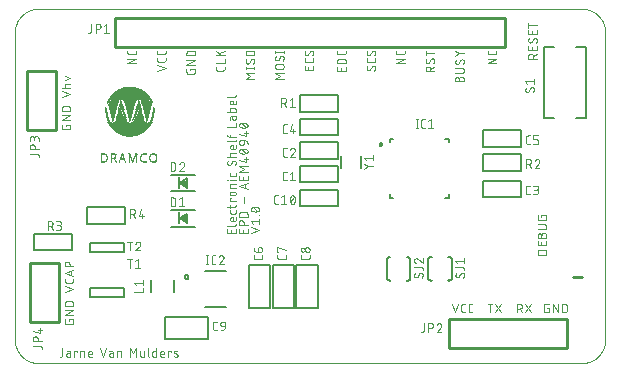
<source format=gto>
G75*
%MOIN*%
%OFA0B0*%
%FSLAX25Y25*%
%IPPOS*%
%LPD*%
%AMOC8*
5,1,8,0,0,1.08239X$1,22.5*
%
%ADD10C,0.00000*%
%ADD11C,0.00300*%
%ADD12C,0.01000*%
%ADD13R,0.00020X0.00020*%
%ADD14R,0.00360X0.00020*%
%ADD15R,0.00020X0.00020*%
%ADD16R,0.00280X0.00020*%
%ADD17R,0.00700X0.00020*%
%ADD18R,0.00580X0.00020*%
%ADD19R,0.00020X0.00020*%
%ADD20R,0.00800X0.00020*%
%ADD21R,0.00040X0.00020*%
%ADD22R,0.00200X0.00020*%
%ADD23R,0.00220X0.00020*%
%ADD24R,0.00220X0.00020*%
%ADD25R,0.00240X0.00020*%
%ADD26R,0.00180X0.00020*%
%ADD27R,0.00120X0.00020*%
%ADD28R,0.00900X0.00020*%
%ADD29R,0.00760X0.00020*%
%ADD30R,0.01040X0.00020*%
%ADD31R,0.00240X0.00020*%
%ADD32R,0.00160X0.00020*%
%ADD33R,0.01060X0.00020*%
%ADD34R,0.01160X0.00020*%
%ADD35R,0.00200X0.00020*%
%ADD36R,0.00240X0.00020*%
%ADD37R,0.00220X0.00020*%
%ADD38R,0.00180X0.00020*%
%ADD39R,0.00160X0.00020*%
%ADD40R,0.01180X0.00020*%
%ADD41R,0.01000X0.00020*%
%ADD42R,0.01240X0.00020*%
%ADD43R,0.01260X0.00020*%
%ADD44R,0.01100X0.00020*%
%ADD45R,0.01300X0.00020*%
%ADD46R,0.00240X0.00020*%
%ADD47R,0.00220X0.00020*%
%ADD48R,0.01200X0.00020*%
%ADD49R,0.01360X0.00020*%
%ADD50R,0.01340X0.00020*%
%ADD51R,0.01400X0.00020*%
%ADD52R,0.01380X0.00020*%
%ADD53R,0.01320X0.00020*%
%ADD54R,0.01460X0.00020*%
%ADD55R,0.00560X0.00020*%
%ADD56R,0.00020X0.00020*%
%ADD57R,0.00420X0.00020*%
%ADD58R,0.00820X0.00020*%
%ADD59R,0.00260X0.00020*%
%ADD60R,0.00480X0.00020*%
%ADD61R,0.00460X0.00020*%
%ADD62R,0.00280X0.00020*%
%ADD63R,0.00420X0.00020*%
%ADD64R,0.00140X0.00020*%
%ADD65R,0.00400X0.00020*%
%ADD66R,0.00400X0.00020*%
%ADD67R,0.00080X0.00020*%
%ADD68R,0.00380X0.00020*%
%ADD69R,0.00320X0.00020*%
%ADD70R,0.00340X0.00020*%
%ADD71R,0.00320X0.00020*%
%ADD72R,0.00360X0.00020*%
%ADD73R,0.00320X0.00020*%
%ADD74R,0.00300X0.00020*%
%ADD75R,0.00300X0.00020*%
%ADD76R,0.00320X0.00020*%
%ADD77R,0.00260X0.00020*%
%ADD78R,0.01560X0.00020*%
%ADD79R,0.01520X0.00020*%
%ADD80R,0.01520X0.00020*%
%ADD81R,0.01500X0.00020*%
%ADD82R,0.01480X0.00020*%
%ADD83R,0.01440X0.00020*%
%ADD84R,0.01100X0.00020*%
%ADD85R,0.01180X0.00020*%
%ADD86R,0.01220X0.00020*%
%ADD87R,0.01280X0.00020*%
%ADD88R,0.01300X0.00020*%
%ADD89R,0.01340X0.00020*%
%ADD90R,0.00420X0.00020*%
%ADD91R,0.00340X0.00020*%
%ADD92R,0.00340X0.00020*%
%ADD93R,0.00340X0.00020*%
%ADD94R,0.00080X0.00020*%
%ADD95R,0.00440X0.00020*%
%ADD96R,0.00480X0.00020*%
%ADD97R,0.00380X0.00020*%
%ADD98R,0.00520X0.00020*%
%ADD99R,0.00640X0.00020*%
%ADD100R,0.00540X0.00020*%
%ADD101R,0.01400X0.00020*%
%ADD102R,0.00460X0.00020*%
%ADD103R,0.00500X0.00020*%
%ADD104R,0.00560X0.00020*%
%ADD105R,0.00520X0.00020*%
%ADD106R,0.00620X0.00020*%
%ADD107R,0.01320X0.00020*%
%ADD108R,0.01420X0.00020*%
%ADD109R,0.01320X0.00020*%
%ADD110R,0.01280X0.00020*%
%ADD111R,0.01340X0.00020*%
%ADD112R,0.01000X0.00020*%
%ADD113R,0.01060X0.00020*%
%ADD114R,0.00980X0.00020*%
%ADD115R,0.00940X0.00020*%
%ADD116R,0.00900X0.00020*%
%ADD117R,0.00060X0.00020*%
%ADD118R,0.00040X0.00020*%
%ADD119R,0.00140X0.00020*%
%ADD120R,0.00580X0.00020*%
%ADD121R,0.00600X0.00020*%
%ADD122R,0.00040X0.00020*%
%ADD123R,0.00060X0.00020*%
%ADD124R,0.00920X0.00020*%
%ADD125R,0.01860X0.00020*%
%ADD126R,0.02220X0.00020*%
%ADD127R,0.02480X0.00020*%
%ADD128R,0.02700X0.00020*%
%ADD129R,0.02920X0.00020*%
%ADD130R,0.03180X0.00020*%
%ADD131R,0.03360X0.00020*%
%ADD132R,0.03520X0.00020*%
%ADD133R,0.03700X0.00020*%
%ADD134R,0.03900X0.00020*%
%ADD135R,0.04060X0.00020*%
%ADD136R,0.04220X0.00020*%
%ADD137R,0.04340X0.00020*%
%ADD138R,0.04500X0.00020*%
%ADD139R,0.04620X0.00020*%
%ADD140R,0.04780X0.00020*%
%ADD141R,0.04900X0.00020*%
%ADD142R,0.05020X0.00020*%
%ADD143R,0.05140X0.00020*%
%ADD144R,0.05260X0.00020*%
%ADD145R,0.05380X0.00020*%
%ADD146R,0.05500X0.00020*%
%ADD147R,0.05600X0.00020*%
%ADD148R,0.05700X0.00020*%
%ADD149R,0.05820X0.00020*%
%ADD150R,0.05920X0.00020*%
%ADD151R,0.06020X0.00020*%
%ADD152R,0.06140X0.00020*%
%ADD153R,0.06220X0.00020*%
%ADD154R,0.06320X0.00020*%
%ADD155R,0.06420X0.00020*%
%ADD156R,0.06500X0.00020*%
%ADD157R,0.06580X0.00020*%
%ADD158R,0.06700X0.00020*%
%ADD159R,0.06780X0.00020*%
%ADD160R,0.06860X0.00020*%
%ADD161R,0.06940X0.00020*%
%ADD162R,0.07020X0.00020*%
%ADD163R,0.07120X0.00020*%
%ADD164R,0.07200X0.00020*%
%ADD165R,0.07300X0.00020*%
%ADD166R,0.07360X0.00020*%
%ADD167R,0.07460X0.00020*%
%ADD168R,0.07520X0.00020*%
%ADD169R,0.07600X0.00020*%
%ADD170R,0.07660X0.00020*%
%ADD171R,0.07740X0.00020*%
%ADD172R,0.07820X0.00020*%
%ADD173R,0.07900X0.00020*%
%ADD174R,0.07980X0.00020*%
%ADD175R,0.08040X0.00020*%
%ADD176R,0.08100X0.00020*%
%ADD177R,0.08180X0.00020*%
%ADD178R,0.08260X0.00020*%
%ADD179R,0.08320X0.00020*%
%ADD180R,0.08380X0.00020*%
%ADD181R,0.08460X0.00020*%
%ADD182R,0.08520X0.00020*%
%ADD183R,0.08580X0.00020*%
%ADD184R,0.08660X0.00020*%
%ADD185R,0.08700X0.00020*%
%ADD186R,0.08780X0.00020*%
%ADD187R,0.08840X0.00020*%
%ADD188R,0.08900X0.00020*%
%ADD189R,0.08960X0.00020*%
%ADD190R,0.09020X0.00020*%
%ADD191R,0.09080X0.00020*%
%ADD192R,0.09140X0.00020*%
%ADD193R,0.09200X0.00020*%
%ADD194R,0.09260X0.00020*%
%ADD195R,0.09320X0.00020*%
%ADD196R,0.09380X0.00020*%
%ADD197R,0.09420X0.00020*%
%ADD198R,0.09500X0.00020*%
%ADD199R,0.09540X0.00020*%
%ADD200R,0.09600X0.00020*%
%ADD201R,0.09660X0.00020*%
%ADD202R,0.09700X0.00020*%
%ADD203R,0.09760X0.00020*%
%ADD204R,0.09820X0.00020*%
%ADD205R,0.09860X0.00020*%
%ADD206R,0.09920X0.00020*%
%ADD207R,0.09980X0.00020*%
%ADD208R,0.10020X0.00020*%
%ADD209R,0.10080X0.00020*%
%ADD210R,0.10140X0.00020*%
%ADD211R,0.10180X0.00020*%
%ADD212R,0.10220X0.00020*%
%ADD213R,0.10280X0.00020*%
%ADD214R,0.10340X0.00020*%
%ADD215R,0.10380X0.00020*%
%ADD216R,0.10420X0.00020*%
%ADD217R,0.10460X0.00020*%
%ADD218R,0.10520X0.00020*%
%ADD219R,0.10580X0.00020*%
%ADD220R,0.10620X0.00020*%
%ADD221R,0.10660X0.00020*%
%ADD222R,0.10720X0.00020*%
%ADD223R,0.10740X0.00020*%
%ADD224R,0.10820X0.00020*%
%ADD225R,0.10840X0.00020*%
%ADD226R,0.10900X0.00020*%
%ADD227R,0.10940X0.00020*%
%ADD228R,0.10980X0.00020*%
%ADD229R,0.11020X0.00020*%
%ADD230R,0.11060X0.00020*%
%ADD231R,0.11120X0.00020*%
%ADD232R,0.11140X0.00020*%
%ADD233R,0.11200X0.00020*%
%ADD234R,0.11240X0.00020*%
%ADD235R,0.11300X0.00020*%
%ADD236R,0.11320X0.00020*%
%ADD237R,0.11380X0.00020*%
%ADD238R,0.11400X0.00020*%
%ADD239R,0.11460X0.00020*%
%ADD240R,0.11500X0.00020*%
%ADD241R,0.11520X0.00020*%
%ADD242R,0.11580X0.00020*%
%ADD243R,0.11620X0.00020*%
%ADD244R,0.11660X0.00020*%
%ADD245R,0.11680X0.00020*%
%ADD246R,0.11740X0.00020*%
%ADD247R,0.11760X0.00020*%
%ADD248R,0.11820X0.00020*%
%ADD249R,0.11840X0.00020*%
%ADD250R,0.11900X0.00020*%
%ADD251R,0.11920X0.00020*%
%ADD252R,0.11960X0.00020*%
%ADD253R,0.11980X0.00020*%
%ADD254R,0.12040X0.00020*%
%ADD255R,0.12060X0.00020*%
%ADD256R,0.12100X0.00020*%
%ADD257R,0.12140X0.00020*%
%ADD258R,0.12180X0.00020*%
%ADD259R,0.12220X0.00020*%
%ADD260R,0.12240X0.00020*%
%ADD261R,0.12300X0.00020*%
%ADD262R,0.12320X0.00020*%
%ADD263R,0.12360X0.00020*%
%ADD264R,0.12380X0.00020*%
%ADD265R,0.12420X0.00020*%
%ADD266R,0.12460X0.00020*%
%ADD267R,0.12500X0.00020*%
%ADD268R,0.12540X0.00020*%
%ADD269R,0.12560X0.00020*%
%ADD270R,0.12600X0.00020*%
%ADD271R,0.12620X0.00020*%
%ADD272R,0.12660X0.00020*%
%ADD273R,0.12700X0.00020*%
%ADD274R,0.12720X0.00020*%
%ADD275R,0.12760X0.00020*%
%ADD276R,0.12780X0.00020*%
%ADD277R,0.12820X0.00020*%
%ADD278R,0.12860X0.00020*%
%ADD279R,0.12880X0.00020*%
%ADD280R,0.12920X0.00020*%
%ADD281R,0.12940X0.00020*%
%ADD282R,0.12980X0.00020*%
%ADD283R,0.13020X0.00020*%
%ADD284R,0.13040X0.00020*%
%ADD285R,0.13060X0.00020*%
%ADD286R,0.13100X0.00020*%
%ADD287R,0.13140X0.00020*%
%ADD288R,0.13160X0.00020*%
%ADD289R,0.13180X0.00020*%
%ADD290R,0.13220X0.00020*%
%ADD291R,0.13240X0.00020*%
%ADD292R,0.13260X0.00020*%
%ADD293R,0.13300X0.00020*%
%ADD294R,0.13340X0.00020*%
%ADD295R,0.13360X0.00020*%
%ADD296R,0.13380X0.00020*%
%ADD297R,0.13420X0.00020*%
%ADD298R,0.13460X0.00020*%
%ADD299R,0.13460X0.00020*%
%ADD300R,0.13500X0.00020*%
%ADD301R,0.13520X0.00020*%
%ADD302R,0.13540X0.00020*%
%ADD303R,0.13580X0.00020*%
%ADD304R,0.13620X0.00020*%
%ADD305R,0.13660X0.00020*%
%ADD306R,0.13700X0.00020*%
%ADD307R,0.13700X0.00020*%
%ADD308R,0.13740X0.00020*%
%ADD309R,0.13760X0.00020*%
%ADD310R,0.13780X0.00020*%
%ADD311R,0.13820X0.00020*%
%ADD312R,0.13840X0.00020*%
%ADD313R,0.13860X0.00020*%
%ADD314R,0.13900X0.00020*%
%ADD315R,0.13920X0.00020*%
%ADD316R,0.13940X0.00020*%
%ADD317R,0.13980X0.00020*%
%ADD318R,0.13980X0.00020*%
%ADD319R,0.14020X0.00020*%
%ADD320R,0.14040X0.00020*%
%ADD321R,0.14060X0.00020*%
%ADD322R,0.14080X0.00020*%
%ADD323R,0.14100X0.00020*%
%ADD324R,0.14140X0.00020*%
%ADD325R,0.14160X0.00020*%
%ADD326R,0.14180X0.00020*%
%ADD327R,0.14200X0.00020*%
%ADD328R,0.14220X0.00020*%
%ADD329R,0.14260X0.00020*%
%ADD330R,0.14260X0.00020*%
%ADD331R,0.14300X0.00020*%
%ADD332R,0.14320X0.00020*%
%ADD333R,0.14340X0.00020*%
%ADD334R,0.14360X0.00020*%
%ADD335R,0.14380X0.00020*%
%ADD336R,0.14400X0.00020*%
%ADD337R,0.14420X0.00020*%
%ADD338R,0.14460X0.00020*%
%ADD339R,0.05460X0.00020*%
%ADD340R,0.01360X0.00020*%
%ADD341R,0.01220X0.00020*%
%ADD342R,0.05240X0.00020*%
%ADD343R,0.05240X0.00020*%
%ADD344R,0.05120X0.00020*%
%ADD345R,0.05100X0.00020*%
%ADD346R,0.01120X0.00020*%
%ADD347R,0.05020X0.00020*%
%ADD348R,0.05000X0.00020*%
%ADD349R,0.01160X0.00020*%
%ADD350R,0.04920X0.00020*%
%ADD351R,0.04900X0.00020*%
%ADD352R,0.01120X0.00020*%
%ADD353R,0.01080X0.00020*%
%ADD354R,0.04840X0.00020*%
%ADD355R,0.04840X0.00020*%
%ADD356R,0.01020X0.00020*%
%ADD357R,0.04740X0.00020*%
%ADD358R,0.04740X0.00020*%
%ADD359R,0.01020X0.00020*%
%ADD360R,0.04680X0.00020*%
%ADD361R,0.04660X0.00020*%
%ADD362R,0.04620X0.00020*%
%ADD363R,0.04600X0.00020*%
%ADD364R,0.04580X0.00020*%
%ADD365R,0.00980X0.00020*%
%ADD366R,0.04540X0.00020*%
%ADD367R,0.04540X0.00020*%
%ADD368R,0.00960X0.00020*%
%ADD369R,0.04480X0.00020*%
%ADD370R,0.04460X0.00020*%
%ADD371R,0.04420X0.00020*%
%ADD372R,0.04400X0.00020*%
%ADD373R,0.00960X0.00020*%
%ADD374R,0.04380X0.00020*%
%ADD375R,0.04320X0.00020*%
%ADD376R,0.04320X0.00020*%
%ADD377R,0.04300X0.00020*%
%ADD378R,0.04280X0.00020*%
%ADD379R,0.00940X0.00020*%
%ADD380R,0.04240X0.00020*%
%ADD381R,0.04220X0.00020*%
%ADD382R,0.04200X0.00020*%
%ADD383R,0.00920X0.00020*%
%ADD384R,0.04180X0.00020*%
%ADD385R,0.04160X0.00020*%
%ADD386R,0.00940X0.00020*%
%ADD387R,0.04120X0.00020*%
%ADD388R,0.04080X0.00020*%
%ADD389R,0.00920X0.00020*%
%ADD390R,0.04040X0.00020*%
%ADD391R,0.04020X0.00020*%
%ADD392R,0.04020X0.00020*%
%ADD393R,0.04000X0.00020*%
%ADD394R,0.03980X0.00020*%
%ADD395R,0.00940X0.00020*%
%ADD396R,0.00920X0.00020*%
%ADD397R,0.03960X0.00020*%
%ADD398R,0.03940X0.00020*%
%ADD399R,0.03920X0.00020*%
%ADD400R,0.03880X0.00020*%
%ADD401R,0.03840X0.00020*%
%ADD402R,0.03820X0.00020*%
%ADD403R,0.03840X0.00020*%
%ADD404R,0.00100X0.00020*%
%ADD405R,0.03820X0.00020*%
%ADD406R,0.03800X0.00020*%
%ADD407R,0.00120X0.00020*%
%ADD408R,0.00120X0.00020*%
%ADD409R,0.03760X0.00020*%
%ADD410R,0.00120X0.00020*%
%ADD411R,0.03780X0.00020*%
%ADD412R,0.00140X0.00020*%
%ADD413R,0.03760X0.00020*%
%ADD414R,0.03740X0.00020*%
%ADD415R,0.03720X0.00020*%
%ADD416R,0.03720X0.00020*%
%ADD417R,0.03680X0.00020*%
%ADD418R,0.03660X0.00020*%
%ADD419R,0.03640X0.00020*%
%ADD420R,0.03620X0.00020*%
%ADD421R,0.03600X0.00020*%
%ADD422R,0.03580X0.00020*%
%ADD423R,0.03560X0.00020*%
%ADD424R,0.03540X0.00020*%
%ADD425R,0.03540X0.00020*%
%ADD426R,0.03520X0.00020*%
%ADD427R,0.03500X0.00020*%
%ADD428R,0.03480X0.00020*%
%ADD429R,0.03460X0.00020*%
%ADD430R,0.03440X0.00020*%
%ADD431R,0.03440X0.00020*%
%ADD432R,0.03420X0.00020*%
%ADD433R,0.03420X0.00020*%
%ADD434R,0.03420X0.00020*%
%ADD435R,0.03400X0.00020*%
%ADD436R,0.03380X0.00020*%
%ADD437R,0.03360X0.00020*%
%ADD438R,0.00420X0.00020*%
%ADD439R,0.03340X0.00020*%
%ADD440R,0.03340X0.00020*%
%ADD441R,0.00440X0.00020*%
%ADD442R,0.03320X0.00020*%
%ADD443R,0.03300X0.00020*%
%ADD444R,0.03280X0.00020*%
%ADD445R,0.03260X0.00020*%
%ADD446R,0.03260X0.00020*%
%ADD447R,0.03240X0.00020*%
%ADD448R,0.00500X0.00020*%
%ADD449R,0.00880X0.00020*%
%ADD450R,0.03220X0.00020*%
%ADD451R,0.03200X0.00020*%
%ADD452R,0.00520X0.00020*%
%ADD453R,0.00540X0.00020*%
%ADD454R,0.03160X0.00020*%
%ADD455R,0.00100X0.00020*%
%ADD456R,0.03160X0.00020*%
%ADD457R,0.03140X0.00020*%
%ADD458R,0.03120X0.00020*%
%ADD459R,0.03120X0.00020*%
%ADD460R,0.03100X0.00020*%
%ADD461R,0.03100X0.00020*%
%ADD462R,0.03080X0.00020*%
%ADD463R,0.00600X0.00020*%
%ADD464R,0.03060X0.00020*%
%ADD465R,0.00620X0.00020*%
%ADD466R,0.03040X0.00020*%
%ADD467R,0.03040X0.00020*%
%ADD468R,0.03020X0.00020*%
%ADD469R,0.00660X0.00020*%
%ADD470R,0.03000X0.00020*%
%ADD471R,0.00140X0.00020*%
%ADD472R,0.00640X0.00020*%
%ADD473R,0.00660X0.00020*%
%ADD474R,0.02980X0.00020*%
%ADD475R,0.00680X0.00020*%
%ADD476R,0.02980X0.00020*%
%ADD477R,0.02960X0.00020*%
%ADD478R,0.00700X0.00020*%
%ADD479R,0.02940X0.00020*%
%ADD480R,0.00680X0.00020*%
%ADD481R,0.02920X0.00020*%
%ADD482R,0.00720X0.00020*%
%ADD483R,0.02920X0.00020*%
%ADD484R,0.00720X0.00020*%
%ADD485R,0.02900X0.00020*%
%ADD486R,0.00740X0.00020*%
%ADD487R,0.02880X0.00020*%
%ADD488R,0.00720X0.00020*%
%ADD489R,0.00740X0.00020*%
%ADD490R,0.02860X0.00020*%
%ADD491R,0.02880X0.00020*%
%ADD492R,0.00880X0.00020*%
%ADD493R,0.02860X0.00020*%
%ADD494R,0.02840X0.00020*%
%ADD495R,0.02820X0.00020*%
%ADD496R,0.02820X0.00020*%
%ADD497R,0.00780X0.00020*%
%ADD498R,0.02820X0.00020*%
%ADD499R,0.02820X0.00020*%
%ADD500R,0.00780X0.00020*%
%ADD501R,0.02800X0.00020*%
%ADD502R,0.02780X0.00020*%
%ADD503R,0.00800X0.00020*%
%ADD504R,0.02780X0.00020*%
%ADD505R,0.02760X0.00020*%
%ADD506R,0.02760X0.00020*%
%ADD507R,0.00820X0.00020*%
%ADD508R,0.02740X0.00020*%
%ADD509R,0.02720X0.00020*%
%ADD510R,0.00840X0.00020*%
%ADD511R,0.00840X0.00020*%
%ADD512R,0.02720X0.00020*%
%ADD513R,0.00860X0.00020*%
%ADD514R,0.02700X0.00020*%
%ADD515R,0.00860X0.00020*%
%ADD516R,0.02680X0.00020*%
%ADD517R,0.02680X0.00020*%
%ADD518R,0.02660X0.00020*%
%ADD519R,0.02640X0.00020*%
%ADD520R,0.02620X0.00020*%
%ADD521R,0.02640X0.00020*%
%ADD522R,0.02620X0.00020*%
%ADD523R,0.02600X0.00020*%
%ADD524R,0.02600X0.00020*%
%ADD525R,0.02580X0.00020*%
%ADD526R,0.02580X0.00020*%
%ADD527R,0.02560X0.00020*%
%ADD528R,0.02560X0.00020*%
%ADD529R,0.02540X0.00020*%
%ADD530R,0.02520X0.00020*%
%ADD531R,0.02520X0.00020*%
%ADD532R,0.02500X0.00020*%
%ADD533R,0.02520X0.00020*%
%ADD534R,0.02500X0.00020*%
%ADD535R,0.02460X0.00020*%
%ADD536R,0.02460X0.00020*%
%ADD537R,0.01020X0.00020*%
%ADD538R,0.01020X0.00020*%
%ADD539R,0.02440X0.00020*%
%ADD540R,0.02440X0.00020*%
%ADD541R,0.01040X0.00020*%
%ADD542R,0.02440X0.00020*%
%ADD543R,0.02420X0.00020*%
%ADD544R,0.02400X0.00020*%
%ADD545R,0.02380X0.00020*%
%ADD546R,0.02380X0.00020*%
%ADD547R,0.02360X0.00020*%
%ADD548R,0.01080X0.00020*%
%ADD549R,0.02360X0.00020*%
%ADD550R,0.02340X0.00020*%
%ADD551R,0.02320X0.00020*%
%ADD552R,0.02300X0.00020*%
%ADD553R,0.01140X0.00020*%
%ADD554R,0.02300X0.00020*%
%ADD555R,0.01120X0.00020*%
%ADD556R,0.02280X0.00020*%
%ADD557R,0.01140X0.00020*%
%ADD558R,0.02280X0.00020*%
%ADD559R,0.02260X0.00020*%
%ADD560R,0.02240X0.00020*%
%ADD561R,0.02220X0.00020*%
%ADD562R,0.02220X0.00020*%
%ADD563R,0.02220X0.00020*%
%ADD564R,0.01200X0.00020*%
%ADD565R,0.02200X0.00020*%
%ADD566R,0.02180X0.00020*%
%ADD567R,0.02180X0.00020*%
%ADD568R,0.02160X0.00020*%
%ADD569R,0.00440X0.00020*%
%ADD570R,0.02140X0.00020*%
%ADD571R,0.02140X0.00020*%
%ADD572R,0.01240X0.00020*%
%ADD573R,0.02140X0.00020*%
%ADD574R,0.02120X0.00020*%
%ADD575R,0.02120X0.00020*%
%ADD576R,0.02100X0.00020*%
%ADD577R,0.01260X0.00020*%
%ADD578R,0.02100X0.00020*%
%ADD579R,0.02080X0.00020*%
%ADD580R,0.02060X0.00020*%
%ADD581R,0.00840X0.00020*%
%ADD582R,0.02060X0.00020*%
%ADD583R,0.02040X0.00020*%
%ADD584R,0.02040X0.00020*%
%ADD585R,0.02020X0.00020*%
%ADD586R,0.02020X0.00020*%
%ADD587R,0.01320X0.00020*%
%ADD588R,0.02000X0.00020*%
%ADD589R,0.01980X0.00020*%
%ADD590R,0.01980X0.00020*%
%ADD591R,0.01960X0.00020*%
%ADD592R,0.01940X0.00020*%
%ADD593R,0.01380X0.00020*%
%ADD594R,0.00520X0.00020*%
%ADD595R,0.01920X0.00020*%
%ADD596R,0.01920X0.00020*%
%ADD597R,0.00840X0.00020*%
%ADD598R,0.01900X0.00020*%
%ADD599R,0.01880X0.00020*%
%ADD600R,0.01420X0.00020*%
%ADD601R,0.01420X0.00020*%
%ADD602R,0.01860X0.00020*%
%ADD603R,0.00540X0.00020*%
%ADD604R,0.01840X0.00020*%
%ADD605R,0.01420X0.00020*%
%ADD606R,0.01440X0.00020*%
%ADD607R,0.01840X0.00020*%
%ADD608R,0.00820X0.00020*%
%ADD609R,0.01820X0.00020*%
%ADD610R,0.01460X0.00020*%
%ADD611R,0.01800X0.00020*%
%ADD612R,0.01800X0.00020*%
%ADD613R,0.01780X0.00020*%
%ADD614R,0.01760X0.00020*%
%ADD615R,0.01740X0.00020*%
%ADD616R,0.01480X0.00020*%
%ADD617R,0.00820X0.00020*%
%ADD618R,0.01740X0.00020*%
%ADD619R,0.01500X0.00020*%
%ADD620R,0.01720X0.00020*%
%ADD621R,0.01520X0.00020*%
%ADD622R,0.01700X0.00020*%
%ADD623R,0.01700X0.00020*%
%ADD624R,0.01520X0.00020*%
%ADD625R,0.01540X0.00020*%
%ADD626R,0.01680X0.00020*%
%ADD627R,0.01540X0.00020*%
%ADD628R,0.01680X0.00020*%
%ADD629R,0.01660X0.00020*%
%ADD630R,0.01560X0.00020*%
%ADD631R,0.01640X0.00020*%
%ADD632R,0.01580X0.00020*%
%ADD633R,0.00620X0.00020*%
%ADD634R,0.01580X0.00020*%
%ADD635R,0.01620X0.00020*%
%ADD636R,0.01620X0.00020*%
%ADD637R,0.01600X0.00020*%
%ADD638R,0.01600X0.00020*%
%ADD639R,0.00620X0.00020*%
%ADD640R,0.01620X0.00020*%
%ADD641R,0.00640X0.00020*%
%ADD642R,0.00640X0.00020*%
%ADD643R,0.01540X0.00020*%
%ADD644R,0.01640X0.00020*%
%ADD645R,0.00760X0.00020*%
%ADD646R,0.01540X0.00020*%
%ADD647R,0.01660X0.00020*%
%ADD648R,0.00740X0.00020*%
%ADD649R,0.01720X0.00020*%
%ADD650R,0.01720X0.00020*%
%ADD651R,0.01760X0.00020*%
%ADD652R,0.01780X0.00020*%
%ADD653R,0.00720X0.00020*%
%ADD654R,0.00740X0.00020*%
%ADD655R,0.01820X0.00020*%
%ADD656R,0.01820X0.00020*%
%ADD657R,0.01240X0.00020*%
%ADD658R,0.01840X0.00020*%
%ADD659R,0.01240X0.00020*%
%ADD660R,0.01220X0.00020*%
%ADD661R,0.01880X0.00020*%
%ADD662R,0.01900X0.00020*%
%ADD663R,0.01920X0.00020*%
%ADD664R,0.01940X0.00020*%
%ADD665R,0.01960X0.00020*%
%ADD666R,0.02000X0.00020*%
%ADD667R,0.02020X0.00020*%
%ADD668R,0.02020X0.00020*%
%ADD669R,0.02080X0.00020*%
%ADD670R,0.02120X0.00020*%
%ADD671R,0.02140X0.00020*%
%ADD672R,0.02120X0.00020*%
%ADD673R,0.02160X0.00020*%
%ADD674R,0.02200X0.00020*%
%ADD675R,0.02240X0.00020*%
%ADD676R,0.02260X0.00020*%
%ADD677R,0.00440X0.00020*%
%ADD678R,0.02320X0.00020*%
%ADD679R,0.02320X0.00020*%
%ADD680R,0.02340X0.00020*%
%ADD681R,0.02400X0.00020*%
%ADD682R,0.02420X0.00020*%
%ADD683R,0.01040X0.00020*%
%ADD684R,0.02420X0.00020*%
%ADD685R,0.01040X0.00020*%
%ADD686R,0.02440X0.00020*%
%ADD687R,0.02480X0.00020*%
%ADD688R,0.02520X0.00020*%
%ADD689R,0.02540X0.00020*%
%ADD690R,0.01120X0.00020*%
%ADD691R,0.01140X0.00020*%
%ADD692R,0.00040X0.00020*%
%ADD693R,0.01140X0.00020*%
%ADD694R,0.02620X0.00020*%
%ADD695R,0.02660X0.00020*%
%ADD696R,0.02720X0.00020*%
%ADD697R,0.02720X0.00020*%
%ADD698R,0.02740X0.00020*%
%ADD699R,0.02740X0.00020*%
%ADD700R,0.01220X0.00020*%
%ADD701R,0.02800X0.00020*%
%ADD702R,0.02840X0.00020*%
%ADD703R,0.02900X0.00020*%
%ADD704R,0.02920X0.00020*%
%ADD705R,0.02960X0.00020*%
%ADD706R,0.03000X0.00020*%
%ADD707R,0.03020X0.00020*%
%ADD708R,0.03020X0.00020*%
%ADD709R,0.03040X0.00020*%
%ADD710R,0.03060X0.00020*%
%ADD711R,0.03080X0.00020*%
%ADD712R,0.03120X0.00020*%
%ADD713R,0.03120X0.00020*%
%ADD714R,0.03140X0.00020*%
%ADD715R,0.03180X0.00020*%
%ADD716R,0.03200X0.00020*%
%ADD717R,0.03220X0.00020*%
%ADD718R,0.03240X0.00020*%
%ADD719R,0.03280X0.00020*%
%ADD720R,0.03300X0.00020*%
%ADD721R,0.03320X0.00020*%
%ADD722R,0.03400X0.00020*%
%ADD723R,0.03420X0.00020*%
%ADD724R,0.02620X0.00020*%
%ADD725R,0.03480X0.00020*%
%ADD726R,0.03500X0.00020*%
%ADD727R,0.03520X0.00020*%
%ADD728R,0.03560X0.00020*%
%ADD729R,0.02420X0.00020*%
%ADD730R,0.03580X0.00020*%
%ADD731R,0.00540X0.00020*%
%ADD732R,0.03620X0.00020*%
%ADD733R,0.03640X0.00020*%
%ADD734R,0.03640X0.00020*%
%ADD735R,0.03680X0.00020*%
%ADD736R,0.03700X0.00020*%
%ADD737R,0.03720X0.00020*%
%ADD738R,0.03780X0.00020*%
%ADD739R,0.03800X0.00020*%
%ADD740R,0.03860X0.00020*%
%ADD741R,0.03880X0.00020*%
%ADD742R,0.03920X0.00020*%
%ADD743R,0.03940X0.00020*%
%ADD744R,0.03960X0.00020*%
%ADD745R,0.03980X0.00020*%
%ADD746R,0.04000X0.00020*%
%ADD747R,0.04040X0.00020*%
%ADD748R,0.04060X0.00020*%
%ADD749R,0.04080X0.00020*%
%ADD750R,0.04100X0.00020*%
%ADD751R,0.04120X0.00020*%
%ADD752R,0.04140X0.00020*%
%ADD753R,0.04220X0.00020*%
%ADD754R,0.04240X0.00020*%
%ADD755R,0.04260X0.00020*%
%ADD756R,0.04360X0.00020*%
%ADD757R,0.04440X0.00020*%
%ADD758R,0.04500X0.00020*%
%ADD759R,0.04520X0.00020*%
%ADD760R,0.04560X0.00020*%
%ADD761R,0.04620X0.00020*%
%ADD762R,0.04640X0.00020*%
%ADD763R,0.01940X0.00020*%
%ADD764R,0.04700X0.00020*%
%ADD765R,0.04760X0.00020*%
%ADD766R,0.04820X0.00020*%
%ADD767R,0.04880X0.00020*%
%ADD768R,0.04960X0.00020*%
%ADD769R,0.03820X0.00020*%
%ADD770R,0.05040X0.00020*%
%ADD771R,0.03860X0.00020*%
%ADD772R,0.05180X0.00020*%
%ADD773R,0.05340X0.00020*%
%ADD774R,0.03940X0.00020*%
%ADD775R,0.09880X0.00020*%
%ADD776R,0.14000X0.00020*%
%ADD777R,0.13940X0.00020*%
%ADD778R,0.13920X0.00020*%
%ADD779R,0.13900X0.00020*%
%ADD780R,0.13820X0.00020*%
%ADD781R,0.13800X0.00020*%
%ADD782R,0.13720X0.00020*%
%ADD783R,0.13660X0.00020*%
%ADD784R,0.13640X0.00020*%
%ADD785R,0.13580X0.00020*%
%ADD786R,0.13560X0.00020*%
%ADD787R,0.13500X0.00020*%
%ADD788R,0.13480X0.00020*%
%ADD789R,0.13420X0.00020*%
%ADD790R,0.13400X0.00020*%
%ADD791R,0.13300X0.00020*%
%ADD792R,0.13280X0.00020*%
%ADD793R,0.13220X0.00020*%
%ADD794R,0.13200X0.00020*%
%ADD795R,0.13160X0.00020*%
%ADD796R,0.13140X0.00020*%
%ADD797R,0.13100X0.00020*%
%ADD798R,0.13080X0.00020*%
%ADD799R,0.13020X0.00020*%
%ADD800R,0.12980X0.00020*%
%ADD801R,0.12960X0.00020*%
%ADD802R,0.12920X0.00020*%
%ADD803R,0.12900X0.00020*%
%ADD804R,0.12860X0.00020*%
%ADD805R,0.12820X0.00020*%
%ADD806R,0.12800X0.00020*%
%ADD807R,0.12760X0.00020*%
%ADD808R,0.12740X0.00020*%
%ADD809R,0.12700X0.00020*%
%ADD810R,0.12660X0.00020*%
%ADD811R,0.12640X0.00020*%
%ADD812R,0.12600X0.00020*%
%ADD813R,0.12580X0.00020*%
%ADD814R,0.12540X0.00020*%
%ADD815R,0.12500X0.00020*%
%ADD816R,0.12480X0.00020*%
%ADD817R,0.12420X0.00020*%
%ADD818R,0.12400X0.00020*%
%ADD819R,0.12360X0.00020*%
%ADD820R,0.12340X0.00020*%
%ADD821R,0.12300X0.00020*%
%ADD822R,0.12260X0.00020*%
%ADD823R,0.12200X0.00020*%
%ADD824R,0.12140X0.00020*%
%ADD825R,0.12120X0.00020*%
%ADD826R,0.12080X0.00020*%
%ADD827R,0.12000X0.00020*%
%ADD828R,0.11940X0.00020*%
%ADD829R,0.11900X0.00020*%
%ADD830R,0.11860X0.00020*%
%ADD831R,0.11820X0.00020*%
%ADD832R,0.11780X0.00020*%
%ADD833R,0.11740X0.00020*%
%ADD834R,0.11700X0.00020*%
%ADD835R,0.11620X0.00020*%
%ADD836R,0.11580X0.00020*%
%ADD837R,0.11540X0.00020*%
%ADD838R,0.11500X0.00020*%
%ADD839R,0.11480X0.00020*%
%ADD840R,0.11420X0.00020*%
%ADD841R,0.11380X0.00020*%
%ADD842R,0.11340X0.00020*%
%ADD843R,0.11300X0.00020*%
%ADD844R,0.11260X0.00020*%
%ADD845R,0.11220X0.00020*%
%ADD846R,0.11180X0.00020*%
%ADD847R,0.11080X0.00020*%
%ADD848R,0.11000X0.00020*%
%ADD849R,0.10960X0.00020*%
%ADD850R,0.10920X0.00020*%
%ADD851R,0.10860X0.00020*%
%ADD852R,0.10780X0.00020*%
%ADD853R,0.10720X0.00020*%
%ADD854R,0.10700X0.00020*%
%ADD855R,0.10640X0.00020*%
%ADD856R,0.10600X0.00020*%
%ADD857R,0.10540X0.00020*%
%ADD858R,0.10500X0.00020*%
%ADD859R,0.10400X0.00020*%
%ADD860R,0.10360X0.00020*%
%ADD861R,0.10300X0.00020*%
%ADD862R,0.10260X0.00020*%
%ADD863R,0.10200X0.00020*%
%ADD864R,0.10160X0.00020*%
%ADD865R,0.10100X0.00020*%
%ADD866R,0.10060X0.00020*%
%ADD867R,0.10000X0.00020*%
%ADD868R,0.09940X0.00020*%
%ADD869R,0.09900X0.00020*%
%ADD870R,0.09840X0.00020*%
%ADD871R,0.09780X0.00020*%
%ADD872R,0.09740X0.00020*%
%ADD873R,0.09680X0.00020*%
%ADD874R,0.09620X0.00020*%
%ADD875R,0.09580X0.00020*%
%ADD876R,0.09520X0.00020*%
%ADD877R,0.09460X0.00020*%
%ADD878R,0.09400X0.00020*%
%ADD879R,0.09340X0.00020*%
%ADD880R,0.09300X0.00020*%
%ADD881R,0.09220X0.00020*%
%ADD882R,0.09180X0.00020*%
%ADD883R,0.09120X0.00020*%
%ADD884R,0.09060X0.00020*%
%ADD885R,0.09000X0.00020*%
%ADD886R,0.08920X0.00020*%
%ADD887R,0.08860X0.00020*%
%ADD888R,0.08800X0.00020*%
%ADD889R,0.08740X0.00020*%
%ADD890R,0.08680X0.00020*%
%ADD891R,0.08620X0.00020*%
%ADD892R,0.08560X0.00020*%
%ADD893R,0.08480X0.00020*%
%ADD894R,0.08420X0.00020*%
%ADD895R,0.08340X0.00020*%
%ADD896R,0.08280X0.00020*%
%ADD897R,0.08220X0.00020*%
%ADD898R,0.08140X0.00020*%
%ADD899R,0.08080X0.00020*%
%ADD900R,0.08000X0.00020*%
%ADD901R,0.07940X0.00020*%
%ADD902R,0.07860X0.00020*%
%ADD903R,0.07800X0.00020*%
%ADD904R,0.07700X0.00020*%
%ADD905R,0.07640X0.00020*%
%ADD906R,0.07580X0.00020*%
%ADD907R,0.07480X0.00020*%
%ADD908R,0.07400X0.00020*%
%ADD909R,0.07320X0.00020*%
%ADD910R,0.07240X0.00020*%
%ADD911R,0.07160X0.00020*%
%ADD912R,0.07080X0.00020*%
%ADD913R,0.07000X0.00020*%
%ADD914R,0.06900X0.00020*%
%ADD915R,0.06840X0.00020*%
%ADD916R,0.06740X0.00020*%
%ADD917R,0.06660X0.00020*%
%ADD918R,0.06560X0.00020*%
%ADD919R,0.06480X0.00020*%
%ADD920R,0.06380X0.00020*%
%ADD921R,0.06280X0.00020*%
%ADD922R,0.06180X0.00020*%
%ADD923R,0.06100X0.00020*%
%ADD924R,0.05980X0.00020*%
%ADD925R,0.05900X0.00020*%
%ADD926R,0.05780X0.00020*%
%ADD927R,0.05660X0.00020*%
%ADD928R,0.05560X0.00020*%
%ADD929R,0.05220X0.00020*%
%ADD930R,0.04980X0.00020*%
%ADD931R,0.04860X0.00020*%
%ADD932R,0.04740X0.00020*%
%ADD933R,0.04580X0.00020*%
%ADD934R,0.04300X0.00020*%
%ADD935R,0.04120X0.00020*%
%ADD936R,0.03660X0.00020*%
%ADD937C,0.00800*%
%ADD938C,0.00787*%
%ADD939C,0.00500*%
%ADD940R,0.00787X0.03937*%
%ADD941C,0.00600*%
D10*
X0024138Y0017248D02*
X0205240Y0017248D01*
X0205430Y0017250D01*
X0205620Y0017257D01*
X0205810Y0017269D01*
X0206000Y0017285D01*
X0206189Y0017305D01*
X0206378Y0017331D01*
X0206566Y0017360D01*
X0206753Y0017395D01*
X0206939Y0017434D01*
X0207124Y0017477D01*
X0207309Y0017525D01*
X0207492Y0017577D01*
X0207673Y0017633D01*
X0207853Y0017694D01*
X0208032Y0017760D01*
X0208209Y0017829D01*
X0208385Y0017903D01*
X0208558Y0017981D01*
X0208730Y0018064D01*
X0208899Y0018150D01*
X0209067Y0018240D01*
X0209232Y0018335D01*
X0209395Y0018433D01*
X0209555Y0018536D01*
X0209713Y0018642D01*
X0209868Y0018752D01*
X0210021Y0018865D01*
X0210171Y0018983D01*
X0210317Y0019104D01*
X0210461Y0019228D01*
X0210602Y0019356D01*
X0210740Y0019487D01*
X0210875Y0019622D01*
X0211006Y0019760D01*
X0211134Y0019901D01*
X0211258Y0020045D01*
X0211379Y0020191D01*
X0211497Y0020341D01*
X0211610Y0020494D01*
X0211720Y0020649D01*
X0211826Y0020807D01*
X0211929Y0020967D01*
X0212027Y0021130D01*
X0212122Y0021295D01*
X0212212Y0021463D01*
X0212298Y0021632D01*
X0212381Y0021804D01*
X0212459Y0021977D01*
X0212533Y0022153D01*
X0212602Y0022330D01*
X0212668Y0022509D01*
X0212729Y0022689D01*
X0212785Y0022870D01*
X0212837Y0023053D01*
X0212885Y0023238D01*
X0212928Y0023423D01*
X0212967Y0023609D01*
X0213002Y0023796D01*
X0213031Y0023984D01*
X0213057Y0024173D01*
X0213077Y0024362D01*
X0213093Y0024552D01*
X0213105Y0024742D01*
X0213112Y0024932D01*
X0213114Y0025122D01*
X0213114Y0127484D01*
X0213112Y0127674D01*
X0213105Y0127864D01*
X0213093Y0128054D01*
X0213077Y0128244D01*
X0213057Y0128433D01*
X0213031Y0128622D01*
X0213002Y0128810D01*
X0212967Y0128997D01*
X0212928Y0129183D01*
X0212885Y0129368D01*
X0212837Y0129553D01*
X0212785Y0129736D01*
X0212729Y0129917D01*
X0212668Y0130097D01*
X0212602Y0130276D01*
X0212533Y0130453D01*
X0212459Y0130629D01*
X0212381Y0130802D01*
X0212298Y0130974D01*
X0212212Y0131143D01*
X0212122Y0131311D01*
X0212027Y0131476D01*
X0211929Y0131639D01*
X0211826Y0131799D01*
X0211720Y0131957D01*
X0211610Y0132112D01*
X0211497Y0132265D01*
X0211379Y0132415D01*
X0211258Y0132561D01*
X0211134Y0132705D01*
X0211006Y0132846D01*
X0210875Y0132984D01*
X0210740Y0133119D01*
X0210602Y0133250D01*
X0210461Y0133378D01*
X0210317Y0133502D01*
X0210171Y0133623D01*
X0210021Y0133741D01*
X0209868Y0133854D01*
X0209713Y0133964D01*
X0209555Y0134070D01*
X0209395Y0134173D01*
X0209232Y0134271D01*
X0209067Y0134366D01*
X0208899Y0134456D01*
X0208730Y0134542D01*
X0208558Y0134625D01*
X0208385Y0134703D01*
X0208209Y0134777D01*
X0208032Y0134846D01*
X0207853Y0134912D01*
X0207673Y0134973D01*
X0207492Y0135029D01*
X0207309Y0135081D01*
X0207124Y0135129D01*
X0206939Y0135172D01*
X0206753Y0135211D01*
X0206566Y0135246D01*
X0206378Y0135275D01*
X0206189Y0135301D01*
X0206000Y0135321D01*
X0205810Y0135337D01*
X0205620Y0135349D01*
X0205430Y0135356D01*
X0205240Y0135358D01*
X0024138Y0135358D01*
X0023948Y0135356D01*
X0023758Y0135349D01*
X0023568Y0135337D01*
X0023378Y0135321D01*
X0023189Y0135301D01*
X0023000Y0135275D01*
X0022812Y0135246D01*
X0022625Y0135211D01*
X0022439Y0135172D01*
X0022254Y0135129D01*
X0022069Y0135081D01*
X0021886Y0135029D01*
X0021705Y0134973D01*
X0021525Y0134912D01*
X0021346Y0134846D01*
X0021169Y0134777D01*
X0020993Y0134703D01*
X0020820Y0134625D01*
X0020648Y0134542D01*
X0020479Y0134456D01*
X0020311Y0134366D01*
X0020146Y0134271D01*
X0019983Y0134173D01*
X0019823Y0134070D01*
X0019665Y0133964D01*
X0019510Y0133854D01*
X0019357Y0133741D01*
X0019207Y0133623D01*
X0019061Y0133502D01*
X0018917Y0133378D01*
X0018776Y0133250D01*
X0018638Y0133119D01*
X0018503Y0132984D01*
X0018372Y0132846D01*
X0018244Y0132705D01*
X0018120Y0132561D01*
X0017999Y0132415D01*
X0017881Y0132265D01*
X0017768Y0132112D01*
X0017658Y0131957D01*
X0017552Y0131799D01*
X0017449Y0131639D01*
X0017351Y0131476D01*
X0017256Y0131311D01*
X0017166Y0131143D01*
X0017080Y0130974D01*
X0016997Y0130802D01*
X0016919Y0130629D01*
X0016845Y0130453D01*
X0016776Y0130276D01*
X0016710Y0130097D01*
X0016649Y0129917D01*
X0016593Y0129736D01*
X0016541Y0129553D01*
X0016493Y0129368D01*
X0016450Y0129183D01*
X0016411Y0128997D01*
X0016376Y0128810D01*
X0016347Y0128622D01*
X0016321Y0128433D01*
X0016301Y0128244D01*
X0016285Y0128054D01*
X0016273Y0127864D01*
X0016266Y0127674D01*
X0016264Y0127484D01*
X0016264Y0025122D01*
X0016266Y0024932D01*
X0016273Y0024742D01*
X0016285Y0024552D01*
X0016301Y0024362D01*
X0016321Y0024173D01*
X0016347Y0023984D01*
X0016376Y0023796D01*
X0016411Y0023609D01*
X0016450Y0023423D01*
X0016493Y0023238D01*
X0016541Y0023053D01*
X0016593Y0022870D01*
X0016649Y0022689D01*
X0016710Y0022509D01*
X0016776Y0022330D01*
X0016845Y0022153D01*
X0016919Y0021977D01*
X0016997Y0021804D01*
X0017080Y0021632D01*
X0017166Y0021463D01*
X0017256Y0021295D01*
X0017351Y0021130D01*
X0017449Y0020967D01*
X0017552Y0020807D01*
X0017658Y0020649D01*
X0017768Y0020494D01*
X0017881Y0020341D01*
X0017999Y0020191D01*
X0018120Y0020045D01*
X0018244Y0019901D01*
X0018372Y0019760D01*
X0018503Y0019622D01*
X0018638Y0019487D01*
X0018776Y0019356D01*
X0018917Y0019228D01*
X0019061Y0019104D01*
X0019207Y0018983D01*
X0019357Y0018865D01*
X0019510Y0018752D01*
X0019665Y0018642D01*
X0019823Y0018536D01*
X0019983Y0018433D01*
X0020146Y0018335D01*
X0020311Y0018240D01*
X0020479Y0018150D01*
X0020648Y0018064D01*
X0020820Y0017981D01*
X0020993Y0017903D01*
X0021169Y0017829D01*
X0021346Y0017760D01*
X0021525Y0017694D01*
X0021705Y0017633D01*
X0021886Y0017577D01*
X0022069Y0017525D01*
X0022254Y0017477D01*
X0022439Y0017434D01*
X0022625Y0017395D01*
X0022812Y0017360D01*
X0023000Y0017331D01*
X0023189Y0017305D01*
X0023378Y0017285D01*
X0023568Y0017269D01*
X0023758Y0017257D01*
X0023948Y0017250D01*
X0024138Y0017248D01*
D11*
X0025219Y0022099D02*
X0025219Y0022421D01*
X0025217Y0022469D01*
X0025212Y0022517D01*
X0025203Y0022564D01*
X0025190Y0022611D01*
X0025174Y0022656D01*
X0025155Y0022700D01*
X0025133Y0022743D01*
X0025107Y0022784D01*
X0025078Y0022823D01*
X0025047Y0022859D01*
X0025013Y0022893D01*
X0024977Y0022924D01*
X0024938Y0022953D01*
X0024897Y0022979D01*
X0024854Y0023001D01*
X0024810Y0023020D01*
X0024765Y0023036D01*
X0024718Y0023049D01*
X0024671Y0023058D01*
X0024623Y0023063D01*
X0024575Y0023065D01*
X0024575Y0023066D02*
X0022319Y0023066D01*
X0022319Y0024560D02*
X0022319Y0025366D01*
X0022319Y0024560D02*
X0025219Y0024560D01*
X0023930Y0024560D02*
X0023930Y0025366D01*
X0023931Y0025366D02*
X0023929Y0025421D01*
X0023923Y0025476D01*
X0023914Y0025530D01*
X0023901Y0025583D01*
X0023884Y0025636D01*
X0023864Y0025687D01*
X0023841Y0025737D01*
X0023814Y0025785D01*
X0023783Y0025831D01*
X0023750Y0025875D01*
X0023714Y0025916D01*
X0023675Y0025955D01*
X0023634Y0025991D01*
X0023590Y0026024D01*
X0023544Y0026055D01*
X0023496Y0026082D01*
X0023446Y0026105D01*
X0023395Y0026125D01*
X0023342Y0026142D01*
X0023289Y0026155D01*
X0023235Y0026164D01*
X0023180Y0026170D01*
X0023125Y0026172D01*
X0023070Y0026170D01*
X0023015Y0026164D01*
X0022961Y0026155D01*
X0022908Y0026142D01*
X0022855Y0026125D01*
X0022804Y0026105D01*
X0022754Y0026082D01*
X0022706Y0026055D01*
X0022660Y0026024D01*
X0022616Y0025991D01*
X0022575Y0025955D01*
X0022536Y0025916D01*
X0022500Y0025875D01*
X0022467Y0025831D01*
X0022436Y0025785D01*
X0022409Y0025737D01*
X0022386Y0025687D01*
X0022366Y0025636D01*
X0022349Y0025583D01*
X0022336Y0025530D01*
X0022327Y0025476D01*
X0022321Y0025421D01*
X0022319Y0025366D01*
X0022319Y0027942D02*
X0024575Y0027298D01*
X0024575Y0028909D01*
X0023930Y0028426D02*
X0025219Y0028426D01*
X0032899Y0030838D02*
X0032899Y0031804D01*
X0032899Y0030838D02*
X0032901Y0030787D01*
X0032907Y0030737D01*
X0032917Y0030688D01*
X0032931Y0030639D01*
X0032948Y0030592D01*
X0032969Y0030546D01*
X0032994Y0030501D01*
X0033022Y0030459D01*
X0033053Y0030420D01*
X0033088Y0030383D01*
X0033125Y0030348D01*
X0033164Y0030317D01*
X0033207Y0030289D01*
X0033251Y0030264D01*
X0033297Y0030243D01*
X0033344Y0030226D01*
X0033393Y0030212D01*
X0033442Y0030202D01*
X0033492Y0030196D01*
X0033543Y0030194D01*
X0033543Y0030193D02*
X0035154Y0030193D01*
X0035154Y0030194D02*
X0035202Y0030196D01*
X0035250Y0030201D01*
X0035297Y0030210D01*
X0035344Y0030223D01*
X0035389Y0030239D01*
X0035433Y0030258D01*
X0035476Y0030280D01*
X0035517Y0030306D01*
X0035556Y0030335D01*
X0035592Y0030366D01*
X0035626Y0030400D01*
X0035657Y0030436D01*
X0035686Y0030475D01*
X0035712Y0030516D01*
X0035734Y0030559D01*
X0035753Y0030603D01*
X0035769Y0030648D01*
X0035782Y0030695D01*
X0035791Y0030742D01*
X0035796Y0030790D01*
X0035798Y0030838D01*
X0035799Y0030838D02*
X0035799Y0031804D01*
X0034188Y0031804D01*
X0034188Y0031321D01*
X0032899Y0033265D02*
X0035799Y0034876D01*
X0032899Y0034876D01*
X0032899Y0036337D02*
X0032899Y0037143D01*
X0032898Y0037143D02*
X0032900Y0037198D01*
X0032906Y0037253D01*
X0032915Y0037307D01*
X0032928Y0037360D01*
X0032945Y0037413D01*
X0032965Y0037464D01*
X0032988Y0037514D01*
X0033015Y0037562D01*
X0033046Y0037608D01*
X0033079Y0037652D01*
X0033115Y0037693D01*
X0033154Y0037732D01*
X0033195Y0037768D01*
X0033239Y0037801D01*
X0033285Y0037832D01*
X0033333Y0037859D01*
X0033383Y0037882D01*
X0033434Y0037902D01*
X0033487Y0037919D01*
X0033540Y0037932D01*
X0033594Y0037941D01*
X0033649Y0037947D01*
X0033704Y0037949D01*
X0033704Y0037948D02*
X0034993Y0037948D01*
X0034993Y0037949D02*
X0035048Y0037947D01*
X0035103Y0037941D01*
X0035157Y0037932D01*
X0035210Y0037919D01*
X0035263Y0037902D01*
X0035314Y0037882D01*
X0035364Y0037859D01*
X0035412Y0037832D01*
X0035458Y0037801D01*
X0035502Y0037768D01*
X0035543Y0037732D01*
X0035582Y0037693D01*
X0035618Y0037652D01*
X0035651Y0037608D01*
X0035682Y0037562D01*
X0035709Y0037514D01*
X0035732Y0037464D01*
X0035752Y0037413D01*
X0035769Y0037360D01*
X0035782Y0037307D01*
X0035791Y0037253D01*
X0035797Y0037198D01*
X0035799Y0037143D01*
X0035799Y0036337D01*
X0032899Y0036337D01*
X0032899Y0033265D02*
X0035799Y0033265D01*
X0032899Y0041020D02*
X0035799Y0041987D01*
X0032899Y0042953D01*
X0033543Y0044052D02*
X0035154Y0044052D01*
X0035154Y0044053D02*
X0035202Y0044055D01*
X0035250Y0044060D01*
X0035297Y0044069D01*
X0035344Y0044082D01*
X0035389Y0044098D01*
X0035433Y0044117D01*
X0035476Y0044139D01*
X0035517Y0044165D01*
X0035556Y0044194D01*
X0035592Y0044225D01*
X0035626Y0044259D01*
X0035657Y0044295D01*
X0035686Y0044334D01*
X0035712Y0044375D01*
X0035734Y0044418D01*
X0035753Y0044462D01*
X0035769Y0044507D01*
X0035782Y0044554D01*
X0035791Y0044601D01*
X0035796Y0044649D01*
X0035798Y0044697D01*
X0035799Y0044697D02*
X0035799Y0045341D01*
X0035799Y0046300D02*
X0032899Y0047267D01*
X0035799Y0048233D01*
X0035074Y0047992D02*
X0035074Y0046542D01*
X0032899Y0044697D02*
X0032901Y0044646D01*
X0032907Y0044596D01*
X0032917Y0044547D01*
X0032931Y0044498D01*
X0032948Y0044451D01*
X0032969Y0044405D01*
X0032994Y0044360D01*
X0033022Y0044318D01*
X0033053Y0044279D01*
X0033088Y0044242D01*
X0033125Y0044207D01*
X0033164Y0044176D01*
X0033207Y0044148D01*
X0033251Y0044123D01*
X0033297Y0044102D01*
X0033344Y0044085D01*
X0033393Y0044071D01*
X0033442Y0044061D01*
X0033492Y0044055D01*
X0033543Y0044053D01*
X0032899Y0044697D02*
X0032899Y0045341D01*
X0032899Y0049483D02*
X0032899Y0050289D01*
X0032898Y0050289D02*
X0032900Y0050344D01*
X0032906Y0050399D01*
X0032915Y0050453D01*
X0032928Y0050506D01*
X0032945Y0050559D01*
X0032965Y0050610D01*
X0032988Y0050660D01*
X0033015Y0050708D01*
X0033046Y0050754D01*
X0033079Y0050798D01*
X0033115Y0050839D01*
X0033154Y0050878D01*
X0033195Y0050914D01*
X0033239Y0050947D01*
X0033285Y0050978D01*
X0033333Y0051005D01*
X0033383Y0051028D01*
X0033434Y0051048D01*
X0033487Y0051065D01*
X0033540Y0051078D01*
X0033594Y0051087D01*
X0033649Y0051093D01*
X0033704Y0051095D01*
X0033759Y0051093D01*
X0033814Y0051087D01*
X0033868Y0051078D01*
X0033921Y0051065D01*
X0033974Y0051048D01*
X0034025Y0051028D01*
X0034075Y0051005D01*
X0034123Y0050978D01*
X0034169Y0050947D01*
X0034213Y0050914D01*
X0034254Y0050878D01*
X0034293Y0050839D01*
X0034329Y0050798D01*
X0034362Y0050754D01*
X0034393Y0050708D01*
X0034420Y0050660D01*
X0034443Y0050610D01*
X0034463Y0050559D01*
X0034480Y0050506D01*
X0034493Y0050453D01*
X0034502Y0050399D01*
X0034508Y0050344D01*
X0034510Y0050289D01*
X0034510Y0049483D01*
X0035799Y0049483D02*
X0032899Y0049483D01*
X0030906Y0061689D02*
X0030100Y0061689D01*
X0030906Y0061689D02*
X0030961Y0061691D01*
X0031016Y0061697D01*
X0031070Y0061706D01*
X0031123Y0061719D01*
X0031176Y0061736D01*
X0031227Y0061756D01*
X0031277Y0061779D01*
X0031325Y0061806D01*
X0031371Y0061837D01*
X0031415Y0061870D01*
X0031456Y0061906D01*
X0031495Y0061945D01*
X0031531Y0061986D01*
X0031564Y0062030D01*
X0031595Y0062076D01*
X0031622Y0062124D01*
X0031645Y0062174D01*
X0031665Y0062225D01*
X0031682Y0062278D01*
X0031695Y0062331D01*
X0031704Y0062385D01*
X0031710Y0062440D01*
X0031712Y0062495D01*
X0031710Y0062550D01*
X0031704Y0062605D01*
X0031695Y0062659D01*
X0031682Y0062712D01*
X0031665Y0062765D01*
X0031645Y0062816D01*
X0031622Y0062866D01*
X0031595Y0062914D01*
X0031564Y0062960D01*
X0031531Y0063004D01*
X0031495Y0063045D01*
X0031456Y0063084D01*
X0031415Y0063120D01*
X0031371Y0063153D01*
X0031325Y0063184D01*
X0031277Y0063211D01*
X0031227Y0063234D01*
X0031176Y0063254D01*
X0031123Y0063271D01*
X0031070Y0063284D01*
X0031016Y0063293D01*
X0030961Y0063299D01*
X0030906Y0063301D01*
X0031067Y0063300D02*
X0030423Y0063300D01*
X0031067Y0063301D02*
X0031116Y0063303D01*
X0031165Y0063309D01*
X0031214Y0063318D01*
X0031261Y0063331D01*
X0031308Y0063348D01*
X0031353Y0063368D01*
X0031396Y0063391D01*
X0031438Y0063418D01*
X0031477Y0063448D01*
X0031514Y0063481D01*
X0031548Y0063517D01*
X0031579Y0063555D01*
X0031608Y0063595D01*
X0031633Y0063637D01*
X0031655Y0063682D01*
X0031673Y0063727D01*
X0031688Y0063774D01*
X0031699Y0063822D01*
X0031707Y0063871D01*
X0031711Y0063920D01*
X0031711Y0063970D01*
X0031707Y0064019D01*
X0031699Y0064068D01*
X0031688Y0064116D01*
X0031673Y0064163D01*
X0031655Y0064208D01*
X0031633Y0064253D01*
X0031608Y0064295D01*
X0031579Y0064335D01*
X0031548Y0064373D01*
X0031514Y0064409D01*
X0031477Y0064442D01*
X0031438Y0064472D01*
X0031396Y0064499D01*
X0031353Y0064522D01*
X0031308Y0064542D01*
X0031261Y0064559D01*
X0031214Y0064572D01*
X0031165Y0064581D01*
X0031116Y0064587D01*
X0031067Y0064589D01*
X0030100Y0064589D01*
X0028046Y0064589D02*
X0027241Y0064589D01*
X0027241Y0061689D01*
X0027241Y0062978D02*
X0028046Y0062978D01*
X0028207Y0062978D02*
X0028852Y0061689D01*
X0028046Y0062978D02*
X0028101Y0062980D01*
X0028156Y0062986D01*
X0028210Y0062995D01*
X0028263Y0063008D01*
X0028316Y0063025D01*
X0028367Y0063045D01*
X0028417Y0063068D01*
X0028465Y0063095D01*
X0028511Y0063126D01*
X0028555Y0063159D01*
X0028596Y0063195D01*
X0028635Y0063234D01*
X0028671Y0063275D01*
X0028704Y0063319D01*
X0028735Y0063365D01*
X0028762Y0063413D01*
X0028785Y0063463D01*
X0028805Y0063514D01*
X0028822Y0063567D01*
X0028835Y0063620D01*
X0028844Y0063674D01*
X0028850Y0063729D01*
X0028852Y0063784D01*
X0028850Y0063839D01*
X0028844Y0063894D01*
X0028835Y0063948D01*
X0028822Y0064001D01*
X0028805Y0064054D01*
X0028785Y0064105D01*
X0028762Y0064155D01*
X0028735Y0064203D01*
X0028704Y0064249D01*
X0028671Y0064293D01*
X0028635Y0064334D01*
X0028596Y0064373D01*
X0028555Y0064409D01*
X0028511Y0064442D01*
X0028465Y0064473D01*
X0028417Y0064500D01*
X0028367Y0064523D01*
X0028316Y0064543D01*
X0028263Y0064560D01*
X0028210Y0064573D01*
X0028156Y0064582D01*
X0028101Y0064588D01*
X0028046Y0064590D01*
X0053815Y0057700D02*
X0055426Y0057700D01*
X0054621Y0057700D02*
X0054621Y0054800D01*
X0056503Y0054800D02*
X0058114Y0054800D01*
X0056503Y0054800D02*
X0057873Y0056411D01*
X0057389Y0057699D02*
X0057330Y0057697D01*
X0057272Y0057692D01*
X0057214Y0057682D01*
X0057157Y0057670D01*
X0057101Y0057653D01*
X0057046Y0057634D01*
X0056992Y0057610D01*
X0056940Y0057584D01*
X0056890Y0057554D01*
X0056841Y0057521D01*
X0056795Y0057485D01*
X0056751Y0057446D01*
X0056710Y0057405D01*
X0056671Y0057361D01*
X0056635Y0057315D01*
X0056603Y0057266D01*
X0056573Y0057216D01*
X0056546Y0057164D01*
X0056523Y0057110D01*
X0056503Y0057055D01*
X0057873Y0056411D02*
X0057910Y0056448D01*
X0057944Y0056488D01*
X0057976Y0056530D01*
X0058004Y0056575D01*
X0058030Y0056621D01*
X0058052Y0056668D01*
X0058071Y0056717D01*
X0058087Y0056767D01*
X0058099Y0056818D01*
X0058108Y0056870D01*
X0058113Y0056922D01*
X0058115Y0056975D01*
X0058114Y0056975D02*
X0058112Y0057027D01*
X0058107Y0057078D01*
X0058097Y0057129D01*
X0058085Y0057179D01*
X0058068Y0057228D01*
X0058048Y0057276D01*
X0058025Y0057322D01*
X0057999Y0057367D01*
X0057969Y0057409D01*
X0057937Y0057450D01*
X0057902Y0057488D01*
X0057864Y0057523D01*
X0057823Y0057555D01*
X0057781Y0057585D01*
X0057736Y0057611D01*
X0057690Y0057634D01*
X0057642Y0057654D01*
X0057593Y0057671D01*
X0057543Y0057683D01*
X0057492Y0057693D01*
X0057441Y0057698D01*
X0057389Y0057700D01*
X0057309Y0051794D02*
X0057309Y0048894D01*
X0058114Y0048894D02*
X0056503Y0048894D01*
X0054621Y0048894D02*
X0054621Y0051794D01*
X0055426Y0051794D02*
X0053815Y0051794D01*
X0056503Y0051150D02*
X0057309Y0051794D01*
X0058909Y0044920D02*
X0058909Y0043309D01*
X0058909Y0044114D02*
X0056009Y0044114D01*
X0056654Y0043309D01*
X0058909Y0042204D02*
X0058909Y0040915D01*
X0056009Y0040915D01*
X0080036Y0050311D02*
X0080680Y0050311D01*
X0080358Y0050311D02*
X0080358Y0053211D01*
X0080036Y0053211D02*
X0080680Y0053211D01*
X0081847Y0052567D02*
X0081847Y0050956D01*
X0081848Y0050956D02*
X0081850Y0050908D01*
X0081855Y0050860D01*
X0081864Y0050813D01*
X0081877Y0050766D01*
X0081893Y0050721D01*
X0081912Y0050677D01*
X0081934Y0050634D01*
X0081960Y0050593D01*
X0081989Y0050554D01*
X0082020Y0050518D01*
X0082054Y0050484D01*
X0082090Y0050453D01*
X0082129Y0050424D01*
X0082170Y0050398D01*
X0082213Y0050376D01*
X0082257Y0050357D01*
X0082302Y0050341D01*
X0082349Y0050328D01*
X0082396Y0050319D01*
X0082444Y0050314D01*
X0082492Y0050312D01*
X0082492Y0050311D02*
X0083136Y0050311D01*
X0084256Y0050311D02*
X0085868Y0050311D01*
X0084256Y0050311D02*
X0085626Y0051923D01*
X0085143Y0053211D02*
X0085084Y0053209D01*
X0085026Y0053204D01*
X0084968Y0053194D01*
X0084911Y0053182D01*
X0084855Y0053165D01*
X0084800Y0053146D01*
X0084746Y0053122D01*
X0084694Y0053096D01*
X0084644Y0053066D01*
X0084595Y0053033D01*
X0084549Y0052997D01*
X0084505Y0052958D01*
X0084464Y0052917D01*
X0084425Y0052873D01*
X0084389Y0052827D01*
X0084357Y0052778D01*
X0084327Y0052728D01*
X0084300Y0052676D01*
X0084277Y0052622D01*
X0084257Y0052567D01*
X0085626Y0051922D02*
X0085663Y0051959D01*
X0085697Y0051999D01*
X0085729Y0052041D01*
X0085757Y0052086D01*
X0085783Y0052132D01*
X0085805Y0052179D01*
X0085824Y0052228D01*
X0085840Y0052278D01*
X0085852Y0052329D01*
X0085861Y0052381D01*
X0085866Y0052433D01*
X0085868Y0052486D01*
X0085866Y0052538D01*
X0085861Y0052589D01*
X0085851Y0052640D01*
X0085839Y0052690D01*
X0085822Y0052739D01*
X0085802Y0052787D01*
X0085779Y0052833D01*
X0085753Y0052878D01*
X0085723Y0052920D01*
X0085691Y0052961D01*
X0085656Y0052999D01*
X0085618Y0053034D01*
X0085577Y0053066D01*
X0085535Y0053096D01*
X0085490Y0053122D01*
X0085444Y0053145D01*
X0085396Y0053165D01*
X0085347Y0053182D01*
X0085297Y0053194D01*
X0085246Y0053204D01*
X0085195Y0053209D01*
X0085143Y0053211D01*
X0083136Y0053211D02*
X0082492Y0053211D01*
X0082441Y0053209D01*
X0082391Y0053203D01*
X0082342Y0053193D01*
X0082293Y0053179D01*
X0082246Y0053162D01*
X0082200Y0053141D01*
X0082156Y0053116D01*
X0082113Y0053088D01*
X0082074Y0053057D01*
X0082037Y0053022D01*
X0082002Y0052985D01*
X0081971Y0052946D01*
X0081943Y0052903D01*
X0081918Y0052859D01*
X0081897Y0052813D01*
X0081880Y0052766D01*
X0081866Y0052717D01*
X0081856Y0052668D01*
X0081850Y0052618D01*
X0081848Y0052567D01*
X0087033Y0060705D02*
X0087033Y0061994D01*
X0087033Y0063101D02*
X0089449Y0063101D01*
X0089491Y0063103D01*
X0089533Y0063108D01*
X0089574Y0063117D01*
X0089614Y0063130D01*
X0089653Y0063146D01*
X0089691Y0063166D01*
X0089726Y0063188D01*
X0089759Y0063214D01*
X0089791Y0063242D01*
X0089819Y0063274D01*
X0089845Y0063307D01*
X0089867Y0063343D01*
X0089887Y0063380D01*
X0089903Y0063419D01*
X0089916Y0063459D01*
X0089925Y0063500D01*
X0089930Y0063542D01*
X0089932Y0063584D01*
X0090970Y0063241D02*
X0090970Y0064047D01*
X0090969Y0064047D02*
X0090971Y0064102D01*
X0090977Y0064157D01*
X0090986Y0064211D01*
X0090999Y0064264D01*
X0091016Y0064317D01*
X0091036Y0064368D01*
X0091059Y0064418D01*
X0091086Y0064466D01*
X0091117Y0064512D01*
X0091150Y0064556D01*
X0091186Y0064597D01*
X0091225Y0064636D01*
X0091266Y0064672D01*
X0091310Y0064705D01*
X0091356Y0064736D01*
X0091404Y0064763D01*
X0091454Y0064786D01*
X0091505Y0064806D01*
X0091558Y0064823D01*
X0091611Y0064836D01*
X0091665Y0064845D01*
X0091720Y0064851D01*
X0091775Y0064853D01*
X0091830Y0064851D01*
X0091885Y0064845D01*
X0091939Y0064836D01*
X0091992Y0064823D01*
X0092045Y0064806D01*
X0092096Y0064786D01*
X0092146Y0064763D01*
X0092194Y0064736D01*
X0092240Y0064705D01*
X0092284Y0064672D01*
X0092325Y0064636D01*
X0092364Y0064597D01*
X0092400Y0064556D01*
X0092433Y0064512D01*
X0092464Y0064466D01*
X0092491Y0064418D01*
X0092514Y0064368D01*
X0092534Y0064317D01*
X0092551Y0064264D01*
X0092564Y0064211D01*
X0092573Y0064157D01*
X0092579Y0064102D01*
X0092581Y0064047D01*
X0092581Y0063241D01*
X0093870Y0063241D02*
X0090970Y0063241D01*
X0090970Y0061994D02*
X0090970Y0060705D01*
X0093870Y0060705D01*
X0093870Y0061994D01*
X0094907Y0062638D02*
X0097807Y0061672D01*
X0094907Y0060705D01*
X0092259Y0060705D02*
X0092259Y0061672D01*
X0089933Y0061994D02*
X0089933Y0060705D01*
X0087033Y0060705D01*
X0088322Y0060705D02*
X0088322Y0061672D01*
X0088644Y0064604D02*
X0089449Y0064604D01*
X0088966Y0064604D02*
X0088966Y0065893D01*
X0088644Y0065893D01*
X0088644Y0065892D02*
X0088595Y0065890D01*
X0088546Y0065884D01*
X0088497Y0065875D01*
X0088450Y0065862D01*
X0088403Y0065845D01*
X0088358Y0065825D01*
X0088315Y0065802D01*
X0088273Y0065775D01*
X0088234Y0065745D01*
X0088197Y0065712D01*
X0088163Y0065676D01*
X0088132Y0065638D01*
X0088103Y0065598D01*
X0088078Y0065556D01*
X0088056Y0065511D01*
X0088038Y0065466D01*
X0088023Y0065419D01*
X0088012Y0065371D01*
X0088004Y0065322D01*
X0088000Y0065273D01*
X0088000Y0065223D01*
X0088004Y0065174D01*
X0088012Y0065125D01*
X0088023Y0065077D01*
X0088038Y0065030D01*
X0088056Y0064985D01*
X0088078Y0064940D01*
X0088103Y0064898D01*
X0088132Y0064858D01*
X0088163Y0064820D01*
X0088197Y0064784D01*
X0088234Y0064751D01*
X0088273Y0064721D01*
X0088315Y0064694D01*
X0088358Y0064671D01*
X0088403Y0064651D01*
X0088450Y0064634D01*
X0088497Y0064621D01*
X0088546Y0064612D01*
X0088595Y0064606D01*
X0088644Y0064604D01*
X0089449Y0064604D02*
X0089491Y0064606D01*
X0089533Y0064611D01*
X0089574Y0064620D01*
X0089614Y0064633D01*
X0089653Y0064649D01*
X0089691Y0064669D01*
X0089726Y0064691D01*
X0089759Y0064717D01*
X0089791Y0064745D01*
X0089819Y0064777D01*
X0089845Y0064810D01*
X0089867Y0064846D01*
X0089887Y0064883D01*
X0089903Y0064922D01*
X0089916Y0064962D01*
X0089925Y0065003D01*
X0089930Y0065045D01*
X0089932Y0065087D01*
X0089933Y0065087D02*
X0089933Y0065893D01*
X0090970Y0066075D02*
X0090970Y0066880D01*
X0090970Y0066075D02*
X0093870Y0066075D01*
X0093870Y0066880D01*
X0093868Y0066935D01*
X0093862Y0066990D01*
X0093853Y0067044D01*
X0093840Y0067097D01*
X0093823Y0067150D01*
X0093803Y0067201D01*
X0093780Y0067251D01*
X0093753Y0067299D01*
X0093722Y0067345D01*
X0093689Y0067389D01*
X0093653Y0067430D01*
X0093614Y0067469D01*
X0093573Y0067505D01*
X0093529Y0067538D01*
X0093483Y0067569D01*
X0093435Y0067596D01*
X0093385Y0067619D01*
X0093334Y0067639D01*
X0093281Y0067656D01*
X0093228Y0067669D01*
X0093174Y0067678D01*
X0093119Y0067684D01*
X0093064Y0067686D01*
X0091775Y0067686D01*
X0091720Y0067684D01*
X0091665Y0067678D01*
X0091611Y0067669D01*
X0091558Y0067656D01*
X0091505Y0067639D01*
X0091454Y0067619D01*
X0091404Y0067596D01*
X0091356Y0067569D01*
X0091310Y0067538D01*
X0091266Y0067505D01*
X0091225Y0067469D01*
X0091186Y0067430D01*
X0091150Y0067389D01*
X0091117Y0067345D01*
X0091086Y0067299D01*
X0091059Y0067251D01*
X0091036Y0067201D01*
X0091016Y0067150D01*
X0090999Y0067097D01*
X0090986Y0067044D01*
X0090977Y0066990D01*
X0090971Y0066935D01*
X0090969Y0066880D01*
X0089933Y0067587D02*
X0089933Y0068231D01*
X0089932Y0067587D02*
X0089930Y0067545D01*
X0089925Y0067503D01*
X0089916Y0067462D01*
X0089903Y0067422D01*
X0089887Y0067383D01*
X0089867Y0067346D01*
X0089845Y0067310D01*
X0089819Y0067277D01*
X0089791Y0067245D01*
X0089759Y0067217D01*
X0089726Y0067191D01*
X0089691Y0067169D01*
X0089653Y0067149D01*
X0089614Y0067133D01*
X0089574Y0067120D01*
X0089533Y0067111D01*
X0089491Y0067106D01*
X0089449Y0067104D01*
X0088483Y0067104D01*
X0088441Y0067106D01*
X0088399Y0067111D01*
X0088358Y0067120D01*
X0088318Y0067133D01*
X0088279Y0067149D01*
X0088242Y0067169D01*
X0088206Y0067191D01*
X0088173Y0067217D01*
X0088141Y0067245D01*
X0088113Y0067277D01*
X0088087Y0067310D01*
X0088065Y0067346D01*
X0088045Y0067383D01*
X0088029Y0067422D01*
X0088016Y0067462D01*
X0088007Y0067503D01*
X0088002Y0067545D01*
X0088000Y0067587D01*
X0087999Y0067587D02*
X0087999Y0068231D01*
X0087999Y0069060D02*
X0087999Y0070026D01*
X0087033Y0069382D02*
X0089449Y0069382D01*
X0089491Y0069384D01*
X0089533Y0069389D01*
X0089574Y0069398D01*
X0089614Y0069411D01*
X0089653Y0069427D01*
X0089691Y0069447D01*
X0089726Y0069469D01*
X0089759Y0069495D01*
X0089791Y0069523D01*
X0089819Y0069555D01*
X0089845Y0069588D01*
X0089867Y0069624D01*
X0089887Y0069661D01*
X0089903Y0069700D01*
X0089916Y0069740D01*
X0089925Y0069781D01*
X0089930Y0069823D01*
X0089932Y0069865D01*
X0089933Y0069865D02*
X0089933Y0070026D01*
X0089933Y0071246D02*
X0087999Y0071246D01*
X0087999Y0072213D01*
X0088322Y0072213D01*
X0088644Y0073148D02*
X0089288Y0073148D01*
X0089337Y0073150D01*
X0089386Y0073156D01*
X0089435Y0073165D01*
X0089482Y0073178D01*
X0089529Y0073195D01*
X0089574Y0073215D01*
X0089617Y0073238D01*
X0089659Y0073265D01*
X0089698Y0073295D01*
X0089735Y0073328D01*
X0089769Y0073364D01*
X0089800Y0073402D01*
X0089829Y0073442D01*
X0089854Y0073484D01*
X0089876Y0073529D01*
X0089894Y0073574D01*
X0089909Y0073621D01*
X0089920Y0073669D01*
X0089928Y0073718D01*
X0089932Y0073767D01*
X0089932Y0073817D01*
X0089928Y0073866D01*
X0089920Y0073915D01*
X0089909Y0073963D01*
X0089894Y0074010D01*
X0089876Y0074055D01*
X0089854Y0074100D01*
X0089829Y0074142D01*
X0089800Y0074182D01*
X0089769Y0074220D01*
X0089735Y0074256D01*
X0089698Y0074289D01*
X0089659Y0074319D01*
X0089617Y0074346D01*
X0089574Y0074369D01*
X0089529Y0074389D01*
X0089482Y0074406D01*
X0089435Y0074419D01*
X0089386Y0074428D01*
X0089337Y0074434D01*
X0089288Y0074436D01*
X0089288Y0074437D02*
X0088644Y0074437D01*
X0088644Y0074436D02*
X0088595Y0074434D01*
X0088546Y0074428D01*
X0088497Y0074419D01*
X0088450Y0074406D01*
X0088403Y0074389D01*
X0088358Y0074369D01*
X0088315Y0074346D01*
X0088273Y0074319D01*
X0088234Y0074289D01*
X0088197Y0074256D01*
X0088163Y0074220D01*
X0088132Y0074182D01*
X0088103Y0074142D01*
X0088078Y0074100D01*
X0088056Y0074055D01*
X0088038Y0074010D01*
X0088023Y0073963D01*
X0088012Y0073915D01*
X0088004Y0073866D01*
X0088000Y0073817D01*
X0088000Y0073767D01*
X0088004Y0073718D01*
X0088012Y0073669D01*
X0088023Y0073621D01*
X0088038Y0073574D01*
X0088056Y0073529D01*
X0088078Y0073484D01*
X0088103Y0073442D01*
X0088132Y0073402D01*
X0088163Y0073364D01*
X0088197Y0073328D01*
X0088234Y0073295D01*
X0088273Y0073265D01*
X0088315Y0073238D01*
X0088358Y0073215D01*
X0088403Y0073195D01*
X0088450Y0073178D01*
X0088497Y0073165D01*
X0088546Y0073156D01*
X0088595Y0073150D01*
X0088644Y0073148D01*
X0087999Y0075740D02*
X0087999Y0076545D01*
X0088000Y0076545D02*
X0088002Y0076587D01*
X0088007Y0076629D01*
X0088016Y0076670D01*
X0088029Y0076710D01*
X0088045Y0076749D01*
X0088065Y0076787D01*
X0088087Y0076822D01*
X0088113Y0076855D01*
X0088141Y0076887D01*
X0088173Y0076915D01*
X0088206Y0076941D01*
X0088242Y0076963D01*
X0088279Y0076983D01*
X0088318Y0076999D01*
X0088358Y0077012D01*
X0088399Y0077021D01*
X0088441Y0077026D01*
X0088483Y0077028D01*
X0088483Y0077029D02*
X0089933Y0077029D01*
X0089933Y0078304D02*
X0087999Y0078304D01*
X0087194Y0078224D02*
X0087194Y0078385D01*
X0087033Y0078385D01*
X0087033Y0078224D01*
X0087194Y0078224D01*
X0088483Y0079488D02*
X0089449Y0079488D01*
X0089491Y0079490D01*
X0089533Y0079495D01*
X0089574Y0079504D01*
X0089614Y0079517D01*
X0089653Y0079533D01*
X0089691Y0079553D01*
X0089726Y0079575D01*
X0089759Y0079601D01*
X0089791Y0079629D01*
X0089819Y0079661D01*
X0089845Y0079694D01*
X0089867Y0079730D01*
X0089887Y0079767D01*
X0089903Y0079806D01*
X0089916Y0079846D01*
X0089925Y0079887D01*
X0089930Y0079929D01*
X0089932Y0079971D01*
X0089933Y0079971D02*
X0089933Y0080615D01*
X0090970Y0080890D02*
X0092581Y0081856D01*
X0090970Y0082823D01*
X0093870Y0082823D01*
X0093225Y0084219D02*
X0093225Y0085830D01*
X0092581Y0085347D02*
X0093870Y0085347D01*
X0093225Y0084219D02*
X0090970Y0084863D01*
X0089933Y0086012D02*
X0087033Y0086012D01*
X0087999Y0086012D02*
X0087999Y0086817D01*
X0088000Y0086817D02*
X0088002Y0086859D01*
X0088007Y0086901D01*
X0088016Y0086942D01*
X0088029Y0086982D01*
X0088045Y0087021D01*
X0088065Y0087059D01*
X0088087Y0087094D01*
X0088113Y0087127D01*
X0088141Y0087159D01*
X0088173Y0087187D01*
X0088206Y0087213D01*
X0088242Y0087235D01*
X0088279Y0087255D01*
X0088318Y0087271D01*
X0088358Y0087284D01*
X0088399Y0087293D01*
X0088441Y0087298D01*
X0088483Y0087300D01*
X0088483Y0087301D02*
X0089933Y0087301D01*
X0089449Y0088604D02*
X0088644Y0088604D01*
X0088966Y0088604D02*
X0088966Y0089893D01*
X0088644Y0089893D01*
X0088644Y0089892D02*
X0088595Y0089890D01*
X0088546Y0089884D01*
X0088497Y0089875D01*
X0088450Y0089862D01*
X0088403Y0089845D01*
X0088358Y0089825D01*
X0088315Y0089802D01*
X0088273Y0089775D01*
X0088234Y0089745D01*
X0088197Y0089712D01*
X0088163Y0089676D01*
X0088132Y0089638D01*
X0088103Y0089598D01*
X0088078Y0089556D01*
X0088056Y0089511D01*
X0088038Y0089466D01*
X0088023Y0089419D01*
X0088012Y0089371D01*
X0088004Y0089322D01*
X0088000Y0089273D01*
X0088000Y0089223D01*
X0088004Y0089174D01*
X0088012Y0089125D01*
X0088023Y0089077D01*
X0088038Y0089030D01*
X0088056Y0088985D01*
X0088078Y0088940D01*
X0088103Y0088898D01*
X0088132Y0088858D01*
X0088163Y0088820D01*
X0088197Y0088784D01*
X0088234Y0088751D01*
X0088273Y0088721D01*
X0088315Y0088694D01*
X0088358Y0088671D01*
X0088403Y0088651D01*
X0088450Y0088634D01*
X0088497Y0088621D01*
X0088546Y0088612D01*
X0088595Y0088606D01*
X0088644Y0088604D01*
X0089449Y0088604D02*
X0089491Y0088606D01*
X0089533Y0088611D01*
X0089574Y0088620D01*
X0089614Y0088633D01*
X0089653Y0088649D01*
X0089691Y0088669D01*
X0089726Y0088691D01*
X0089759Y0088717D01*
X0089791Y0088745D01*
X0089819Y0088777D01*
X0089845Y0088810D01*
X0089867Y0088846D01*
X0089887Y0088883D01*
X0089903Y0088922D01*
X0089916Y0088962D01*
X0089925Y0089003D01*
X0089930Y0089045D01*
X0089932Y0089087D01*
X0089933Y0089087D02*
X0089933Y0089893D01*
X0089449Y0091133D02*
X0087033Y0091133D01*
X0087999Y0092469D02*
X0087999Y0093435D01*
X0087516Y0092791D02*
X0087474Y0092793D01*
X0087432Y0092798D01*
X0087391Y0092807D01*
X0087351Y0092820D01*
X0087312Y0092836D01*
X0087275Y0092856D01*
X0087239Y0092878D01*
X0087206Y0092904D01*
X0087174Y0092932D01*
X0087146Y0092964D01*
X0087120Y0092997D01*
X0087098Y0093032D01*
X0087078Y0093070D01*
X0087062Y0093109D01*
X0087049Y0093149D01*
X0087040Y0093190D01*
X0087035Y0093232D01*
X0087033Y0093274D01*
X0087033Y0093435D01*
X0087516Y0092791D02*
X0089933Y0092791D01*
X0090970Y0093503D02*
X0093225Y0092859D01*
X0093225Y0094470D01*
X0092581Y0093987D02*
X0093870Y0093987D01*
X0093467Y0097108D02*
X0093385Y0097146D01*
X0093302Y0097181D01*
X0093217Y0097213D01*
X0093132Y0097242D01*
X0093045Y0097267D01*
X0092957Y0097289D01*
X0092869Y0097307D01*
X0092780Y0097323D01*
X0092690Y0097335D01*
X0092601Y0097343D01*
X0092510Y0097348D01*
X0092420Y0097350D01*
X0092420Y0095739D02*
X0092330Y0095741D01*
X0092239Y0095746D01*
X0092150Y0095754D01*
X0092060Y0095766D01*
X0091971Y0095782D01*
X0091883Y0095800D01*
X0091795Y0095822D01*
X0091708Y0095847D01*
X0091623Y0095876D01*
X0091538Y0095908D01*
X0091455Y0095943D01*
X0091373Y0095981D01*
X0090970Y0096544D02*
X0090972Y0096590D01*
X0090977Y0096636D01*
X0090986Y0096681D01*
X0090998Y0096726D01*
X0091014Y0096769D01*
X0091033Y0096811D01*
X0091056Y0096852D01*
X0091081Y0096890D01*
X0091109Y0096927D01*
X0091140Y0096961D01*
X0091174Y0096993D01*
X0091210Y0097022D01*
X0091248Y0097048D01*
X0091288Y0097071D01*
X0091330Y0097091D01*
X0091373Y0097108D01*
X0091614Y0097189D02*
X0093225Y0095900D01*
X0093870Y0096544D02*
X0093868Y0096590D01*
X0093863Y0096636D01*
X0093854Y0096681D01*
X0093842Y0096726D01*
X0093826Y0096769D01*
X0093807Y0096811D01*
X0093784Y0096852D01*
X0093759Y0096890D01*
X0093731Y0096927D01*
X0093700Y0096961D01*
X0093666Y0096993D01*
X0093630Y0097022D01*
X0093592Y0097048D01*
X0093552Y0097071D01*
X0093510Y0097091D01*
X0093467Y0097108D01*
X0093870Y0096544D02*
X0093868Y0096498D01*
X0093863Y0096452D01*
X0093854Y0096407D01*
X0093842Y0096362D01*
X0093826Y0096319D01*
X0093807Y0096277D01*
X0093784Y0096236D01*
X0093759Y0096198D01*
X0093731Y0096161D01*
X0093700Y0096127D01*
X0093666Y0096095D01*
X0093630Y0096066D01*
X0093592Y0096040D01*
X0093552Y0096017D01*
X0093510Y0095997D01*
X0093467Y0095980D01*
X0092420Y0097350D02*
X0092330Y0097348D01*
X0092239Y0097343D01*
X0092150Y0097335D01*
X0092060Y0097323D01*
X0091971Y0097307D01*
X0091883Y0097289D01*
X0091795Y0097267D01*
X0091708Y0097242D01*
X0091623Y0097213D01*
X0091538Y0097181D01*
X0091455Y0097146D01*
X0091373Y0097108D01*
X0090970Y0096544D02*
X0090972Y0096498D01*
X0090977Y0096452D01*
X0090986Y0096407D01*
X0090998Y0096362D01*
X0091014Y0096319D01*
X0091033Y0096277D01*
X0091056Y0096236D01*
X0091081Y0096198D01*
X0091109Y0096161D01*
X0091140Y0096127D01*
X0091174Y0096095D01*
X0091210Y0096066D01*
X0091248Y0096040D01*
X0091288Y0096017D01*
X0091330Y0095997D01*
X0091373Y0095980D01*
X0089933Y0095937D02*
X0089933Y0097226D01*
X0089933Y0095937D02*
X0087033Y0095937D01*
X0087999Y0098445D02*
X0087999Y0099089D01*
X0088000Y0099089D02*
X0088002Y0099131D01*
X0088007Y0099173D01*
X0088016Y0099214D01*
X0088029Y0099254D01*
X0088045Y0099293D01*
X0088065Y0099331D01*
X0088087Y0099366D01*
X0088113Y0099399D01*
X0088141Y0099431D01*
X0088173Y0099459D01*
X0088206Y0099485D01*
X0088242Y0099507D01*
X0088279Y0099527D01*
X0088318Y0099543D01*
X0088358Y0099556D01*
X0088399Y0099565D01*
X0088441Y0099570D01*
X0088483Y0099572D01*
X0088483Y0099573D02*
X0089933Y0099573D01*
X0089933Y0098848D01*
X0089931Y0098801D01*
X0089925Y0098755D01*
X0089916Y0098710D01*
X0089902Y0098665D01*
X0089885Y0098621D01*
X0089865Y0098580D01*
X0089841Y0098540D01*
X0089814Y0098502D01*
X0089784Y0098466D01*
X0089751Y0098433D01*
X0089715Y0098403D01*
X0089677Y0098376D01*
X0089637Y0098352D01*
X0089596Y0098332D01*
X0089552Y0098315D01*
X0089507Y0098301D01*
X0089462Y0098292D01*
X0089416Y0098286D01*
X0089369Y0098284D01*
X0089322Y0098286D01*
X0089276Y0098292D01*
X0089231Y0098301D01*
X0089186Y0098315D01*
X0089142Y0098332D01*
X0089101Y0098352D01*
X0089061Y0098376D01*
X0089023Y0098403D01*
X0088987Y0098433D01*
X0088954Y0098466D01*
X0088924Y0098502D01*
X0088897Y0098540D01*
X0088873Y0098580D01*
X0088853Y0098621D01*
X0088836Y0098665D01*
X0088822Y0098710D01*
X0088813Y0098755D01*
X0088807Y0098801D01*
X0088805Y0098848D01*
X0088805Y0099573D01*
X0087999Y0101004D02*
X0087999Y0101809D01*
X0088000Y0101809D02*
X0088002Y0101851D01*
X0088007Y0101893D01*
X0088016Y0101934D01*
X0088029Y0101974D01*
X0088045Y0102013D01*
X0088065Y0102051D01*
X0088087Y0102086D01*
X0088113Y0102119D01*
X0088141Y0102151D01*
X0088173Y0102179D01*
X0088206Y0102205D01*
X0088242Y0102227D01*
X0088279Y0102247D01*
X0088318Y0102263D01*
X0088358Y0102276D01*
X0088399Y0102285D01*
X0088441Y0102290D01*
X0088483Y0102292D01*
X0088483Y0102293D02*
X0089449Y0102293D01*
X0089449Y0102292D02*
X0089491Y0102290D01*
X0089533Y0102285D01*
X0089574Y0102276D01*
X0089614Y0102263D01*
X0089653Y0102247D01*
X0089691Y0102227D01*
X0089726Y0102205D01*
X0089759Y0102179D01*
X0089791Y0102151D01*
X0089819Y0102119D01*
X0089845Y0102086D01*
X0089867Y0102051D01*
X0089887Y0102013D01*
X0089903Y0101974D01*
X0089916Y0101934D01*
X0089925Y0101893D01*
X0089930Y0101851D01*
X0089932Y0101809D01*
X0089933Y0101809D02*
X0089933Y0101004D01*
X0087033Y0101004D01*
X0088644Y0103484D02*
X0089449Y0103484D01*
X0088966Y0103484D02*
X0088966Y0104773D01*
X0088644Y0104773D01*
X0088644Y0104772D02*
X0088595Y0104770D01*
X0088546Y0104764D01*
X0088497Y0104755D01*
X0088450Y0104742D01*
X0088403Y0104725D01*
X0088358Y0104705D01*
X0088315Y0104682D01*
X0088273Y0104655D01*
X0088234Y0104625D01*
X0088197Y0104592D01*
X0088163Y0104556D01*
X0088132Y0104518D01*
X0088103Y0104478D01*
X0088078Y0104436D01*
X0088056Y0104391D01*
X0088038Y0104346D01*
X0088023Y0104299D01*
X0088012Y0104251D01*
X0088004Y0104202D01*
X0088000Y0104153D01*
X0088000Y0104103D01*
X0088004Y0104054D01*
X0088012Y0104005D01*
X0088023Y0103957D01*
X0088038Y0103910D01*
X0088056Y0103865D01*
X0088078Y0103820D01*
X0088103Y0103778D01*
X0088132Y0103738D01*
X0088163Y0103700D01*
X0088197Y0103664D01*
X0088234Y0103631D01*
X0088273Y0103601D01*
X0088315Y0103574D01*
X0088358Y0103551D01*
X0088403Y0103531D01*
X0088450Y0103514D01*
X0088497Y0103501D01*
X0088546Y0103492D01*
X0088595Y0103486D01*
X0088644Y0103484D01*
X0089449Y0103484D02*
X0089491Y0103486D01*
X0089533Y0103491D01*
X0089574Y0103500D01*
X0089614Y0103513D01*
X0089653Y0103529D01*
X0089691Y0103549D01*
X0089726Y0103571D01*
X0089759Y0103597D01*
X0089791Y0103625D01*
X0089819Y0103657D01*
X0089845Y0103690D01*
X0089867Y0103726D01*
X0089887Y0103763D01*
X0089903Y0103802D01*
X0089916Y0103842D01*
X0089925Y0103883D01*
X0089930Y0103925D01*
X0089932Y0103967D01*
X0089933Y0103967D02*
X0089933Y0104773D01*
X0089449Y0106012D02*
X0087033Y0106012D01*
X0089449Y0106013D02*
X0089491Y0106015D01*
X0089533Y0106020D01*
X0089574Y0106029D01*
X0089614Y0106042D01*
X0089653Y0106058D01*
X0089691Y0106078D01*
X0089726Y0106100D01*
X0089759Y0106126D01*
X0089791Y0106154D01*
X0089819Y0106186D01*
X0089845Y0106219D01*
X0089867Y0106255D01*
X0089887Y0106292D01*
X0089903Y0106331D01*
X0089916Y0106371D01*
X0089925Y0106412D01*
X0089930Y0106454D01*
X0089932Y0106496D01*
X0093185Y0112073D02*
X0094797Y0113039D01*
X0093185Y0114006D01*
X0096085Y0114006D01*
X0096085Y0115309D02*
X0096085Y0115953D01*
X0096085Y0115631D02*
X0093185Y0115631D01*
X0093185Y0115309D02*
X0093185Y0115953D01*
X0094394Y0117436D02*
X0094877Y0118323D01*
X0096085Y0118000D02*
X0096083Y0117928D01*
X0096077Y0117857D01*
X0096068Y0117786D01*
X0096055Y0117716D01*
X0096038Y0117646D01*
X0096018Y0117577D01*
X0095994Y0117510D01*
X0095966Y0117444D01*
X0095935Y0117379D01*
X0095901Y0117316D01*
X0095863Y0117255D01*
X0095822Y0117196D01*
X0095779Y0117140D01*
X0095732Y0117085D01*
X0095682Y0117034D01*
X0094877Y0118323D02*
X0094903Y0118363D01*
X0094932Y0118402D01*
X0094964Y0118439D01*
X0094999Y0118473D01*
X0095036Y0118504D01*
X0095075Y0118533D01*
X0095116Y0118559D01*
X0095159Y0118581D01*
X0095204Y0118600D01*
X0095250Y0118616D01*
X0095296Y0118629D01*
X0095344Y0118638D01*
X0095392Y0118643D01*
X0095441Y0118645D01*
X0095441Y0118644D02*
X0095489Y0118642D01*
X0095537Y0118637D01*
X0095584Y0118628D01*
X0095631Y0118615D01*
X0095676Y0118599D01*
X0095720Y0118580D01*
X0095763Y0118558D01*
X0095804Y0118532D01*
X0095843Y0118503D01*
X0095879Y0118472D01*
X0095913Y0118438D01*
X0095944Y0118402D01*
X0095973Y0118363D01*
X0095999Y0118322D01*
X0096021Y0118279D01*
X0096040Y0118235D01*
X0096056Y0118190D01*
X0096069Y0118143D01*
X0096078Y0118096D01*
X0096083Y0118048D01*
X0096085Y0118000D01*
X0093428Y0118484D02*
X0093390Y0118431D01*
X0093356Y0118376D01*
X0093324Y0118320D01*
X0093295Y0118261D01*
X0093270Y0118202D01*
X0093248Y0118141D01*
X0093229Y0118079D01*
X0093214Y0118016D01*
X0093202Y0117953D01*
X0093193Y0117888D01*
X0093188Y0117824D01*
X0093186Y0117759D01*
X0093188Y0117711D01*
X0093193Y0117663D01*
X0093202Y0117616D01*
X0093215Y0117569D01*
X0093231Y0117524D01*
X0093250Y0117480D01*
X0093272Y0117437D01*
X0093298Y0117396D01*
X0093327Y0117357D01*
X0093358Y0117321D01*
X0093392Y0117287D01*
X0093428Y0117256D01*
X0093467Y0117227D01*
X0093508Y0117201D01*
X0093551Y0117179D01*
X0093595Y0117160D01*
X0093640Y0117144D01*
X0093687Y0117131D01*
X0093734Y0117122D01*
X0093782Y0117117D01*
X0093830Y0117115D01*
X0093830Y0117114D02*
X0093879Y0117116D01*
X0093927Y0117121D01*
X0093975Y0117130D01*
X0094021Y0117143D01*
X0094067Y0117159D01*
X0094112Y0117178D01*
X0094155Y0117200D01*
X0094196Y0117226D01*
X0094235Y0117255D01*
X0094272Y0117286D01*
X0094307Y0117320D01*
X0094339Y0117357D01*
X0094368Y0117396D01*
X0094394Y0117436D01*
X0093991Y0119818D02*
X0095280Y0119818D01*
X0095280Y0119817D02*
X0095335Y0119819D01*
X0095390Y0119825D01*
X0095444Y0119834D01*
X0095497Y0119847D01*
X0095550Y0119864D01*
X0095601Y0119884D01*
X0095651Y0119907D01*
X0095699Y0119934D01*
X0095745Y0119965D01*
X0095789Y0119998D01*
X0095830Y0120034D01*
X0095869Y0120073D01*
X0095905Y0120114D01*
X0095938Y0120158D01*
X0095969Y0120204D01*
X0095996Y0120252D01*
X0096019Y0120302D01*
X0096039Y0120353D01*
X0096056Y0120406D01*
X0096069Y0120459D01*
X0096078Y0120513D01*
X0096084Y0120568D01*
X0096086Y0120623D01*
X0096084Y0120678D01*
X0096078Y0120733D01*
X0096069Y0120787D01*
X0096056Y0120840D01*
X0096039Y0120893D01*
X0096019Y0120944D01*
X0095996Y0120994D01*
X0095969Y0121042D01*
X0095938Y0121088D01*
X0095905Y0121132D01*
X0095869Y0121173D01*
X0095830Y0121212D01*
X0095789Y0121248D01*
X0095745Y0121281D01*
X0095699Y0121312D01*
X0095651Y0121339D01*
X0095601Y0121362D01*
X0095550Y0121382D01*
X0095497Y0121399D01*
X0095444Y0121412D01*
X0095390Y0121421D01*
X0095335Y0121427D01*
X0095280Y0121429D01*
X0093991Y0121429D01*
X0093936Y0121427D01*
X0093881Y0121421D01*
X0093827Y0121412D01*
X0093774Y0121399D01*
X0093721Y0121382D01*
X0093670Y0121362D01*
X0093620Y0121339D01*
X0093572Y0121312D01*
X0093526Y0121281D01*
X0093482Y0121248D01*
X0093441Y0121212D01*
X0093402Y0121173D01*
X0093366Y0121132D01*
X0093333Y0121088D01*
X0093302Y0121042D01*
X0093275Y0120994D01*
X0093252Y0120944D01*
X0093232Y0120893D01*
X0093215Y0120840D01*
X0093202Y0120787D01*
X0093193Y0120733D01*
X0093187Y0120678D01*
X0093185Y0120623D01*
X0093187Y0120568D01*
X0093193Y0120513D01*
X0093202Y0120459D01*
X0093215Y0120406D01*
X0093232Y0120353D01*
X0093252Y0120302D01*
X0093275Y0120252D01*
X0093302Y0120204D01*
X0093333Y0120158D01*
X0093366Y0120114D01*
X0093402Y0120073D01*
X0093441Y0120034D01*
X0093482Y0119998D01*
X0093526Y0119965D01*
X0093572Y0119934D01*
X0093620Y0119907D01*
X0093670Y0119884D01*
X0093721Y0119864D01*
X0093774Y0119847D01*
X0093827Y0119834D01*
X0093881Y0119825D01*
X0093936Y0119819D01*
X0093991Y0119817D01*
X0086243Y0119818D02*
X0083343Y0119818D01*
X0084471Y0120462D02*
X0086243Y0121429D01*
X0085115Y0119818D02*
X0083343Y0121429D01*
X0086243Y0118570D02*
X0086243Y0117281D01*
X0083343Y0117281D01*
X0083343Y0116059D02*
X0083343Y0115415D01*
X0083345Y0115364D01*
X0083351Y0115314D01*
X0083361Y0115265D01*
X0083375Y0115216D01*
X0083392Y0115169D01*
X0083413Y0115123D01*
X0083438Y0115078D01*
X0083466Y0115036D01*
X0083497Y0114997D01*
X0083532Y0114960D01*
X0083569Y0114925D01*
X0083608Y0114894D01*
X0083651Y0114866D01*
X0083695Y0114841D01*
X0083741Y0114820D01*
X0083788Y0114803D01*
X0083837Y0114789D01*
X0083886Y0114779D01*
X0083936Y0114773D01*
X0083987Y0114771D01*
X0083987Y0114770D02*
X0085598Y0114770D01*
X0085598Y0114771D02*
X0085646Y0114773D01*
X0085694Y0114778D01*
X0085741Y0114787D01*
X0085788Y0114800D01*
X0085833Y0114816D01*
X0085877Y0114835D01*
X0085920Y0114857D01*
X0085961Y0114883D01*
X0086000Y0114912D01*
X0086036Y0114943D01*
X0086070Y0114977D01*
X0086101Y0115013D01*
X0086130Y0115052D01*
X0086156Y0115093D01*
X0086178Y0115136D01*
X0086197Y0115180D01*
X0086213Y0115225D01*
X0086226Y0115272D01*
X0086235Y0115319D01*
X0086240Y0115367D01*
X0086242Y0115415D01*
X0086243Y0115415D02*
X0086243Y0116059D01*
X0093185Y0112073D02*
X0096085Y0112073D01*
X0103028Y0111980D02*
X0104639Y0112947D01*
X0103028Y0113913D01*
X0105928Y0113913D01*
X0105122Y0115309D02*
X0103834Y0115309D01*
X0103779Y0115311D01*
X0103724Y0115317D01*
X0103670Y0115326D01*
X0103617Y0115339D01*
X0103564Y0115356D01*
X0103513Y0115376D01*
X0103463Y0115399D01*
X0103415Y0115426D01*
X0103369Y0115457D01*
X0103325Y0115490D01*
X0103284Y0115526D01*
X0103245Y0115565D01*
X0103209Y0115606D01*
X0103176Y0115650D01*
X0103145Y0115696D01*
X0103118Y0115744D01*
X0103095Y0115794D01*
X0103075Y0115845D01*
X0103058Y0115898D01*
X0103045Y0115951D01*
X0103036Y0116005D01*
X0103030Y0116060D01*
X0103028Y0116115D01*
X0103030Y0116170D01*
X0103036Y0116225D01*
X0103045Y0116279D01*
X0103058Y0116332D01*
X0103075Y0116385D01*
X0103095Y0116436D01*
X0103118Y0116486D01*
X0103145Y0116534D01*
X0103176Y0116580D01*
X0103209Y0116624D01*
X0103245Y0116665D01*
X0103284Y0116704D01*
X0103325Y0116740D01*
X0103369Y0116773D01*
X0103415Y0116804D01*
X0103463Y0116831D01*
X0103513Y0116854D01*
X0103564Y0116874D01*
X0103617Y0116891D01*
X0103670Y0116904D01*
X0103724Y0116913D01*
X0103779Y0116919D01*
X0103834Y0116921D01*
X0103834Y0116920D02*
X0105122Y0116920D01*
X0105122Y0116921D02*
X0105177Y0116919D01*
X0105232Y0116913D01*
X0105286Y0116904D01*
X0105339Y0116891D01*
X0105392Y0116874D01*
X0105443Y0116854D01*
X0105493Y0116831D01*
X0105541Y0116804D01*
X0105587Y0116773D01*
X0105631Y0116740D01*
X0105672Y0116704D01*
X0105711Y0116665D01*
X0105747Y0116624D01*
X0105780Y0116580D01*
X0105811Y0116534D01*
X0105838Y0116486D01*
X0105861Y0116436D01*
X0105881Y0116385D01*
X0105898Y0116332D01*
X0105911Y0116279D01*
X0105920Y0116225D01*
X0105926Y0116170D01*
X0105928Y0116115D01*
X0105926Y0116060D01*
X0105920Y0116005D01*
X0105911Y0115951D01*
X0105898Y0115898D01*
X0105881Y0115845D01*
X0105861Y0115794D01*
X0105838Y0115744D01*
X0105811Y0115696D01*
X0105780Y0115650D01*
X0105747Y0115606D01*
X0105711Y0115565D01*
X0105672Y0115526D01*
X0105631Y0115490D01*
X0105587Y0115457D01*
X0105541Y0115426D01*
X0105493Y0115399D01*
X0105443Y0115376D01*
X0105392Y0115356D01*
X0105339Y0115339D01*
X0105286Y0115326D01*
X0105232Y0115317D01*
X0105177Y0115311D01*
X0105122Y0115309D01*
X0104236Y0118496D02*
X0104720Y0119382D01*
X0105928Y0119060D02*
X0105926Y0118988D01*
X0105920Y0118917D01*
X0105911Y0118846D01*
X0105898Y0118776D01*
X0105881Y0118706D01*
X0105861Y0118637D01*
X0105837Y0118570D01*
X0105809Y0118504D01*
X0105778Y0118439D01*
X0105744Y0118376D01*
X0105706Y0118315D01*
X0105665Y0118256D01*
X0105622Y0118200D01*
X0105575Y0118145D01*
X0105525Y0118094D01*
X0104720Y0119383D02*
X0104746Y0119423D01*
X0104775Y0119462D01*
X0104807Y0119499D01*
X0104842Y0119533D01*
X0104879Y0119564D01*
X0104918Y0119593D01*
X0104959Y0119619D01*
X0105002Y0119641D01*
X0105047Y0119660D01*
X0105093Y0119676D01*
X0105139Y0119689D01*
X0105187Y0119698D01*
X0105235Y0119703D01*
X0105284Y0119705D01*
X0105284Y0119704D02*
X0105332Y0119702D01*
X0105380Y0119697D01*
X0105427Y0119688D01*
X0105474Y0119675D01*
X0105519Y0119659D01*
X0105563Y0119640D01*
X0105606Y0119618D01*
X0105647Y0119592D01*
X0105686Y0119563D01*
X0105722Y0119532D01*
X0105756Y0119498D01*
X0105787Y0119462D01*
X0105816Y0119423D01*
X0105842Y0119382D01*
X0105864Y0119339D01*
X0105883Y0119295D01*
X0105899Y0119250D01*
X0105912Y0119203D01*
X0105921Y0119156D01*
X0105926Y0119108D01*
X0105928Y0119060D01*
X0103270Y0119543D02*
X0103232Y0119490D01*
X0103198Y0119435D01*
X0103166Y0119379D01*
X0103137Y0119320D01*
X0103112Y0119261D01*
X0103090Y0119200D01*
X0103071Y0119138D01*
X0103056Y0119075D01*
X0103044Y0119012D01*
X0103035Y0118947D01*
X0103030Y0118883D01*
X0103028Y0118818D01*
X0103030Y0118770D01*
X0103035Y0118722D01*
X0103044Y0118675D01*
X0103057Y0118628D01*
X0103073Y0118583D01*
X0103092Y0118539D01*
X0103114Y0118496D01*
X0103140Y0118455D01*
X0103169Y0118416D01*
X0103200Y0118380D01*
X0103234Y0118346D01*
X0103270Y0118315D01*
X0103309Y0118286D01*
X0103350Y0118260D01*
X0103393Y0118238D01*
X0103437Y0118219D01*
X0103482Y0118203D01*
X0103529Y0118190D01*
X0103576Y0118181D01*
X0103624Y0118176D01*
X0103672Y0118174D01*
X0103672Y0118173D02*
X0103721Y0118175D01*
X0103769Y0118180D01*
X0103817Y0118189D01*
X0103863Y0118202D01*
X0103909Y0118218D01*
X0103954Y0118237D01*
X0103997Y0118259D01*
X0104038Y0118285D01*
X0104077Y0118314D01*
X0104114Y0118345D01*
X0104149Y0118379D01*
X0104181Y0118416D01*
X0104210Y0118455D01*
X0104236Y0118495D01*
X0103028Y0120784D02*
X0103028Y0121429D01*
X0103028Y0121107D02*
X0105928Y0121107D01*
X0105928Y0121429D02*
X0105928Y0120784D01*
X0112870Y0118793D02*
X0112870Y0118149D01*
X0112871Y0118149D02*
X0112873Y0118098D01*
X0112879Y0118048D01*
X0112889Y0117999D01*
X0112903Y0117950D01*
X0112920Y0117903D01*
X0112941Y0117857D01*
X0112966Y0117812D01*
X0112994Y0117770D01*
X0113025Y0117731D01*
X0113060Y0117694D01*
X0113097Y0117659D01*
X0113136Y0117628D01*
X0113179Y0117600D01*
X0113223Y0117575D01*
X0113269Y0117554D01*
X0113316Y0117537D01*
X0113365Y0117523D01*
X0113414Y0117513D01*
X0113464Y0117507D01*
X0113515Y0117505D01*
X0115126Y0117505D01*
X0115174Y0117507D01*
X0115222Y0117512D01*
X0115269Y0117521D01*
X0115316Y0117534D01*
X0115361Y0117550D01*
X0115405Y0117569D01*
X0115448Y0117591D01*
X0115489Y0117617D01*
X0115528Y0117646D01*
X0115564Y0117677D01*
X0115598Y0117711D01*
X0115629Y0117747D01*
X0115658Y0117786D01*
X0115684Y0117827D01*
X0115706Y0117870D01*
X0115725Y0117914D01*
X0115741Y0117959D01*
X0115754Y0118006D01*
X0115763Y0118053D01*
X0115768Y0118101D01*
X0115770Y0118149D01*
X0115770Y0118793D01*
X0114562Y0121107D02*
X0114588Y0121147D01*
X0114617Y0121186D01*
X0114649Y0121223D01*
X0114684Y0121257D01*
X0114721Y0121288D01*
X0114760Y0121317D01*
X0114801Y0121343D01*
X0114844Y0121365D01*
X0114889Y0121384D01*
X0114935Y0121400D01*
X0114981Y0121413D01*
X0115029Y0121422D01*
X0115077Y0121427D01*
X0115126Y0121429D01*
X0115126Y0121428D02*
X0115174Y0121426D01*
X0115222Y0121421D01*
X0115269Y0121412D01*
X0115316Y0121399D01*
X0115361Y0121383D01*
X0115405Y0121364D01*
X0115448Y0121342D01*
X0115489Y0121316D01*
X0115528Y0121287D01*
X0115564Y0121256D01*
X0115598Y0121222D01*
X0115629Y0121186D01*
X0115658Y0121147D01*
X0115684Y0121106D01*
X0115706Y0121063D01*
X0115725Y0121019D01*
X0115741Y0120974D01*
X0115754Y0120927D01*
X0115763Y0120880D01*
X0115768Y0120832D01*
X0115770Y0120784D01*
X0114562Y0121107D02*
X0114079Y0120220D01*
X0112871Y0120543D02*
X0112873Y0120608D01*
X0112878Y0120672D01*
X0112887Y0120737D01*
X0112899Y0120800D01*
X0112914Y0120863D01*
X0112933Y0120925D01*
X0112955Y0120986D01*
X0112980Y0121045D01*
X0113009Y0121104D01*
X0113041Y0121160D01*
X0113075Y0121215D01*
X0113113Y0121268D01*
X0114079Y0120220D02*
X0114053Y0120180D01*
X0114024Y0120141D01*
X0113992Y0120104D01*
X0113957Y0120070D01*
X0113920Y0120039D01*
X0113881Y0120010D01*
X0113840Y0119984D01*
X0113797Y0119962D01*
X0113752Y0119943D01*
X0113706Y0119927D01*
X0113660Y0119914D01*
X0113612Y0119905D01*
X0113564Y0119900D01*
X0113515Y0119898D01*
X0113515Y0119899D02*
X0113467Y0119901D01*
X0113419Y0119906D01*
X0113372Y0119915D01*
X0113325Y0119928D01*
X0113280Y0119944D01*
X0113236Y0119963D01*
X0113193Y0119985D01*
X0113152Y0120011D01*
X0113113Y0120040D01*
X0113077Y0120071D01*
X0113043Y0120105D01*
X0113012Y0120141D01*
X0112983Y0120180D01*
X0112957Y0120221D01*
X0112935Y0120264D01*
X0112916Y0120308D01*
X0112900Y0120353D01*
X0112887Y0120400D01*
X0112878Y0120447D01*
X0112873Y0120495D01*
X0112871Y0120543D01*
X0115367Y0119818D02*
X0115417Y0119869D01*
X0115464Y0119924D01*
X0115507Y0119980D01*
X0115548Y0120039D01*
X0115586Y0120100D01*
X0115620Y0120163D01*
X0115651Y0120228D01*
X0115679Y0120294D01*
X0115703Y0120361D01*
X0115723Y0120430D01*
X0115740Y0120500D01*
X0115753Y0120570D01*
X0115762Y0120641D01*
X0115768Y0120712D01*
X0115770Y0120784D01*
X0115770Y0116409D02*
X0115770Y0115120D01*
X0112870Y0115120D01*
X0112870Y0116409D01*
X0114159Y0116086D02*
X0114159Y0115120D01*
X0105928Y0111980D02*
X0103028Y0111980D01*
X0105147Y0105681D02*
X0105952Y0105681D01*
X0105147Y0105681D02*
X0105147Y0102781D01*
X0105147Y0104070D02*
X0105952Y0104070D01*
X0106113Y0104070D02*
X0106758Y0102781D01*
X0108007Y0102781D02*
X0109618Y0102781D01*
X0108812Y0102781D02*
X0108812Y0105681D01*
X0108007Y0105036D01*
X0105952Y0105681D02*
X0106007Y0105679D01*
X0106062Y0105673D01*
X0106116Y0105664D01*
X0106169Y0105651D01*
X0106222Y0105634D01*
X0106273Y0105614D01*
X0106323Y0105591D01*
X0106371Y0105564D01*
X0106417Y0105533D01*
X0106461Y0105500D01*
X0106502Y0105464D01*
X0106541Y0105425D01*
X0106577Y0105384D01*
X0106610Y0105340D01*
X0106641Y0105294D01*
X0106668Y0105246D01*
X0106691Y0105196D01*
X0106711Y0105145D01*
X0106728Y0105092D01*
X0106741Y0105039D01*
X0106750Y0104985D01*
X0106756Y0104930D01*
X0106758Y0104875D01*
X0106756Y0104820D01*
X0106750Y0104765D01*
X0106741Y0104711D01*
X0106728Y0104658D01*
X0106711Y0104605D01*
X0106691Y0104554D01*
X0106668Y0104504D01*
X0106641Y0104456D01*
X0106610Y0104410D01*
X0106577Y0104366D01*
X0106541Y0104325D01*
X0106502Y0104286D01*
X0106461Y0104250D01*
X0106417Y0104217D01*
X0106371Y0104186D01*
X0106323Y0104159D01*
X0106273Y0104136D01*
X0106222Y0104116D01*
X0106169Y0104099D01*
X0106116Y0104086D01*
X0106062Y0104077D01*
X0106007Y0104071D01*
X0105952Y0104069D01*
X0106242Y0096822D02*
X0106886Y0096822D01*
X0106242Y0096822D02*
X0106191Y0096820D01*
X0106141Y0096814D01*
X0106092Y0096804D01*
X0106043Y0096790D01*
X0105996Y0096773D01*
X0105950Y0096752D01*
X0105906Y0096727D01*
X0105863Y0096699D01*
X0105824Y0096668D01*
X0105787Y0096633D01*
X0105752Y0096596D01*
X0105721Y0096557D01*
X0105693Y0096514D01*
X0105668Y0096470D01*
X0105647Y0096424D01*
X0105630Y0096377D01*
X0105616Y0096328D01*
X0105606Y0096279D01*
X0105600Y0096229D01*
X0105598Y0096178D01*
X0105598Y0094567D01*
X0105600Y0094519D01*
X0105605Y0094471D01*
X0105614Y0094424D01*
X0105627Y0094377D01*
X0105643Y0094332D01*
X0105662Y0094288D01*
X0105684Y0094245D01*
X0105710Y0094204D01*
X0105739Y0094165D01*
X0105770Y0094129D01*
X0105804Y0094095D01*
X0105840Y0094064D01*
X0105879Y0094035D01*
X0105920Y0094009D01*
X0105963Y0093987D01*
X0106007Y0093968D01*
X0106052Y0093952D01*
X0106099Y0093939D01*
X0106146Y0093930D01*
X0106194Y0093925D01*
X0106242Y0093923D01*
X0106242Y0093922D02*
X0106886Y0093922D01*
X0108007Y0094567D02*
X0109618Y0094567D01*
X0109134Y0095211D02*
X0109134Y0093922D01*
X0108007Y0094567D02*
X0108651Y0096822D01*
X0106886Y0088948D02*
X0106242Y0088948D01*
X0106191Y0088946D01*
X0106141Y0088940D01*
X0106092Y0088930D01*
X0106043Y0088916D01*
X0105996Y0088899D01*
X0105950Y0088878D01*
X0105906Y0088853D01*
X0105863Y0088825D01*
X0105824Y0088794D01*
X0105787Y0088759D01*
X0105752Y0088722D01*
X0105721Y0088683D01*
X0105693Y0088640D01*
X0105668Y0088596D01*
X0105647Y0088550D01*
X0105630Y0088503D01*
X0105616Y0088454D01*
X0105606Y0088405D01*
X0105600Y0088355D01*
X0105598Y0088304D01*
X0105598Y0086693D01*
X0105600Y0086645D01*
X0105605Y0086597D01*
X0105614Y0086550D01*
X0105627Y0086503D01*
X0105643Y0086458D01*
X0105662Y0086414D01*
X0105684Y0086371D01*
X0105710Y0086330D01*
X0105739Y0086291D01*
X0105770Y0086255D01*
X0105804Y0086221D01*
X0105840Y0086190D01*
X0105879Y0086161D01*
X0105920Y0086135D01*
X0105963Y0086113D01*
X0106007Y0086094D01*
X0106052Y0086078D01*
X0106099Y0086065D01*
X0106146Y0086056D01*
X0106194Y0086051D01*
X0106242Y0086049D01*
X0106242Y0086048D02*
X0106886Y0086048D01*
X0108007Y0086048D02*
X0109618Y0086048D01*
X0108007Y0086048D02*
X0109376Y0087660D01*
X0108893Y0088948D02*
X0108834Y0088946D01*
X0108776Y0088941D01*
X0108718Y0088931D01*
X0108661Y0088919D01*
X0108605Y0088902D01*
X0108550Y0088883D01*
X0108496Y0088859D01*
X0108444Y0088833D01*
X0108394Y0088803D01*
X0108345Y0088770D01*
X0108299Y0088734D01*
X0108255Y0088695D01*
X0108214Y0088654D01*
X0108175Y0088610D01*
X0108139Y0088564D01*
X0108107Y0088515D01*
X0108077Y0088465D01*
X0108050Y0088413D01*
X0108027Y0088359D01*
X0108007Y0088304D01*
X0109376Y0087659D02*
X0109413Y0087696D01*
X0109447Y0087736D01*
X0109479Y0087778D01*
X0109507Y0087823D01*
X0109533Y0087869D01*
X0109555Y0087916D01*
X0109574Y0087965D01*
X0109590Y0088015D01*
X0109602Y0088066D01*
X0109611Y0088118D01*
X0109616Y0088170D01*
X0109618Y0088223D01*
X0109616Y0088275D01*
X0109611Y0088326D01*
X0109601Y0088377D01*
X0109589Y0088427D01*
X0109572Y0088476D01*
X0109552Y0088524D01*
X0109529Y0088570D01*
X0109503Y0088615D01*
X0109473Y0088657D01*
X0109441Y0088698D01*
X0109406Y0088736D01*
X0109368Y0088771D01*
X0109327Y0088803D01*
X0109285Y0088833D01*
X0109240Y0088859D01*
X0109194Y0088882D01*
X0109146Y0088902D01*
X0109097Y0088919D01*
X0109047Y0088931D01*
X0108996Y0088941D01*
X0108945Y0088946D01*
X0108893Y0088948D01*
X0108812Y0081074D02*
X0108007Y0080430D01*
X0108812Y0081074D02*
X0108812Y0078174D01*
X0108007Y0078174D02*
X0109618Y0078174D01*
X0106886Y0078174D02*
X0106242Y0078174D01*
X0106242Y0078175D02*
X0106194Y0078177D01*
X0106146Y0078182D01*
X0106099Y0078191D01*
X0106052Y0078204D01*
X0106007Y0078220D01*
X0105963Y0078239D01*
X0105920Y0078261D01*
X0105879Y0078287D01*
X0105840Y0078316D01*
X0105804Y0078347D01*
X0105770Y0078381D01*
X0105739Y0078417D01*
X0105710Y0078456D01*
X0105684Y0078497D01*
X0105662Y0078540D01*
X0105643Y0078584D01*
X0105627Y0078629D01*
X0105614Y0078676D01*
X0105605Y0078723D01*
X0105600Y0078771D01*
X0105598Y0078819D01*
X0105598Y0080430D01*
X0105600Y0080481D01*
X0105606Y0080531D01*
X0105616Y0080580D01*
X0105630Y0080629D01*
X0105647Y0080676D01*
X0105668Y0080722D01*
X0105693Y0080766D01*
X0105721Y0080809D01*
X0105752Y0080848D01*
X0105787Y0080885D01*
X0105824Y0080920D01*
X0105863Y0080951D01*
X0105906Y0080979D01*
X0105950Y0081004D01*
X0105996Y0081025D01*
X0106043Y0081042D01*
X0106092Y0081056D01*
X0106141Y0081066D01*
X0106191Y0081072D01*
X0106242Y0081074D01*
X0106886Y0081074D01*
X0105932Y0073200D02*
X0105932Y0070300D01*
X0105127Y0070300D02*
X0106738Y0070300D01*
X0109376Y0070703D02*
X0109414Y0070785D01*
X0109449Y0070868D01*
X0109481Y0070953D01*
X0109510Y0071038D01*
X0109535Y0071125D01*
X0109557Y0071213D01*
X0109575Y0071301D01*
X0109591Y0071390D01*
X0109603Y0071480D01*
X0109611Y0071569D01*
X0109616Y0071660D01*
X0109618Y0071750D01*
X0108006Y0071750D02*
X0108008Y0071840D01*
X0108013Y0071931D01*
X0108021Y0072020D01*
X0108033Y0072110D01*
X0108049Y0072199D01*
X0108067Y0072287D01*
X0108089Y0072375D01*
X0108114Y0072462D01*
X0108143Y0072547D01*
X0108175Y0072632D01*
X0108210Y0072715D01*
X0108248Y0072797D01*
X0108812Y0073200D02*
X0108858Y0073198D01*
X0108904Y0073193D01*
X0108949Y0073184D01*
X0108994Y0073172D01*
X0109037Y0073156D01*
X0109079Y0073137D01*
X0109120Y0073114D01*
X0109158Y0073089D01*
X0109195Y0073061D01*
X0109229Y0073030D01*
X0109261Y0072996D01*
X0109290Y0072960D01*
X0109316Y0072922D01*
X0109339Y0072882D01*
X0109359Y0072840D01*
X0109376Y0072797D01*
X0109457Y0072556D02*
X0108168Y0070945D01*
X0108812Y0070300D02*
X0108858Y0070302D01*
X0108904Y0070307D01*
X0108949Y0070316D01*
X0108994Y0070328D01*
X0109037Y0070344D01*
X0109079Y0070363D01*
X0109120Y0070386D01*
X0109158Y0070411D01*
X0109195Y0070439D01*
X0109229Y0070470D01*
X0109261Y0070504D01*
X0109290Y0070540D01*
X0109316Y0070578D01*
X0109339Y0070618D01*
X0109359Y0070660D01*
X0109376Y0070703D01*
X0108812Y0070301D02*
X0108766Y0070303D01*
X0108720Y0070308D01*
X0108675Y0070317D01*
X0108630Y0070329D01*
X0108587Y0070345D01*
X0108545Y0070364D01*
X0108504Y0070387D01*
X0108466Y0070412D01*
X0108429Y0070440D01*
X0108395Y0070471D01*
X0108363Y0070505D01*
X0108334Y0070541D01*
X0108308Y0070579D01*
X0108285Y0070619D01*
X0108265Y0070661D01*
X0108248Y0070704D01*
X0109618Y0071750D02*
X0109616Y0071840D01*
X0109611Y0071931D01*
X0109603Y0072020D01*
X0109591Y0072110D01*
X0109575Y0072199D01*
X0109557Y0072287D01*
X0109535Y0072375D01*
X0109510Y0072462D01*
X0109481Y0072547D01*
X0109449Y0072632D01*
X0109414Y0072715D01*
X0109376Y0072797D01*
X0108812Y0073200D02*
X0108766Y0073198D01*
X0108720Y0073193D01*
X0108675Y0073184D01*
X0108630Y0073172D01*
X0108587Y0073156D01*
X0108545Y0073137D01*
X0108504Y0073114D01*
X0108466Y0073089D01*
X0108429Y0073061D01*
X0108395Y0073030D01*
X0108363Y0072996D01*
X0108334Y0072960D01*
X0108308Y0072922D01*
X0108285Y0072882D01*
X0108265Y0072840D01*
X0108248Y0072797D01*
X0105932Y0073200D02*
X0105127Y0072556D01*
X0104006Y0073200D02*
X0103362Y0073200D01*
X0103311Y0073198D01*
X0103261Y0073192D01*
X0103212Y0073182D01*
X0103163Y0073168D01*
X0103116Y0073151D01*
X0103070Y0073130D01*
X0103026Y0073105D01*
X0102983Y0073077D01*
X0102944Y0073046D01*
X0102907Y0073011D01*
X0102872Y0072974D01*
X0102841Y0072935D01*
X0102813Y0072892D01*
X0102788Y0072848D01*
X0102767Y0072802D01*
X0102750Y0072755D01*
X0102736Y0072706D01*
X0102726Y0072657D01*
X0102720Y0072607D01*
X0102718Y0072556D01*
X0102718Y0070945D01*
X0102720Y0070897D01*
X0102725Y0070849D01*
X0102734Y0070802D01*
X0102747Y0070755D01*
X0102763Y0070710D01*
X0102782Y0070666D01*
X0102804Y0070623D01*
X0102830Y0070582D01*
X0102859Y0070543D01*
X0102890Y0070507D01*
X0102924Y0070473D01*
X0102960Y0070442D01*
X0102999Y0070413D01*
X0103040Y0070387D01*
X0103083Y0070365D01*
X0103127Y0070346D01*
X0103172Y0070330D01*
X0103219Y0070317D01*
X0103266Y0070308D01*
X0103314Y0070303D01*
X0103362Y0070301D01*
X0103362Y0070300D02*
X0104006Y0070300D01*
X0108007Y0071750D02*
X0108009Y0071660D01*
X0108014Y0071569D01*
X0108022Y0071480D01*
X0108034Y0071390D01*
X0108050Y0071301D01*
X0108068Y0071213D01*
X0108090Y0071125D01*
X0108115Y0071038D01*
X0108144Y0070953D01*
X0108176Y0070868D01*
X0108211Y0070785D01*
X0108249Y0070703D01*
X0097807Y0066648D02*
X0097807Y0066487D01*
X0097646Y0066487D01*
X0097646Y0066648D01*
X0097807Y0066648D01*
X0097807Y0065357D02*
X0097807Y0063746D01*
X0097807Y0064552D02*
X0094907Y0064552D01*
X0095551Y0063746D01*
X0096357Y0069390D02*
X0096447Y0069388D01*
X0096538Y0069383D01*
X0096627Y0069375D01*
X0096717Y0069363D01*
X0096806Y0069347D01*
X0096894Y0069329D01*
X0096982Y0069307D01*
X0097069Y0069282D01*
X0097154Y0069253D01*
X0097239Y0069221D01*
X0097322Y0069186D01*
X0097404Y0069148D01*
X0097447Y0069131D01*
X0097489Y0069111D01*
X0097529Y0069088D01*
X0097567Y0069062D01*
X0097603Y0069033D01*
X0097637Y0069001D01*
X0097668Y0068967D01*
X0097696Y0068930D01*
X0097721Y0068892D01*
X0097744Y0068851D01*
X0097763Y0068809D01*
X0097779Y0068766D01*
X0097791Y0068721D01*
X0097800Y0068676D01*
X0097805Y0068630D01*
X0097807Y0068584D01*
X0097805Y0068538D01*
X0097800Y0068492D01*
X0097791Y0068447D01*
X0097779Y0068402D01*
X0097763Y0068359D01*
X0097744Y0068317D01*
X0097721Y0068276D01*
X0097696Y0068238D01*
X0097668Y0068201D01*
X0097637Y0068167D01*
X0097603Y0068135D01*
X0097567Y0068106D01*
X0097529Y0068080D01*
X0097489Y0068057D01*
X0097447Y0068037D01*
X0097404Y0068020D01*
X0097162Y0067939D02*
X0095551Y0069228D01*
X0095310Y0069148D02*
X0095267Y0069131D01*
X0095225Y0069111D01*
X0095185Y0069088D01*
X0095147Y0069062D01*
X0095111Y0069033D01*
X0095077Y0069001D01*
X0095046Y0068967D01*
X0095018Y0068930D01*
X0094993Y0068892D01*
X0094970Y0068851D01*
X0094951Y0068809D01*
X0094935Y0068766D01*
X0094923Y0068721D01*
X0094914Y0068676D01*
X0094909Y0068630D01*
X0094907Y0068584D01*
X0094909Y0068538D01*
X0094914Y0068492D01*
X0094923Y0068447D01*
X0094935Y0068402D01*
X0094951Y0068359D01*
X0094970Y0068317D01*
X0094993Y0068276D01*
X0095018Y0068238D01*
X0095046Y0068201D01*
X0095077Y0068167D01*
X0095111Y0068135D01*
X0095147Y0068106D01*
X0095185Y0068080D01*
X0095225Y0068057D01*
X0095267Y0068037D01*
X0095310Y0068020D01*
X0095310Y0069148D02*
X0095392Y0069186D01*
X0095475Y0069221D01*
X0095560Y0069253D01*
X0095645Y0069282D01*
X0095732Y0069307D01*
X0095820Y0069329D01*
X0095908Y0069347D01*
X0095997Y0069363D01*
X0096087Y0069375D01*
X0096176Y0069383D01*
X0096267Y0069388D01*
X0096357Y0069390D01*
X0096357Y0067778D02*
X0096267Y0067780D01*
X0096176Y0067785D01*
X0096087Y0067793D01*
X0095997Y0067805D01*
X0095908Y0067821D01*
X0095820Y0067839D01*
X0095732Y0067861D01*
X0095645Y0067886D01*
X0095560Y0067915D01*
X0095475Y0067947D01*
X0095392Y0067982D01*
X0095310Y0068020D01*
X0096357Y0067778D02*
X0096447Y0067780D01*
X0096538Y0067785D01*
X0096627Y0067793D01*
X0096717Y0067805D01*
X0096806Y0067821D01*
X0096894Y0067839D01*
X0096982Y0067861D01*
X0097069Y0067886D01*
X0097154Y0067915D01*
X0097239Y0067947D01*
X0097322Y0067982D01*
X0097404Y0068020D01*
X0092742Y0070618D02*
X0092742Y0072551D01*
X0093870Y0075226D02*
X0090970Y0076192D01*
X0093870Y0077159D01*
X0093145Y0076917D02*
X0093145Y0075467D01*
X0089933Y0075740D02*
X0087999Y0075740D01*
X0090970Y0078369D02*
X0090970Y0079658D01*
X0090970Y0080890D02*
X0093870Y0080890D01*
X0093870Y0079658D02*
X0093870Y0078369D01*
X0090970Y0078369D01*
X0092259Y0078369D02*
X0092259Y0079336D01*
X0088483Y0079488D02*
X0088441Y0079490D01*
X0088399Y0079495D01*
X0088358Y0079504D01*
X0088318Y0079517D01*
X0088279Y0079533D01*
X0088242Y0079553D01*
X0088206Y0079575D01*
X0088173Y0079601D01*
X0088141Y0079629D01*
X0088113Y0079661D01*
X0088087Y0079694D01*
X0088065Y0079730D01*
X0088045Y0079767D01*
X0088029Y0079806D01*
X0088016Y0079846D01*
X0088007Y0079887D01*
X0088002Y0079929D01*
X0088000Y0079971D01*
X0087999Y0079971D02*
X0087999Y0080615D01*
X0088241Y0083566D02*
X0088724Y0084452D01*
X0089932Y0084129D02*
X0089930Y0084057D01*
X0089924Y0083986D01*
X0089915Y0083915D01*
X0089902Y0083845D01*
X0089885Y0083775D01*
X0089865Y0083706D01*
X0089841Y0083639D01*
X0089813Y0083573D01*
X0089782Y0083508D01*
X0089748Y0083445D01*
X0089710Y0083384D01*
X0089669Y0083325D01*
X0089626Y0083269D01*
X0089579Y0083214D01*
X0089529Y0083163D01*
X0088724Y0084452D02*
X0088750Y0084492D01*
X0088779Y0084531D01*
X0088811Y0084568D01*
X0088846Y0084602D01*
X0088883Y0084633D01*
X0088922Y0084662D01*
X0088963Y0084688D01*
X0089006Y0084710D01*
X0089051Y0084729D01*
X0089097Y0084745D01*
X0089143Y0084758D01*
X0089191Y0084767D01*
X0089239Y0084772D01*
X0089288Y0084774D01*
X0089288Y0084773D02*
X0089336Y0084771D01*
X0089384Y0084766D01*
X0089431Y0084757D01*
X0089478Y0084744D01*
X0089523Y0084728D01*
X0089567Y0084709D01*
X0089610Y0084687D01*
X0089651Y0084661D01*
X0089690Y0084632D01*
X0089726Y0084601D01*
X0089760Y0084567D01*
X0089791Y0084531D01*
X0089820Y0084492D01*
X0089846Y0084451D01*
X0089868Y0084408D01*
X0089887Y0084364D01*
X0089903Y0084319D01*
X0089916Y0084272D01*
X0089925Y0084225D01*
X0089930Y0084177D01*
X0089932Y0084129D01*
X0087275Y0084613D02*
X0087237Y0084560D01*
X0087203Y0084505D01*
X0087171Y0084449D01*
X0087142Y0084390D01*
X0087117Y0084331D01*
X0087095Y0084270D01*
X0087076Y0084208D01*
X0087061Y0084145D01*
X0087049Y0084082D01*
X0087040Y0084017D01*
X0087035Y0083953D01*
X0087033Y0083888D01*
X0087035Y0083840D01*
X0087040Y0083792D01*
X0087049Y0083745D01*
X0087062Y0083698D01*
X0087078Y0083653D01*
X0087097Y0083609D01*
X0087119Y0083566D01*
X0087145Y0083525D01*
X0087174Y0083486D01*
X0087205Y0083450D01*
X0087239Y0083416D01*
X0087275Y0083385D01*
X0087314Y0083356D01*
X0087355Y0083330D01*
X0087398Y0083308D01*
X0087442Y0083289D01*
X0087487Y0083273D01*
X0087534Y0083260D01*
X0087581Y0083251D01*
X0087629Y0083246D01*
X0087677Y0083244D01*
X0087677Y0083243D02*
X0087726Y0083245D01*
X0087774Y0083250D01*
X0087822Y0083259D01*
X0087868Y0083272D01*
X0087914Y0083288D01*
X0087959Y0083307D01*
X0088002Y0083329D01*
X0088043Y0083355D01*
X0088082Y0083384D01*
X0088119Y0083415D01*
X0088154Y0083449D01*
X0088186Y0083486D01*
X0088215Y0083525D01*
X0088241Y0083565D01*
X0092420Y0088710D02*
X0092510Y0088708D01*
X0092601Y0088703D01*
X0092690Y0088695D01*
X0092780Y0088683D01*
X0092869Y0088667D01*
X0092957Y0088649D01*
X0093045Y0088627D01*
X0093132Y0088602D01*
X0093217Y0088573D01*
X0093302Y0088541D01*
X0093385Y0088506D01*
X0093467Y0088468D01*
X0093510Y0088451D01*
X0093552Y0088431D01*
X0093592Y0088408D01*
X0093630Y0088382D01*
X0093666Y0088353D01*
X0093700Y0088321D01*
X0093731Y0088287D01*
X0093759Y0088250D01*
X0093784Y0088212D01*
X0093807Y0088171D01*
X0093826Y0088129D01*
X0093842Y0088086D01*
X0093854Y0088041D01*
X0093863Y0087996D01*
X0093868Y0087950D01*
X0093870Y0087904D01*
X0093868Y0087858D01*
X0093863Y0087812D01*
X0093854Y0087767D01*
X0093842Y0087722D01*
X0093826Y0087679D01*
X0093807Y0087637D01*
X0093784Y0087596D01*
X0093759Y0087558D01*
X0093731Y0087521D01*
X0093700Y0087487D01*
X0093666Y0087455D01*
X0093630Y0087426D01*
X0093592Y0087400D01*
X0093552Y0087377D01*
X0093510Y0087357D01*
X0093467Y0087340D01*
X0093225Y0087260D02*
X0091614Y0088549D01*
X0091373Y0088468D02*
X0091330Y0088451D01*
X0091288Y0088431D01*
X0091248Y0088408D01*
X0091210Y0088382D01*
X0091174Y0088353D01*
X0091140Y0088321D01*
X0091109Y0088287D01*
X0091081Y0088250D01*
X0091056Y0088212D01*
X0091033Y0088171D01*
X0091014Y0088129D01*
X0090998Y0088086D01*
X0090986Y0088041D01*
X0090977Y0087996D01*
X0090972Y0087950D01*
X0090970Y0087904D01*
X0090972Y0087858D01*
X0090977Y0087812D01*
X0090986Y0087767D01*
X0090998Y0087722D01*
X0091014Y0087679D01*
X0091033Y0087637D01*
X0091056Y0087596D01*
X0091081Y0087558D01*
X0091109Y0087521D01*
X0091140Y0087487D01*
X0091174Y0087455D01*
X0091210Y0087426D01*
X0091248Y0087400D01*
X0091288Y0087377D01*
X0091330Y0087357D01*
X0091373Y0087340D01*
X0091373Y0088468D02*
X0091455Y0088506D01*
X0091538Y0088541D01*
X0091623Y0088573D01*
X0091708Y0088602D01*
X0091795Y0088627D01*
X0091883Y0088649D01*
X0091971Y0088667D01*
X0092060Y0088683D01*
X0092150Y0088695D01*
X0092239Y0088703D01*
X0092330Y0088708D01*
X0092420Y0088710D01*
X0092420Y0087099D02*
X0092330Y0087101D01*
X0092239Y0087106D01*
X0092150Y0087114D01*
X0092060Y0087126D01*
X0091971Y0087142D01*
X0091883Y0087160D01*
X0091795Y0087182D01*
X0091708Y0087207D01*
X0091623Y0087236D01*
X0091538Y0087268D01*
X0091455Y0087303D01*
X0091373Y0087341D01*
X0092420Y0087099D02*
X0092510Y0087101D01*
X0092601Y0087106D01*
X0092690Y0087114D01*
X0092780Y0087126D01*
X0092869Y0087142D01*
X0092957Y0087160D01*
X0093045Y0087182D01*
X0093132Y0087207D01*
X0093217Y0087236D01*
X0093302Y0087268D01*
X0093385Y0087303D01*
X0093467Y0087341D01*
X0091936Y0089979D02*
X0091775Y0089979D01*
X0091936Y0089979D02*
X0091984Y0089981D01*
X0092032Y0089986D01*
X0092079Y0089995D01*
X0092126Y0090008D01*
X0092171Y0090024D01*
X0092215Y0090043D01*
X0092258Y0090065D01*
X0092299Y0090091D01*
X0092338Y0090120D01*
X0092374Y0090151D01*
X0092408Y0090185D01*
X0092439Y0090221D01*
X0092468Y0090260D01*
X0092494Y0090301D01*
X0092516Y0090344D01*
X0092535Y0090388D01*
X0092551Y0090433D01*
X0092564Y0090480D01*
X0092573Y0090527D01*
X0092578Y0090575D01*
X0092580Y0090623D01*
X0092581Y0090623D02*
X0092581Y0091590D01*
X0091775Y0091590D01*
X0091720Y0091588D01*
X0091665Y0091582D01*
X0091611Y0091573D01*
X0091558Y0091560D01*
X0091505Y0091543D01*
X0091454Y0091523D01*
X0091404Y0091500D01*
X0091356Y0091473D01*
X0091310Y0091442D01*
X0091266Y0091409D01*
X0091225Y0091373D01*
X0091186Y0091334D01*
X0091150Y0091293D01*
X0091117Y0091249D01*
X0091086Y0091203D01*
X0091059Y0091155D01*
X0091036Y0091105D01*
X0091016Y0091054D01*
X0090999Y0091001D01*
X0090986Y0090948D01*
X0090977Y0090894D01*
X0090971Y0090839D01*
X0090969Y0090784D01*
X0090971Y0090729D01*
X0090977Y0090674D01*
X0090986Y0090620D01*
X0090999Y0090567D01*
X0091016Y0090514D01*
X0091036Y0090463D01*
X0091059Y0090413D01*
X0091086Y0090365D01*
X0091117Y0090319D01*
X0091150Y0090275D01*
X0091186Y0090234D01*
X0091225Y0090195D01*
X0091266Y0090159D01*
X0091310Y0090126D01*
X0091356Y0090095D01*
X0091404Y0090068D01*
X0091454Y0090045D01*
X0091505Y0090025D01*
X0091558Y0090008D01*
X0091611Y0089995D01*
X0091665Y0089986D01*
X0091720Y0089980D01*
X0091775Y0089978D01*
X0092581Y0091590D02*
X0092651Y0091588D01*
X0092720Y0091582D01*
X0092790Y0091573D01*
X0092858Y0091560D01*
X0092926Y0091543D01*
X0092993Y0091523D01*
X0093058Y0091498D01*
X0093122Y0091471D01*
X0093185Y0091440D01*
X0093246Y0091405D01*
X0093304Y0091368D01*
X0093361Y0091327D01*
X0093415Y0091283D01*
X0093467Y0091237D01*
X0093517Y0091187D01*
X0093563Y0091135D01*
X0093607Y0091081D01*
X0093648Y0091024D01*
X0093685Y0090966D01*
X0093720Y0090905D01*
X0093751Y0090842D01*
X0093778Y0090778D01*
X0093803Y0090713D01*
X0093823Y0090646D01*
X0093840Y0090578D01*
X0093853Y0090510D01*
X0093862Y0090440D01*
X0093868Y0090371D01*
X0093870Y0090301D01*
X0089932Y0091616D02*
X0089930Y0091574D01*
X0089925Y0091532D01*
X0089916Y0091491D01*
X0089903Y0091451D01*
X0089887Y0091412D01*
X0089867Y0091375D01*
X0089845Y0091339D01*
X0089819Y0091306D01*
X0089791Y0091274D01*
X0089759Y0091246D01*
X0089726Y0091220D01*
X0089691Y0091198D01*
X0089653Y0091178D01*
X0089614Y0091162D01*
X0089574Y0091149D01*
X0089533Y0091140D01*
X0089491Y0091135D01*
X0089449Y0091133D01*
X0092420Y0095739D02*
X0092510Y0095741D01*
X0092601Y0095746D01*
X0092690Y0095754D01*
X0092780Y0095766D01*
X0092869Y0095782D01*
X0092957Y0095800D01*
X0093045Y0095822D01*
X0093132Y0095847D01*
X0093217Y0095876D01*
X0093302Y0095908D01*
X0093385Y0095943D01*
X0093467Y0095981D01*
X0072531Y0082986D02*
X0071161Y0081374D01*
X0072773Y0081374D01*
X0069797Y0082180D02*
X0069797Y0083469D01*
X0069795Y0083524D01*
X0069789Y0083579D01*
X0069780Y0083633D01*
X0069767Y0083686D01*
X0069750Y0083739D01*
X0069730Y0083790D01*
X0069707Y0083840D01*
X0069680Y0083888D01*
X0069649Y0083934D01*
X0069616Y0083978D01*
X0069580Y0084019D01*
X0069541Y0084058D01*
X0069500Y0084094D01*
X0069456Y0084127D01*
X0069410Y0084158D01*
X0069362Y0084185D01*
X0069312Y0084208D01*
X0069261Y0084228D01*
X0069208Y0084245D01*
X0069155Y0084258D01*
X0069101Y0084267D01*
X0069046Y0084273D01*
X0068991Y0084275D01*
X0068991Y0084274D02*
X0068185Y0084274D01*
X0068185Y0081374D01*
X0068991Y0081374D01*
X0069046Y0081376D01*
X0069101Y0081382D01*
X0069155Y0081391D01*
X0069208Y0081404D01*
X0069261Y0081421D01*
X0069312Y0081441D01*
X0069362Y0081464D01*
X0069410Y0081491D01*
X0069456Y0081522D01*
X0069500Y0081555D01*
X0069541Y0081591D01*
X0069580Y0081630D01*
X0069616Y0081671D01*
X0069649Y0081715D01*
X0069680Y0081761D01*
X0069707Y0081809D01*
X0069730Y0081859D01*
X0069750Y0081910D01*
X0069767Y0081963D01*
X0069780Y0082016D01*
X0069789Y0082070D01*
X0069795Y0082125D01*
X0069797Y0082180D01*
X0071162Y0083630D02*
X0071182Y0083685D01*
X0071205Y0083739D01*
X0071232Y0083791D01*
X0071262Y0083841D01*
X0071294Y0083890D01*
X0071330Y0083936D01*
X0071369Y0083980D01*
X0071410Y0084021D01*
X0071454Y0084060D01*
X0071500Y0084096D01*
X0071549Y0084129D01*
X0071599Y0084159D01*
X0071651Y0084185D01*
X0071705Y0084209D01*
X0071760Y0084228D01*
X0071816Y0084245D01*
X0071873Y0084257D01*
X0071931Y0084267D01*
X0071989Y0084272D01*
X0072048Y0084274D01*
X0072100Y0084272D01*
X0072151Y0084267D01*
X0072202Y0084257D01*
X0072252Y0084245D01*
X0072301Y0084228D01*
X0072349Y0084208D01*
X0072395Y0084185D01*
X0072440Y0084159D01*
X0072482Y0084129D01*
X0072523Y0084097D01*
X0072561Y0084062D01*
X0072596Y0084024D01*
X0072628Y0083983D01*
X0072658Y0083941D01*
X0072684Y0083896D01*
X0072707Y0083850D01*
X0072727Y0083802D01*
X0072744Y0083753D01*
X0072756Y0083703D01*
X0072766Y0083652D01*
X0072771Y0083601D01*
X0072773Y0083549D01*
X0072771Y0083496D01*
X0072766Y0083444D01*
X0072757Y0083392D01*
X0072745Y0083341D01*
X0072729Y0083291D01*
X0072710Y0083242D01*
X0072688Y0083195D01*
X0072662Y0083149D01*
X0072634Y0083104D01*
X0072602Y0083062D01*
X0072568Y0083022D01*
X0072531Y0082985D01*
X0071967Y0072463D02*
X0071967Y0069563D01*
X0071161Y0069563D02*
X0072773Y0069563D01*
X0071161Y0071819D02*
X0071967Y0072463D01*
X0069797Y0071658D02*
X0069797Y0070369D01*
X0069795Y0070314D01*
X0069789Y0070259D01*
X0069780Y0070205D01*
X0069767Y0070152D01*
X0069750Y0070099D01*
X0069730Y0070048D01*
X0069707Y0069998D01*
X0069680Y0069950D01*
X0069649Y0069904D01*
X0069616Y0069860D01*
X0069580Y0069819D01*
X0069541Y0069780D01*
X0069500Y0069744D01*
X0069456Y0069711D01*
X0069410Y0069680D01*
X0069362Y0069653D01*
X0069312Y0069630D01*
X0069261Y0069610D01*
X0069208Y0069593D01*
X0069155Y0069580D01*
X0069101Y0069571D01*
X0069046Y0069565D01*
X0068991Y0069563D01*
X0068185Y0069563D01*
X0068185Y0072463D01*
X0068991Y0072463D01*
X0068991Y0072464D02*
X0069046Y0072462D01*
X0069101Y0072456D01*
X0069155Y0072447D01*
X0069208Y0072434D01*
X0069261Y0072417D01*
X0069312Y0072397D01*
X0069362Y0072374D01*
X0069410Y0072347D01*
X0069456Y0072316D01*
X0069500Y0072283D01*
X0069541Y0072247D01*
X0069580Y0072208D01*
X0069616Y0072167D01*
X0069649Y0072123D01*
X0069680Y0072077D01*
X0069707Y0072029D01*
X0069730Y0071979D01*
X0069750Y0071928D01*
X0069767Y0071875D01*
X0069780Y0071822D01*
X0069789Y0071768D01*
X0069795Y0071713D01*
X0069797Y0071658D01*
X0059271Y0066271D02*
X0057659Y0066271D01*
X0058304Y0068526D01*
X0058787Y0066915D02*
X0058787Y0065626D01*
X0056411Y0065626D02*
X0055766Y0066915D01*
X0055605Y0066915D02*
X0054800Y0066915D01*
X0055605Y0066915D02*
X0055660Y0066917D01*
X0055715Y0066923D01*
X0055769Y0066932D01*
X0055822Y0066945D01*
X0055875Y0066962D01*
X0055926Y0066982D01*
X0055976Y0067005D01*
X0056024Y0067032D01*
X0056070Y0067063D01*
X0056114Y0067096D01*
X0056155Y0067132D01*
X0056194Y0067171D01*
X0056230Y0067212D01*
X0056263Y0067256D01*
X0056294Y0067302D01*
X0056321Y0067350D01*
X0056344Y0067400D01*
X0056364Y0067451D01*
X0056381Y0067504D01*
X0056394Y0067557D01*
X0056403Y0067611D01*
X0056409Y0067666D01*
X0056411Y0067721D01*
X0056409Y0067776D01*
X0056403Y0067831D01*
X0056394Y0067885D01*
X0056381Y0067938D01*
X0056364Y0067991D01*
X0056344Y0068042D01*
X0056321Y0068092D01*
X0056294Y0068140D01*
X0056263Y0068186D01*
X0056230Y0068230D01*
X0056194Y0068271D01*
X0056155Y0068310D01*
X0056114Y0068346D01*
X0056070Y0068379D01*
X0056024Y0068410D01*
X0055976Y0068437D01*
X0055926Y0068460D01*
X0055875Y0068480D01*
X0055822Y0068497D01*
X0055769Y0068510D01*
X0055715Y0068519D01*
X0055660Y0068525D01*
X0055605Y0068527D01*
X0055605Y0068526D02*
X0054800Y0068526D01*
X0054800Y0065626D01*
X0024235Y0086076D02*
X0024235Y0086398D01*
X0024233Y0086446D01*
X0024228Y0086494D01*
X0024219Y0086541D01*
X0024206Y0086588D01*
X0024190Y0086633D01*
X0024171Y0086677D01*
X0024149Y0086720D01*
X0024123Y0086761D01*
X0024094Y0086800D01*
X0024063Y0086836D01*
X0024029Y0086870D01*
X0023993Y0086901D01*
X0023954Y0086930D01*
X0023913Y0086956D01*
X0023870Y0086978D01*
X0023826Y0086997D01*
X0023781Y0087013D01*
X0023734Y0087026D01*
X0023687Y0087035D01*
X0023639Y0087040D01*
X0023591Y0087042D01*
X0021335Y0087042D01*
X0021335Y0088537D02*
X0021335Y0089342D01*
X0021335Y0088537D02*
X0024235Y0088537D01*
X0022946Y0088537D02*
X0022946Y0089342D01*
X0022947Y0089342D02*
X0022945Y0089397D01*
X0022939Y0089452D01*
X0022930Y0089506D01*
X0022917Y0089559D01*
X0022900Y0089612D01*
X0022880Y0089663D01*
X0022857Y0089713D01*
X0022830Y0089761D01*
X0022799Y0089807D01*
X0022766Y0089851D01*
X0022730Y0089892D01*
X0022691Y0089931D01*
X0022650Y0089967D01*
X0022606Y0090000D01*
X0022560Y0090031D01*
X0022512Y0090058D01*
X0022462Y0090081D01*
X0022411Y0090101D01*
X0022358Y0090118D01*
X0022305Y0090131D01*
X0022251Y0090140D01*
X0022196Y0090146D01*
X0022141Y0090148D01*
X0022086Y0090146D01*
X0022031Y0090140D01*
X0021977Y0090131D01*
X0021924Y0090118D01*
X0021871Y0090101D01*
X0021820Y0090081D01*
X0021770Y0090058D01*
X0021722Y0090031D01*
X0021676Y0090000D01*
X0021632Y0089967D01*
X0021591Y0089931D01*
X0021552Y0089892D01*
X0021516Y0089851D01*
X0021483Y0089807D01*
X0021452Y0089761D01*
X0021425Y0089713D01*
X0021402Y0089663D01*
X0021382Y0089612D01*
X0021365Y0089559D01*
X0021352Y0089506D01*
X0021343Y0089452D01*
X0021337Y0089397D01*
X0021335Y0089342D01*
X0021335Y0091274D02*
X0021335Y0092241D01*
X0021337Y0092290D01*
X0021343Y0092339D01*
X0021352Y0092388D01*
X0021365Y0092435D01*
X0021382Y0092482D01*
X0021402Y0092527D01*
X0021425Y0092570D01*
X0021452Y0092612D01*
X0021482Y0092651D01*
X0021515Y0092688D01*
X0021551Y0092722D01*
X0021589Y0092753D01*
X0021629Y0092782D01*
X0021671Y0092807D01*
X0021716Y0092829D01*
X0021761Y0092847D01*
X0021808Y0092862D01*
X0021856Y0092873D01*
X0021905Y0092881D01*
X0021954Y0092885D01*
X0022004Y0092885D01*
X0022053Y0092881D01*
X0022102Y0092873D01*
X0022150Y0092862D01*
X0022197Y0092847D01*
X0022242Y0092829D01*
X0022287Y0092807D01*
X0022329Y0092782D01*
X0022369Y0092753D01*
X0022407Y0092722D01*
X0022443Y0092688D01*
X0022476Y0092651D01*
X0022506Y0092612D01*
X0022533Y0092570D01*
X0022556Y0092527D01*
X0022576Y0092482D01*
X0022593Y0092435D01*
X0022606Y0092388D01*
X0022615Y0092339D01*
X0022621Y0092290D01*
X0022623Y0092241D01*
X0022624Y0092241D02*
X0022624Y0091597D01*
X0022623Y0092080D02*
X0022625Y0092135D01*
X0022631Y0092190D01*
X0022640Y0092244D01*
X0022653Y0092297D01*
X0022670Y0092350D01*
X0022690Y0092401D01*
X0022713Y0092451D01*
X0022740Y0092499D01*
X0022771Y0092545D01*
X0022804Y0092589D01*
X0022840Y0092630D01*
X0022879Y0092669D01*
X0022920Y0092705D01*
X0022964Y0092738D01*
X0023010Y0092769D01*
X0023058Y0092796D01*
X0023108Y0092819D01*
X0023159Y0092839D01*
X0023212Y0092856D01*
X0023265Y0092869D01*
X0023319Y0092878D01*
X0023374Y0092884D01*
X0023429Y0092886D01*
X0023484Y0092884D01*
X0023539Y0092878D01*
X0023593Y0092869D01*
X0023646Y0092856D01*
X0023699Y0092839D01*
X0023750Y0092819D01*
X0023800Y0092796D01*
X0023848Y0092769D01*
X0023894Y0092738D01*
X0023938Y0092705D01*
X0023979Y0092669D01*
X0024018Y0092630D01*
X0024054Y0092589D01*
X0024087Y0092545D01*
X0024118Y0092499D01*
X0024145Y0092451D01*
X0024168Y0092401D01*
X0024188Y0092350D01*
X0024205Y0092297D01*
X0024218Y0092244D01*
X0024227Y0092190D01*
X0024233Y0092135D01*
X0024235Y0092080D01*
X0024235Y0091274D01*
X0031915Y0095798D02*
X0031915Y0096765D01*
X0031915Y0095798D02*
X0031917Y0095747D01*
X0031923Y0095697D01*
X0031933Y0095648D01*
X0031947Y0095599D01*
X0031964Y0095552D01*
X0031985Y0095506D01*
X0032010Y0095461D01*
X0032038Y0095419D01*
X0032069Y0095380D01*
X0032104Y0095343D01*
X0032141Y0095308D01*
X0032180Y0095277D01*
X0032223Y0095249D01*
X0032267Y0095224D01*
X0032313Y0095203D01*
X0032360Y0095186D01*
X0032409Y0095172D01*
X0032458Y0095162D01*
X0032508Y0095156D01*
X0032559Y0095154D01*
X0034170Y0095154D01*
X0034218Y0095156D01*
X0034266Y0095161D01*
X0034313Y0095170D01*
X0034360Y0095183D01*
X0034405Y0095199D01*
X0034449Y0095218D01*
X0034492Y0095240D01*
X0034533Y0095266D01*
X0034572Y0095295D01*
X0034608Y0095326D01*
X0034642Y0095360D01*
X0034673Y0095396D01*
X0034702Y0095435D01*
X0034728Y0095476D01*
X0034750Y0095519D01*
X0034769Y0095563D01*
X0034785Y0095608D01*
X0034798Y0095655D01*
X0034807Y0095702D01*
X0034812Y0095750D01*
X0034814Y0095798D01*
X0034815Y0095798D02*
X0034815Y0096765D01*
X0033203Y0096765D01*
X0033203Y0096282D01*
X0031915Y0098226D02*
X0034815Y0099837D01*
X0031915Y0099837D01*
X0031915Y0101298D02*
X0031915Y0102103D01*
X0031915Y0101298D02*
X0034815Y0101298D01*
X0034815Y0102103D01*
X0034813Y0102158D01*
X0034807Y0102213D01*
X0034798Y0102267D01*
X0034785Y0102320D01*
X0034768Y0102373D01*
X0034748Y0102424D01*
X0034725Y0102474D01*
X0034698Y0102522D01*
X0034667Y0102568D01*
X0034634Y0102612D01*
X0034598Y0102653D01*
X0034559Y0102692D01*
X0034518Y0102728D01*
X0034474Y0102761D01*
X0034428Y0102792D01*
X0034380Y0102819D01*
X0034330Y0102842D01*
X0034279Y0102862D01*
X0034226Y0102879D01*
X0034173Y0102892D01*
X0034119Y0102901D01*
X0034064Y0102907D01*
X0034009Y0102909D01*
X0032720Y0102909D01*
X0032665Y0102907D01*
X0032610Y0102901D01*
X0032556Y0102892D01*
X0032503Y0102879D01*
X0032450Y0102862D01*
X0032399Y0102842D01*
X0032349Y0102819D01*
X0032301Y0102792D01*
X0032255Y0102761D01*
X0032211Y0102728D01*
X0032170Y0102692D01*
X0032131Y0102653D01*
X0032095Y0102612D01*
X0032062Y0102568D01*
X0032031Y0102522D01*
X0032004Y0102474D01*
X0031981Y0102424D01*
X0031961Y0102373D01*
X0031944Y0102320D01*
X0031931Y0102267D01*
X0031922Y0102213D01*
X0031916Y0102158D01*
X0031914Y0102103D01*
X0031915Y0098226D02*
X0034815Y0098226D01*
X0031915Y0105981D02*
X0034815Y0106947D01*
X0031915Y0107914D01*
X0031915Y0109087D02*
X0034815Y0109087D01*
X0034815Y0110376D02*
X0033365Y0110376D01*
X0033365Y0110375D02*
X0033323Y0110373D01*
X0033281Y0110368D01*
X0033240Y0110359D01*
X0033200Y0110346D01*
X0033161Y0110330D01*
X0033124Y0110310D01*
X0033088Y0110288D01*
X0033055Y0110262D01*
X0033023Y0110234D01*
X0032995Y0110202D01*
X0032969Y0110169D01*
X0032947Y0110134D01*
X0032927Y0110096D01*
X0032911Y0110057D01*
X0032898Y0110017D01*
X0032889Y0109976D01*
X0032884Y0109934D01*
X0032882Y0109892D01*
X0032881Y0109892D02*
X0032881Y0109087D01*
X0032881Y0111583D02*
X0034815Y0112227D01*
X0032881Y0112872D01*
X0040800Y0127387D02*
X0041122Y0127387D01*
X0041170Y0127389D01*
X0041218Y0127394D01*
X0041265Y0127403D01*
X0041312Y0127416D01*
X0041357Y0127432D01*
X0041401Y0127451D01*
X0041444Y0127473D01*
X0041485Y0127499D01*
X0041524Y0127528D01*
X0041560Y0127559D01*
X0041594Y0127593D01*
X0041625Y0127629D01*
X0041654Y0127668D01*
X0041680Y0127709D01*
X0041702Y0127752D01*
X0041721Y0127796D01*
X0041737Y0127841D01*
X0041750Y0127888D01*
X0041759Y0127935D01*
X0041764Y0127983D01*
X0041766Y0128031D01*
X0041767Y0128031D02*
X0041767Y0130287D01*
X0043261Y0130287D02*
X0044067Y0130287D01*
X0044122Y0130285D01*
X0044177Y0130279D01*
X0044231Y0130270D01*
X0044284Y0130257D01*
X0044337Y0130240D01*
X0044388Y0130220D01*
X0044438Y0130197D01*
X0044486Y0130170D01*
X0044532Y0130139D01*
X0044576Y0130106D01*
X0044617Y0130070D01*
X0044656Y0130031D01*
X0044692Y0129990D01*
X0044725Y0129946D01*
X0044756Y0129900D01*
X0044783Y0129852D01*
X0044806Y0129802D01*
X0044826Y0129751D01*
X0044843Y0129698D01*
X0044856Y0129645D01*
X0044865Y0129591D01*
X0044871Y0129536D01*
X0044873Y0129481D01*
X0044871Y0129426D01*
X0044865Y0129371D01*
X0044856Y0129317D01*
X0044843Y0129264D01*
X0044826Y0129211D01*
X0044806Y0129160D01*
X0044783Y0129110D01*
X0044756Y0129062D01*
X0044725Y0129016D01*
X0044692Y0128972D01*
X0044656Y0128931D01*
X0044617Y0128892D01*
X0044576Y0128856D01*
X0044532Y0128823D01*
X0044486Y0128792D01*
X0044438Y0128765D01*
X0044388Y0128742D01*
X0044337Y0128722D01*
X0044284Y0128705D01*
X0044231Y0128692D01*
X0044177Y0128683D01*
X0044122Y0128677D01*
X0044067Y0128675D01*
X0044067Y0128676D02*
X0043261Y0128676D01*
X0043261Y0127387D02*
X0043261Y0130287D01*
X0045999Y0129643D02*
X0046804Y0130287D01*
X0046804Y0127387D01*
X0045999Y0127387D02*
X0047610Y0127387D01*
X0053815Y0121429D02*
X0053815Y0120784D01*
X0053816Y0120784D02*
X0053818Y0120733D01*
X0053824Y0120683D01*
X0053834Y0120634D01*
X0053848Y0120585D01*
X0053865Y0120538D01*
X0053886Y0120492D01*
X0053911Y0120447D01*
X0053939Y0120405D01*
X0053970Y0120366D01*
X0054005Y0120329D01*
X0054042Y0120294D01*
X0054081Y0120263D01*
X0054124Y0120235D01*
X0054168Y0120210D01*
X0054214Y0120189D01*
X0054261Y0120172D01*
X0054310Y0120158D01*
X0054359Y0120148D01*
X0054409Y0120142D01*
X0054460Y0120140D01*
X0056071Y0120140D01*
X0056119Y0120142D01*
X0056167Y0120147D01*
X0056214Y0120156D01*
X0056261Y0120169D01*
X0056306Y0120185D01*
X0056350Y0120204D01*
X0056393Y0120226D01*
X0056434Y0120252D01*
X0056473Y0120281D01*
X0056509Y0120312D01*
X0056543Y0120346D01*
X0056574Y0120382D01*
X0056603Y0120421D01*
X0056629Y0120462D01*
X0056651Y0120505D01*
X0056670Y0120549D01*
X0056686Y0120594D01*
X0056699Y0120641D01*
X0056708Y0120688D01*
X0056713Y0120736D01*
X0056715Y0120784D01*
X0056715Y0121429D01*
X0056715Y0118784D02*
X0053815Y0118784D01*
X0053815Y0117173D02*
X0056715Y0118784D01*
X0056715Y0117173D02*
X0053815Y0117173D01*
X0063658Y0116641D02*
X0066558Y0115675D01*
X0063658Y0114708D01*
X0064302Y0117740D02*
X0065913Y0117740D01*
X0065961Y0117742D01*
X0066009Y0117747D01*
X0066056Y0117756D01*
X0066103Y0117769D01*
X0066148Y0117785D01*
X0066192Y0117804D01*
X0066235Y0117826D01*
X0066276Y0117852D01*
X0066315Y0117881D01*
X0066351Y0117912D01*
X0066385Y0117946D01*
X0066416Y0117982D01*
X0066445Y0118021D01*
X0066471Y0118062D01*
X0066493Y0118105D01*
X0066512Y0118149D01*
X0066528Y0118194D01*
X0066541Y0118241D01*
X0066550Y0118288D01*
X0066555Y0118336D01*
X0066557Y0118384D01*
X0066558Y0118384D02*
X0066558Y0119029D01*
X0065913Y0120140D02*
X0064302Y0120140D01*
X0064251Y0120142D01*
X0064201Y0120148D01*
X0064152Y0120158D01*
X0064103Y0120172D01*
X0064056Y0120189D01*
X0064010Y0120210D01*
X0063966Y0120235D01*
X0063923Y0120263D01*
X0063884Y0120294D01*
X0063847Y0120329D01*
X0063812Y0120366D01*
X0063781Y0120405D01*
X0063753Y0120447D01*
X0063728Y0120492D01*
X0063707Y0120538D01*
X0063690Y0120585D01*
X0063676Y0120634D01*
X0063666Y0120683D01*
X0063660Y0120733D01*
X0063658Y0120784D01*
X0063658Y0121429D01*
X0065913Y0120140D02*
X0065961Y0120142D01*
X0066009Y0120147D01*
X0066056Y0120156D01*
X0066103Y0120169D01*
X0066148Y0120185D01*
X0066192Y0120204D01*
X0066235Y0120226D01*
X0066276Y0120252D01*
X0066315Y0120281D01*
X0066351Y0120312D01*
X0066385Y0120346D01*
X0066416Y0120382D01*
X0066445Y0120421D01*
X0066471Y0120462D01*
X0066493Y0120505D01*
X0066512Y0120549D01*
X0066528Y0120594D01*
X0066541Y0120641D01*
X0066550Y0120688D01*
X0066555Y0120736D01*
X0066557Y0120784D01*
X0066558Y0120784D02*
X0066558Y0121429D01*
X0063658Y0119029D02*
X0063658Y0118384D01*
X0063660Y0118333D01*
X0063666Y0118283D01*
X0063676Y0118234D01*
X0063690Y0118185D01*
X0063707Y0118138D01*
X0063728Y0118092D01*
X0063753Y0118047D01*
X0063781Y0118005D01*
X0063812Y0117966D01*
X0063847Y0117929D01*
X0063884Y0117894D01*
X0063923Y0117863D01*
X0063966Y0117835D01*
X0064010Y0117810D01*
X0064056Y0117789D01*
X0064103Y0117772D01*
X0064152Y0117758D01*
X0064201Y0117748D01*
X0064251Y0117742D01*
X0064302Y0117740D01*
X0073500Y0118357D02*
X0076400Y0118357D01*
X0073500Y0116746D01*
X0076400Y0116746D01*
X0076400Y0115285D02*
X0074789Y0115285D01*
X0074789Y0114801D01*
X0074145Y0113674D02*
X0074094Y0113676D01*
X0074044Y0113682D01*
X0073995Y0113692D01*
X0073946Y0113706D01*
X0073899Y0113723D01*
X0073853Y0113744D01*
X0073809Y0113769D01*
X0073766Y0113797D01*
X0073727Y0113828D01*
X0073690Y0113863D01*
X0073655Y0113900D01*
X0073624Y0113939D01*
X0073596Y0113981D01*
X0073571Y0114026D01*
X0073550Y0114072D01*
X0073533Y0114119D01*
X0073519Y0114168D01*
X0073509Y0114217D01*
X0073503Y0114267D01*
X0073501Y0114318D01*
X0073500Y0114318D02*
X0073500Y0115285D01*
X0074145Y0113674D02*
X0075756Y0113674D01*
X0075804Y0113676D01*
X0075852Y0113681D01*
X0075899Y0113690D01*
X0075946Y0113703D01*
X0075991Y0113719D01*
X0076035Y0113738D01*
X0076078Y0113760D01*
X0076119Y0113786D01*
X0076158Y0113815D01*
X0076194Y0113846D01*
X0076228Y0113880D01*
X0076259Y0113916D01*
X0076288Y0113955D01*
X0076314Y0113996D01*
X0076336Y0114039D01*
X0076355Y0114083D01*
X0076371Y0114128D01*
X0076384Y0114175D01*
X0076393Y0114222D01*
X0076398Y0114270D01*
X0076400Y0114318D01*
X0076400Y0115285D01*
X0076400Y0119818D02*
X0073500Y0119818D01*
X0073500Y0120623D01*
X0073502Y0120678D01*
X0073508Y0120733D01*
X0073517Y0120787D01*
X0073530Y0120840D01*
X0073547Y0120893D01*
X0073567Y0120944D01*
X0073590Y0120994D01*
X0073617Y0121042D01*
X0073648Y0121088D01*
X0073681Y0121132D01*
X0073717Y0121173D01*
X0073756Y0121212D01*
X0073797Y0121248D01*
X0073841Y0121281D01*
X0073887Y0121312D01*
X0073935Y0121339D01*
X0073985Y0121362D01*
X0074036Y0121382D01*
X0074089Y0121399D01*
X0074142Y0121412D01*
X0074196Y0121421D01*
X0074251Y0121427D01*
X0074306Y0121429D01*
X0075595Y0121429D01*
X0075650Y0121427D01*
X0075705Y0121421D01*
X0075759Y0121412D01*
X0075812Y0121399D01*
X0075865Y0121382D01*
X0075916Y0121362D01*
X0075966Y0121339D01*
X0076014Y0121312D01*
X0076060Y0121281D01*
X0076104Y0121248D01*
X0076145Y0121212D01*
X0076184Y0121173D01*
X0076220Y0121132D01*
X0076253Y0121088D01*
X0076284Y0121042D01*
X0076311Y0120994D01*
X0076334Y0120944D01*
X0076354Y0120893D01*
X0076371Y0120840D01*
X0076384Y0120787D01*
X0076393Y0120733D01*
X0076399Y0120678D01*
X0076401Y0120623D01*
X0076400Y0120623D02*
X0076400Y0119818D01*
X0123697Y0120784D02*
X0123697Y0121429D01*
X0123698Y0120784D02*
X0123700Y0120733D01*
X0123706Y0120683D01*
X0123716Y0120634D01*
X0123730Y0120585D01*
X0123747Y0120538D01*
X0123768Y0120492D01*
X0123793Y0120447D01*
X0123821Y0120405D01*
X0123852Y0120366D01*
X0123887Y0120329D01*
X0123924Y0120294D01*
X0123963Y0120263D01*
X0124006Y0120235D01*
X0124050Y0120210D01*
X0124096Y0120189D01*
X0124143Y0120172D01*
X0124192Y0120158D01*
X0124241Y0120148D01*
X0124291Y0120142D01*
X0124342Y0120140D01*
X0125953Y0120140D01*
X0126001Y0120142D01*
X0126049Y0120147D01*
X0126096Y0120156D01*
X0126143Y0120169D01*
X0126188Y0120185D01*
X0126232Y0120204D01*
X0126275Y0120226D01*
X0126316Y0120252D01*
X0126355Y0120281D01*
X0126391Y0120312D01*
X0126425Y0120346D01*
X0126456Y0120382D01*
X0126485Y0120421D01*
X0126511Y0120462D01*
X0126533Y0120505D01*
X0126552Y0120549D01*
X0126568Y0120594D01*
X0126581Y0120641D01*
X0126590Y0120688D01*
X0126595Y0120736D01*
X0126597Y0120784D01*
X0126597Y0121429D01*
X0125792Y0118784D02*
X0124503Y0118784D01*
X0124503Y0118785D02*
X0124448Y0118783D01*
X0124393Y0118777D01*
X0124339Y0118768D01*
X0124286Y0118755D01*
X0124233Y0118738D01*
X0124182Y0118718D01*
X0124132Y0118695D01*
X0124084Y0118668D01*
X0124038Y0118637D01*
X0123994Y0118604D01*
X0123953Y0118568D01*
X0123914Y0118529D01*
X0123878Y0118488D01*
X0123845Y0118444D01*
X0123814Y0118398D01*
X0123787Y0118350D01*
X0123764Y0118300D01*
X0123744Y0118249D01*
X0123727Y0118196D01*
X0123714Y0118143D01*
X0123705Y0118089D01*
X0123699Y0118034D01*
X0123697Y0117979D01*
X0123697Y0117173D01*
X0126597Y0117173D01*
X0126597Y0117979D01*
X0126598Y0117979D02*
X0126596Y0118034D01*
X0126590Y0118089D01*
X0126581Y0118143D01*
X0126568Y0118196D01*
X0126551Y0118249D01*
X0126531Y0118300D01*
X0126508Y0118350D01*
X0126481Y0118398D01*
X0126450Y0118444D01*
X0126417Y0118488D01*
X0126381Y0118529D01*
X0126342Y0118568D01*
X0126301Y0118604D01*
X0126257Y0118637D01*
X0126211Y0118668D01*
X0126163Y0118695D01*
X0126113Y0118718D01*
X0126062Y0118738D01*
X0126009Y0118755D01*
X0125956Y0118768D01*
X0125902Y0118777D01*
X0125847Y0118783D01*
X0125792Y0118785D01*
X0126597Y0115972D02*
X0126597Y0114683D01*
X0123697Y0114683D01*
X0123697Y0115972D01*
X0124986Y0115650D02*
X0124986Y0114683D01*
X0133540Y0118149D02*
X0133540Y0118793D01*
X0133540Y0118149D02*
X0133542Y0118098D01*
X0133548Y0118048D01*
X0133558Y0117999D01*
X0133572Y0117950D01*
X0133589Y0117903D01*
X0133610Y0117857D01*
X0133635Y0117812D01*
X0133663Y0117770D01*
X0133694Y0117731D01*
X0133729Y0117694D01*
X0133766Y0117659D01*
X0133805Y0117628D01*
X0133848Y0117600D01*
X0133892Y0117575D01*
X0133938Y0117554D01*
X0133985Y0117537D01*
X0134034Y0117523D01*
X0134083Y0117513D01*
X0134133Y0117507D01*
X0134184Y0117505D01*
X0135795Y0117505D01*
X0135843Y0117507D01*
X0135891Y0117512D01*
X0135938Y0117521D01*
X0135985Y0117534D01*
X0136030Y0117550D01*
X0136074Y0117569D01*
X0136117Y0117591D01*
X0136158Y0117617D01*
X0136197Y0117646D01*
X0136233Y0117677D01*
X0136267Y0117711D01*
X0136298Y0117747D01*
X0136327Y0117786D01*
X0136353Y0117827D01*
X0136375Y0117870D01*
X0136394Y0117914D01*
X0136410Y0117959D01*
X0136423Y0118006D01*
X0136432Y0118053D01*
X0136437Y0118101D01*
X0136439Y0118149D01*
X0136440Y0118149D02*
X0136440Y0118793D01*
X0135231Y0121107D02*
X0135257Y0121147D01*
X0135286Y0121186D01*
X0135318Y0121223D01*
X0135353Y0121257D01*
X0135390Y0121288D01*
X0135429Y0121317D01*
X0135470Y0121343D01*
X0135513Y0121365D01*
X0135558Y0121384D01*
X0135604Y0121400D01*
X0135650Y0121413D01*
X0135698Y0121422D01*
X0135746Y0121427D01*
X0135795Y0121429D01*
X0135795Y0121428D02*
X0135843Y0121426D01*
X0135891Y0121421D01*
X0135938Y0121412D01*
X0135985Y0121399D01*
X0136030Y0121383D01*
X0136074Y0121364D01*
X0136117Y0121342D01*
X0136158Y0121316D01*
X0136197Y0121287D01*
X0136233Y0121256D01*
X0136267Y0121222D01*
X0136298Y0121186D01*
X0136327Y0121147D01*
X0136353Y0121106D01*
X0136375Y0121063D01*
X0136394Y0121019D01*
X0136410Y0120974D01*
X0136423Y0120927D01*
X0136432Y0120880D01*
X0136437Y0120832D01*
X0136439Y0120784D01*
X0135231Y0121107D02*
X0134748Y0120220D01*
X0133540Y0120543D02*
X0133542Y0120608D01*
X0133547Y0120672D01*
X0133556Y0120737D01*
X0133568Y0120800D01*
X0133583Y0120863D01*
X0133602Y0120925D01*
X0133624Y0120986D01*
X0133649Y0121045D01*
X0133678Y0121104D01*
X0133710Y0121160D01*
X0133744Y0121215D01*
X0133782Y0121268D01*
X0134748Y0120220D02*
X0134722Y0120180D01*
X0134693Y0120141D01*
X0134661Y0120104D01*
X0134626Y0120070D01*
X0134589Y0120039D01*
X0134550Y0120010D01*
X0134509Y0119984D01*
X0134466Y0119962D01*
X0134421Y0119943D01*
X0134375Y0119927D01*
X0134329Y0119914D01*
X0134281Y0119905D01*
X0134233Y0119900D01*
X0134184Y0119898D01*
X0134184Y0119899D02*
X0134136Y0119901D01*
X0134088Y0119906D01*
X0134041Y0119915D01*
X0133994Y0119928D01*
X0133949Y0119944D01*
X0133905Y0119963D01*
X0133862Y0119985D01*
X0133821Y0120011D01*
X0133782Y0120040D01*
X0133746Y0120071D01*
X0133712Y0120105D01*
X0133681Y0120141D01*
X0133652Y0120180D01*
X0133626Y0120221D01*
X0133604Y0120264D01*
X0133585Y0120308D01*
X0133569Y0120353D01*
X0133556Y0120400D01*
X0133547Y0120447D01*
X0133542Y0120495D01*
X0133540Y0120543D01*
X0136036Y0119818D02*
X0136086Y0119869D01*
X0136133Y0119924D01*
X0136176Y0119980D01*
X0136217Y0120039D01*
X0136255Y0120100D01*
X0136289Y0120163D01*
X0136320Y0120228D01*
X0136348Y0120294D01*
X0136372Y0120361D01*
X0136392Y0120430D01*
X0136409Y0120500D01*
X0136422Y0120570D01*
X0136431Y0120641D01*
X0136437Y0120712D01*
X0136439Y0120784D01*
X0135231Y0116019D02*
X0134748Y0115132D01*
X0133540Y0115455D02*
X0133542Y0115520D01*
X0133547Y0115584D01*
X0133556Y0115649D01*
X0133568Y0115712D01*
X0133583Y0115775D01*
X0133602Y0115837D01*
X0133624Y0115898D01*
X0133649Y0115957D01*
X0133678Y0116016D01*
X0133710Y0116072D01*
X0133744Y0116127D01*
X0133782Y0116180D01*
X0134748Y0115132D02*
X0134722Y0115092D01*
X0134693Y0115053D01*
X0134661Y0115016D01*
X0134626Y0114982D01*
X0134589Y0114951D01*
X0134550Y0114922D01*
X0134509Y0114896D01*
X0134466Y0114874D01*
X0134421Y0114855D01*
X0134375Y0114839D01*
X0134329Y0114826D01*
X0134281Y0114817D01*
X0134233Y0114812D01*
X0134184Y0114810D01*
X0134184Y0114811D02*
X0134136Y0114813D01*
X0134088Y0114818D01*
X0134041Y0114827D01*
X0133994Y0114840D01*
X0133949Y0114856D01*
X0133905Y0114875D01*
X0133862Y0114897D01*
X0133821Y0114923D01*
X0133782Y0114952D01*
X0133746Y0114983D01*
X0133712Y0115017D01*
X0133681Y0115053D01*
X0133652Y0115092D01*
X0133626Y0115133D01*
X0133604Y0115176D01*
X0133585Y0115220D01*
X0133569Y0115265D01*
X0133556Y0115312D01*
X0133547Y0115359D01*
X0133542Y0115407D01*
X0133540Y0115455D01*
X0136036Y0114730D02*
X0136086Y0114781D01*
X0136133Y0114836D01*
X0136176Y0114892D01*
X0136217Y0114951D01*
X0136255Y0115012D01*
X0136289Y0115075D01*
X0136320Y0115140D01*
X0136348Y0115206D01*
X0136372Y0115273D01*
X0136392Y0115342D01*
X0136409Y0115412D01*
X0136422Y0115482D01*
X0136431Y0115553D01*
X0136437Y0115624D01*
X0136439Y0115696D01*
X0136437Y0115744D01*
X0136432Y0115792D01*
X0136423Y0115839D01*
X0136410Y0115886D01*
X0136394Y0115931D01*
X0136375Y0115975D01*
X0136353Y0116018D01*
X0136327Y0116059D01*
X0136298Y0116098D01*
X0136267Y0116134D01*
X0136233Y0116168D01*
X0136197Y0116199D01*
X0136158Y0116228D01*
X0136117Y0116254D01*
X0136074Y0116276D01*
X0136030Y0116295D01*
X0135985Y0116311D01*
X0135938Y0116324D01*
X0135891Y0116333D01*
X0135843Y0116338D01*
X0135795Y0116340D01*
X0135795Y0116341D02*
X0135746Y0116339D01*
X0135698Y0116334D01*
X0135650Y0116325D01*
X0135604Y0116312D01*
X0135558Y0116296D01*
X0135513Y0116277D01*
X0135470Y0116255D01*
X0135429Y0116229D01*
X0135390Y0116200D01*
X0135353Y0116169D01*
X0135318Y0116135D01*
X0135286Y0116098D01*
X0135257Y0116059D01*
X0135231Y0116019D01*
X0143382Y0117173D02*
X0146282Y0118784D01*
X0143382Y0118784D01*
X0144027Y0120140D02*
X0145638Y0120140D01*
X0145686Y0120142D01*
X0145734Y0120147D01*
X0145781Y0120156D01*
X0145828Y0120169D01*
X0145873Y0120185D01*
X0145917Y0120204D01*
X0145960Y0120226D01*
X0146001Y0120252D01*
X0146040Y0120281D01*
X0146076Y0120312D01*
X0146110Y0120346D01*
X0146141Y0120382D01*
X0146170Y0120421D01*
X0146196Y0120462D01*
X0146218Y0120505D01*
X0146237Y0120549D01*
X0146253Y0120594D01*
X0146266Y0120641D01*
X0146275Y0120688D01*
X0146280Y0120736D01*
X0146282Y0120784D01*
X0146282Y0121429D01*
X0144027Y0120140D02*
X0143976Y0120142D01*
X0143926Y0120148D01*
X0143877Y0120158D01*
X0143828Y0120172D01*
X0143781Y0120189D01*
X0143735Y0120210D01*
X0143691Y0120235D01*
X0143648Y0120263D01*
X0143609Y0120294D01*
X0143572Y0120329D01*
X0143537Y0120366D01*
X0143506Y0120405D01*
X0143478Y0120447D01*
X0143453Y0120492D01*
X0143432Y0120538D01*
X0143415Y0120585D01*
X0143401Y0120634D01*
X0143391Y0120683D01*
X0143385Y0120733D01*
X0143383Y0120784D01*
X0143382Y0120784D02*
X0143382Y0121429D01*
X0143382Y0117173D02*
X0146282Y0117173D01*
X0153225Y0115267D02*
X0153225Y0114462D01*
X0156125Y0114462D01*
X0154836Y0114462D02*
X0154836Y0115267D01*
X0154836Y0115428D02*
X0156125Y0116073D01*
X0154916Y0118515D02*
X0154942Y0118555D01*
X0154971Y0118594D01*
X0155003Y0118631D01*
X0155038Y0118665D01*
X0155075Y0118696D01*
X0155114Y0118725D01*
X0155155Y0118751D01*
X0155198Y0118773D01*
X0155243Y0118792D01*
X0155289Y0118808D01*
X0155335Y0118821D01*
X0155383Y0118830D01*
X0155431Y0118835D01*
X0155480Y0118837D01*
X0155480Y0118836D02*
X0155528Y0118834D01*
X0155576Y0118829D01*
X0155623Y0118820D01*
X0155670Y0118807D01*
X0155715Y0118791D01*
X0155759Y0118772D01*
X0155802Y0118750D01*
X0155843Y0118724D01*
X0155882Y0118695D01*
X0155918Y0118664D01*
X0155952Y0118630D01*
X0155983Y0118594D01*
X0156012Y0118555D01*
X0156038Y0118514D01*
X0156060Y0118471D01*
X0156079Y0118427D01*
X0156095Y0118382D01*
X0156108Y0118335D01*
X0156117Y0118288D01*
X0156122Y0118240D01*
X0156124Y0118192D01*
X0154916Y0118515D02*
X0154433Y0117628D01*
X0153225Y0117951D02*
X0153227Y0118016D01*
X0153232Y0118080D01*
X0153241Y0118145D01*
X0153253Y0118208D01*
X0153268Y0118271D01*
X0153287Y0118333D01*
X0153309Y0118394D01*
X0153334Y0118453D01*
X0153363Y0118512D01*
X0153395Y0118568D01*
X0153429Y0118623D01*
X0153467Y0118676D01*
X0154433Y0117628D02*
X0154407Y0117588D01*
X0154378Y0117549D01*
X0154346Y0117512D01*
X0154311Y0117478D01*
X0154274Y0117447D01*
X0154235Y0117418D01*
X0154194Y0117392D01*
X0154151Y0117370D01*
X0154106Y0117351D01*
X0154060Y0117335D01*
X0154014Y0117322D01*
X0153966Y0117313D01*
X0153918Y0117308D01*
X0153869Y0117306D01*
X0153869Y0117307D02*
X0153821Y0117309D01*
X0153773Y0117314D01*
X0153726Y0117323D01*
X0153679Y0117336D01*
X0153634Y0117352D01*
X0153590Y0117371D01*
X0153547Y0117393D01*
X0153506Y0117419D01*
X0153467Y0117448D01*
X0153431Y0117479D01*
X0153397Y0117513D01*
X0153366Y0117549D01*
X0153337Y0117588D01*
X0153311Y0117629D01*
X0153289Y0117672D01*
X0153270Y0117716D01*
X0153254Y0117761D01*
X0153241Y0117808D01*
X0153232Y0117855D01*
X0153227Y0117903D01*
X0153225Y0117951D01*
X0155721Y0117226D02*
X0155771Y0117277D01*
X0155818Y0117332D01*
X0155861Y0117388D01*
X0155902Y0117447D01*
X0155940Y0117508D01*
X0155974Y0117571D01*
X0156005Y0117636D01*
X0156033Y0117702D01*
X0156057Y0117769D01*
X0156077Y0117838D01*
X0156094Y0117908D01*
X0156107Y0117978D01*
X0156116Y0118049D01*
X0156122Y0118120D01*
X0156124Y0118192D01*
X0154836Y0115267D02*
X0154834Y0115322D01*
X0154828Y0115377D01*
X0154819Y0115431D01*
X0154806Y0115484D01*
X0154789Y0115537D01*
X0154769Y0115588D01*
X0154746Y0115638D01*
X0154719Y0115686D01*
X0154688Y0115732D01*
X0154655Y0115776D01*
X0154619Y0115817D01*
X0154580Y0115856D01*
X0154539Y0115892D01*
X0154495Y0115925D01*
X0154449Y0115956D01*
X0154401Y0115983D01*
X0154351Y0116006D01*
X0154300Y0116026D01*
X0154247Y0116043D01*
X0154194Y0116056D01*
X0154140Y0116065D01*
X0154085Y0116071D01*
X0154030Y0116073D01*
X0153975Y0116071D01*
X0153920Y0116065D01*
X0153866Y0116056D01*
X0153813Y0116043D01*
X0153760Y0116026D01*
X0153709Y0116006D01*
X0153659Y0115983D01*
X0153611Y0115956D01*
X0153565Y0115925D01*
X0153521Y0115892D01*
X0153480Y0115856D01*
X0153441Y0115817D01*
X0153405Y0115776D01*
X0153372Y0115732D01*
X0153341Y0115686D01*
X0153314Y0115638D01*
X0153291Y0115588D01*
X0153271Y0115537D01*
X0153254Y0115484D01*
X0153241Y0115431D01*
X0153232Y0115377D01*
X0153226Y0115322D01*
X0153224Y0115267D01*
X0153225Y0119818D02*
X0153225Y0121429D01*
X0153225Y0120623D02*
X0156125Y0120623D01*
X0163067Y0121429D02*
X0164437Y0120462D01*
X0165967Y0120462D01*
X0164437Y0120462D02*
X0163067Y0119495D01*
X0164276Y0117275D02*
X0164250Y0117235D01*
X0164221Y0117196D01*
X0164189Y0117159D01*
X0164154Y0117125D01*
X0164117Y0117094D01*
X0164078Y0117065D01*
X0164037Y0117039D01*
X0163994Y0117017D01*
X0163949Y0116998D01*
X0163903Y0116982D01*
X0163857Y0116969D01*
X0163809Y0116960D01*
X0163761Y0116955D01*
X0163712Y0116953D01*
X0163712Y0116954D02*
X0163664Y0116956D01*
X0163616Y0116961D01*
X0163569Y0116970D01*
X0163522Y0116983D01*
X0163477Y0116999D01*
X0163433Y0117018D01*
X0163390Y0117040D01*
X0163349Y0117066D01*
X0163310Y0117095D01*
X0163274Y0117126D01*
X0163240Y0117160D01*
X0163209Y0117196D01*
X0163180Y0117235D01*
X0163154Y0117276D01*
X0163132Y0117319D01*
X0163113Y0117363D01*
X0163097Y0117408D01*
X0163084Y0117455D01*
X0163075Y0117502D01*
X0163070Y0117550D01*
X0163068Y0117598D01*
X0163070Y0117663D01*
X0163075Y0117727D01*
X0163084Y0117792D01*
X0163096Y0117855D01*
X0163111Y0117918D01*
X0163130Y0117980D01*
X0163152Y0118041D01*
X0163177Y0118100D01*
X0163206Y0118159D01*
X0163238Y0118215D01*
X0163272Y0118270D01*
X0163310Y0118323D01*
X0165564Y0116873D02*
X0165614Y0116924D01*
X0165661Y0116979D01*
X0165704Y0117035D01*
X0165745Y0117094D01*
X0165783Y0117155D01*
X0165817Y0117218D01*
X0165848Y0117283D01*
X0165876Y0117349D01*
X0165900Y0117416D01*
X0165920Y0117485D01*
X0165937Y0117555D01*
X0165950Y0117625D01*
X0165959Y0117696D01*
X0165965Y0117767D01*
X0165967Y0117839D01*
X0165965Y0117887D01*
X0165960Y0117935D01*
X0165951Y0117982D01*
X0165938Y0118029D01*
X0165922Y0118074D01*
X0165903Y0118118D01*
X0165881Y0118161D01*
X0165855Y0118202D01*
X0165826Y0118241D01*
X0165795Y0118277D01*
X0165761Y0118311D01*
X0165725Y0118342D01*
X0165686Y0118371D01*
X0165645Y0118397D01*
X0165602Y0118419D01*
X0165558Y0118438D01*
X0165513Y0118454D01*
X0165466Y0118467D01*
X0165419Y0118476D01*
X0165371Y0118481D01*
X0165323Y0118483D01*
X0164759Y0118161D02*
X0164276Y0117275D01*
X0164759Y0118162D02*
X0164785Y0118202D01*
X0164814Y0118241D01*
X0164846Y0118278D01*
X0164881Y0118312D01*
X0164918Y0118343D01*
X0164957Y0118372D01*
X0164998Y0118398D01*
X0165041Y0118420D01*
X0165086Y0118439D01*
X0165132Y0118455D01*
X0165178Y0118468D01*
X0165226Y0118477D01*
X0165274Y0118482D01*
X0165323Y0118484D01*
X0165162Y0115604D02*
X0163067Y0115604D01*
X0163067Y0113993D02*
X0165162Y0113993D01*
X0165162Y0113992D02*
X0165217Y0113994D01*
X0165272Y0114000D01*
X0165326Y0114009D01*
X0165379Y0114022D01*
X0165432Y0114039D01*
X0165483Y0114059D01*
X0165533Y0114082D01*
X0165581Y0114109D01*
X0165627Y0114140D01*
X0165671Y0114173D01*
X0165712Y0114209D01*
X0165751Y0114248D01*
X0165787Y0114289D01*
X0165820Y0114333D01*
X0165851Y0114379D01*
X0165878Y0114427D01*
X0165901Y0114477D01*
X0165921Y0114528D01*
X0165938Y0114581D01*
X0165951Y0114634D01*
X0165960Y0114688D01*
X0165966Y0114743D01*
X0165968Y0114798D01*
X0165966Y0114853D01*
X0165960Y0114908D01*
X0165951Y0114962D01*
X0165938Y0115015D01*
X0165921Y0115068D01*
X0165901Y0115119D01*
X0165878Y0115169D01*
X0165851Y0115217D01*
X0165820Y0115263D01*
X0165787Y0115307D01*
X0165751Y0115348D01*
X0165712Y0115387D01*
X0165671Y0115423D01*
X0165627Y0115456D01*
X0165581Y0115487D01*
X0165533Y0115514D01*
X0165483Y0115537D01*
X0165432Y0115557D01*
X0165379Y0115574D01*
X0165326Y0115587D01*
X0165272Y0115596D01*
X0165217Y0115602D01*
X0165162Y0115604D01*
X0165968Y0111964D02*
X0165966Y0112019D01*
X0165960Y0112074D01*
X0165951Y0112128D01*
X0165938Y0112181D01*
X0165921Y0112234D01*
X0165901Y0112285D01*
X0165878Y0112335D01*
X0165851Y0112383D01*
X0165820Y0112429D01*
X0165787Y0112473D01*
X0165751Y0112514D01*
X0165712Y0112553D01*
X0165671Y0112589D01*
X0165627Y0112622D01*
X0165581Y0112653D01*
X0165533Y0112680D01*
X0165483Y0112703D01*
X0165432Y0112723D01*
X0165379Y0112740D01*
X0165326Y0112753D01*
X0165272Y0112762D01*
X0165217Y0112768D01*
X0165162Y0112770D01*
X0165107Y0112768D01*
X0165052Y0112762D01*
X0164998Y0112753D01*
X0164945Y0112740D01*
X0164892Y0112723D01*
X0164841Y0112703D01*
X0164791Y0112680D01*
X0164743Y0112653D01*
X0164697Y0112622D01*
X0164653Y0112589D01*
X0164612Y0112553D01*
X0164573Y0112514D01*
X0164537Y0112473D01*
X0164504Y0112429D01*
X0164473Y0112383D01*
X0164446Y0112335D01*
X0164423Y0112285D01*
X0164403Y0112234D01*
X0164386Y0112181D01*
X0164373Y0112128D01*
X0164364Y0112074D01*
X0164358Y0112019D01*
X0164356Y0111964D01*
X0164356Y0111159D01*
X0164356Y0111964D02*
X0164354Y0112013D01*
X0164348Y0112062D01*
X0164339Y0112111D01*
X0164326Y0112158D01*
X0164309Y0112205D01*
X0164289Y0112250D01*
X0164266Y0112293D01*
X0164239Y0112335D01*
X0164209Y0112374D01*
X0164176Y0112411D01*
X0164140Y0112445D01*
X0164102Y0112476D01*
X0164062Y0112505D01*
X0164020Y0112530D01*
X0163975Y0112552D01*
X0163930Y0112570D01*
X0163883Y0112585D01*
X0163835Y0112596D01*
X0163786Y0112604D01*
X0163737Y0112608D01*
X0163687Y0112608D01*
X0163638Y0112604D01*
X0163589Y0112596D01*
X0163541Y0112585D01*
X0163494Y0112570D01*
X0163449Y0112552D01*
X0163404Y0112530D01*
X0163362Y0112505D01*
X0163322Y0112476D01*
X0163284Y0112445D01*
X0163248Y0112411D01*
X0163215Y0112374D01*
X0163185Y0112335D01*
X0163158Y0112293D01*
X0163135Y0112250D01*
X0163115Y0112205D01*
X0163098Y0112158D01*
X0163085Y0112111D01*
X0163076Y0112062D01*
X0163070Y0112013D01*
X0163068Y0111964D01*
X0163067Y0111964D02*
X0163067Y0111159D01*
X0165967Y0111159D01*
X0165967Y0111964D01*
X0173894Y0117173D02*
X0176794Y0118784D01*
X0173894Y0118784D01*
X0174539Y0120140D02*
X0176150Y0120140D01*
X0176198Y0120142D01*
X0176246Y0120147D01*
X0176293Y0120156D01*
X0176340Y0120169D01*
X0176385Y0120185D01*
X0176429Y0120204D01*
X0176472Y0120226D01*
X0176513Y0120252D01*
X0176552Y0120281D01*
X0176588Y0120312D01*
X0176622Y0120346D01*
X0176653Y0120382D01*
X0176682Y0120421D01*
X0176708Y0120462D01*
X0176730Y0120505D01*
X0176749Y0120549D01*
X0176765Y0120594D01*
X0176778Y0120641D01*
X0176787Y0120688D01*
X0176792Y0120736D01*
X0176794Y0120784D01*
X0176794Y0121429D01*
X0174539Y0120140D02*
X0174488Y0120142D01*
X0174438Y0120148D01*
X0174389Y0120158D01*
X0174340Y0120172D01*
X0174293Y0120189D01*
X0174247Y0120210D01*
X0174203Y0120235D01*
X0174160Y0120263D01*
X0174121Y0120294D01*
X0174084Y0120329D01*
X0174049Y0120366D01*
X0174018Y0120405D01*
X0173990Y0120447D01*
X0173965Y0120492D01*
X0173944Y0120538D01*
X0173927Y0120585D01*
X0173913Y0120634D01*
X0173903Y0120683D01*
X0173897Y0120733D01*
X0173895Y0120784D01*
X0173894Y0120784D02*
X0173894Y0121429D01*
X0173894Y0117173D02*
X0176794Y0117173D01*
X0186442Y0111160D02*
X0189342Y0111160D01*
X0189342Y0111965D02*
X0189342Y0110354D01*
X0188134Y0108859D02*
X0187650Y0107973D01*
X0186442Y0108295D02*
X0186444Y0108360D01*
X0186449Y0108424D01*
X0186458Y0108489D01*
X0186470Y0108552D01*
X0186485Y0108615D01*
X0186504Y0108677D01*
X0186526Y0108738D01*
X0186551Y0108797D01*
X0186580Y0108856D01*
X0186612Y0108912D01*
X0186646Y0108967D01*
X0186684Y0109020D01*
X0187651Y0107972D02*
X0187625Y0107932D01*
X0187596Y0107893D01*
X0187564Y0107856D01*
X0187529Y0107822D01*
X0187492Y0107791D01*
X0187453Y0107762D01*
X0187412Y0107736D01*
X0187369Y0107714D01*
X0187324Y0107695D01*
X0187278Y0107679D01*
X0187232Y0107666D01*
X0187184Y0107657D01*
X0187136Y0107652D01*
X0187087Y0107650D01*
X0187087Y0107651D02*
X0187039Y0107653D01*
X0186991Y0107658D01*
X0186944Y0107667D01*
X0186897Y0107680D01*
X0186852Y0107696D01*
X0186808Y0107715D01*
X0186765Y0107737D01*
X0186724Y0107763D01*
X0186685Y0107792D01*
X0186649Y0107823D01*
X0186615Y0107857D01*
X0186584Y0107893D01*
X0186555Y0107932D01*
X0186529Y0107973D01*
X0186507Y0108016D01*
X0186488Y0108060D01*
X0186472Y0108105D01*
X0186459Y0108152D01*
X0186450Y0108199D01*
X0186445Y0108247D01*
X0186443Y0108295D01*
X0188939Y0107571D02*
X0188989Y0107622D01*
X0189036Y0107677D01*
X0189079Y0107733D01*
X0189120Y0107792D01*
X0189158Y0107853D01*
X0189192Y0107916D01*
X0189223Y0107981D01*
X0189251Y0108047D01*
X0189275Y0108114D01*
X0189295Y0108183D01*
X0189312Y0108253D01*
X0189325Y0108323D01*
X0189334Y0108394D01*
X0189340Y0108465D01*
X0189342Y0108537D01*
X0189340Y0108585D01*
X0189335Y0108633D01*
X0189326Y0108680D01*
X0189313Y0108727D01*
X0189297Y0108772D01*
X0189278Y0108816D01*
X0189256Y0108859D01*
X0189230Y0108900D01*
X0189201Y0108939D01*
X0189170Y0108975D01*
X0189136Y0109009D01*
X0189100Y0109040D01*
X0189061Y0109069D01*
X0189020Y0109095D01*
X0188977Y0109117D01*
X0188933Y0109136D01*
X0188888Y0109152D01*
X0188841Y0109165D01*
X0188794Y0109174D01*
X0188746Y0109179D01*
X0188698Y0109181D01*
X0188698Y0109182D02*
X0188649Y0109180D01*
X0188601Y0109175D01*
X0188553Y0109166D01*
X0188507Y0109153D01*
X0188461Y0109137D01*
X0188416Y0109118D01*
X0188373Y0109096D01*
X0188332Y0109070D01*
X0188293Y0109041D01*
X0188256Y0109010D01*
X0188221Y0108976D01*
X0188189Y0108939D01*
X0188160Y0108900D01*
X0188134Y0108860D01*
X0187087Y0110354D02*
X0186442Y0111160D01*
X0187426Y0118776D02*
X0187426Y0119582D01*
X0187428Y0119637D01*
X0187434Y0119692D01*
X0187443Y0119746D01*
X0187456Y0119799D01*
X0187473Y0119852D01*
X0187493Y0119903D01*
X0187516Y0119953D01*
X0187543Y0120001D01*
X0187574Y0120047D01*
X0187607Y0120091D01*
X0187643Y0120132D01*
X0187682Y0120171D01*
X0187723Y0120207D01*
X0187767Y0120240D01*
X0187813Y0120271D01*
X0187861Y0120298D01*
X0187911Y0120321D01*
X0187962Y0120341D01*
X0188015Y0120358D01*
X0188068Y0120371D01*
X0188122Y0120380D01*
X0188177Y0120386D01*
X0188232Y0120388D01*
X0188287Y0120386D01*
X0188342Y0120380D01*
X0188396Y0120371D01*
X0188449Y0120358D01*
X0188502Y0120341D01*
X0188553Y0120321D01*
X0188603Y0120298D01*
X0188651Y0120271D01*
X0188697Y0120240D01*
X0188741Y0120207D01*
X0188782Y0120171D01*
X0188821Y0120132D01*
X0188857Y0120091D01*
X0188890Y0120047D01*
X0188921Y0120001D01*
X0188948Y0119953D01*
X0188971Y0119903D01*
X0188991Y0119852D01*
X0189008Y0119799D01*
X0189021Y0119746D01*
X0189030Y0119692D01*
X0189036Y0119637D01*
X0189038Y0119582D01*
X0189037Y0119582D02*
X0189037Y0118776D01*
X0189037Y0119743D02*
X0190326Y0120387D01*
X0190326Y0121738D02*
X0187426Y0121738D01*
X0187426Y0123027D01*
X0188715Y0122705D02*
X0188715Y0121738D01*
X0190326Y0121738D02*
X0190326Y0123027D01*
X0189118Y0125325D02*
X0189144Y0125365D01*
X0189173Y0125404D01*
X0189205Y0125441D01*
X0189240Y0125475D01*
X0189277Y0125506D01*
X0189316Y0125535D01*
X0189357Y0125561D01*
X0189400Y0125583D01*
X0189445Y0125602D01*
X0189491Y0125618D01*
X0189537Y0125631D01*
X0189585Y0125640D01*
X0189633Y0125645D01*
X0189682Y0125647D01*
X0189682Y0125646D02*
X0189730Y0125644D01*
X0189778Y0125639D01*
X0189825Y0125630D01*
X0189872Y0125617D01*
X0189917Y0125601D01*
X0189961Y0125582D01*
X0190004Y0125560D01*
X0190045Y0125534D01*
X0190084Y0125505D01*
X0190120Y0125474D01*
X0190154Y0125440D01*
X0190185Y0125404D01*
X0190214Y0125365D01*
X0190240Y0125324D01*
X0190262Y0125281D01*
X0190281Y0125237D01*
X0190297Y0125192D01*
X0190310Y0125145D01*
X0190319Y0125098D01*
X0190324Y0125050D01*
X0190326Y0125002D01*
X0189118Y0125325D02*
X0188635Y0124439D01*
X0187427Y0124761D02*
X0187429Y0124826D01*
X0187434Y0124890D01*
X0187443Y0124955D01*
X0187455Y0125018D01*
X0187470Y0125081D01*
X0187489Y0125143D01*
X0187511Y0125204D01*
X0187536Y0125263D01*
X0187565Y0125322D01*
X0187597Y0125378D01*
X0187631Y0125433D01*
X0187669Y0125486D01*
X0188635Y0124438D02*
X0188609Y0124398D01*
X0188580Y0124359D01*
X0188548Y0124322D01*
X0188513Y0124288D01*
X0188476Y0124257D01*
X0188437Y0124228D01*
X0188396Y0124202D01*
X0188353Y0124180D01*
X0188308Y0124161D01*
X0188262Y0124145D01*
X0188216Y0124132D01*
X0188168Y0124123D01*
X0188120Y0124118D01*
X0188071Y0124116D01*
X0188071Y0124117D02*
X0188023Y0124119D01*
X0187975Y0124124D01*
X0187928Y0124133D01*
X0187881Y0124146D01*
X0187836Y0124162D01*
X0187792Y0124181D01*
X0187749Y0124203D01*
X0187708Y0124229D01*
X0187669Y0124258D01*
X0187633Y0124289D01*
X0187599Y0124323D01*
X0187568Y0124359D01*
X0187539Y0124398D01*
X0187513Y0124439D01*
X0187491Y0124482D01*
X0187472Y0124526D01*
X0187456Y0124571D01*
X0187443Y0124618D01*
X0187434Y0124665D01*
X0187429Y0124713D01*
X0187427Y0124761D01*
X0189923Y0124036D02*
X0189973Y0124087D01*
X0190020Y0124142D01*
X0190063Y0124198D01*
X0190104Y0124257D01*
X0190142Y0124318D01*
X0190176Y0124381D01*
X0190207Y0124446D01*
X0190235Y0124512D01*
X0190259Y0124579D01*
X0190279Y0124648D01*
X0190296Y0124718D01*
X0190309Y0124788D01*
X0190318Y0124859D01*
X0190324Y0124930D01*
X0190326Y0125002D01*
X0190326Y0126922D02*
X0187426Y0126922D01*
X0187426Y0128211D01*
X0187426Y0129124D02*
X0187426Y0130735D01*
X0187426Y0129929D02*
X0190326Y0129929D01*
X0190326Y0128211D02*
X0190326Y0126922D01*
X0188715Y0126922D02*
X0188715Y0127889D01*
X0187426Y0118776D02*
X0190326Y0118776D01*
X0154905Y0098644D02*
X0154905Y0095744D01*
X0155710Y0095744D02*
X0154099Y0095744D01*
X0152979Y0095744D02*
X0152334Y0095744D01*
X0152334Y0095745D02*
X0152286Y0095747D01*
X0152238Y0095752D01*
X0152191Y0095761D01*
X0152144Y0095774D01*
X0152099Y0095790D01*
X0152055Y0095809D01*
X0152012Y0095831D01*
X0151971Y0095857D01*
X0151932Y0095886D01*
X0151896Y0095917D01*
X0151862Y0095951D01*
X0151831Y0095987D01*
X0151802Y0096026D01*
X0151776Y0096067D01*
X0151754Y0096110D01*
X0151735Y0096154D01*
X0151719Y0096199D01*
X0151706Y0096246D01*
X0151697Y0096293D01*
X0151692Y0096341D01*
X0151690Y0096389D01*
X0151690Y0098000D01*
X0151692Y0098051D01*
X0151698Y0098101D01*
X0151708Y0098150D01*
X0151722Y0098199D01*
X0151739Y0098246D01*
X0151760Y0098292D01*
X0151785Y0098336D01*
X0151813Y0098379D01*
X0151844Y0098418D01*
X0151879Y0098455D01*
X0151916Y0098490D01*
X0151955Y0098521D01*
X0151998Y0098549D01*
X0152042Y0098574D01*
X0152088Y0098595D01*
X0152135Y0098612D01*
X0152184Y0098626D01*
X0152233Y0098636D01*
X0152283Y0098642D01*
X0152334Y0098644D01*
X0152979Y0098644D01*
X0154099Y0098000D02*
X0154905Y0098644D01*
X0150523Y0098644D02*
X0149878Y0098644D01*
X0150201Y0098644D02*
X0150201Y0095744D01*
X0150523Y0095744D02*
X0149878Y0095744D01*
X0135625Y0086503D02*
X0135625Y0084892D01*
X0135625Y0085698D02*
X0132725Y0085698D01*
X0133369Y0084892D01*
X0132725Y0083784D02*
X0134094Y0082818D01*
X0135625Y0082818D01*
X0134094Y0082818D02*
X0132725Y0081851D01*
X0106665Y0055061D02*
X0103765Y0055867D01*
X0103765Y0054256D01*
X0104087Y0054256D01*
X0103765Y0053136D02*
X0103765Y0052491D01*
X0103767Y0052440D01*
X0103773Y0052390D01*
X0103783Y0052341D01*
X0103797Y0052292D01*
X0103814Y0052245D01*
X0103835Y0052199D01*
X0103860Y0052154D01*
X0103888Y0052112D01*
X0103919Y0052073D01*
X0103954Y0052036D01*
X0103991Y0052001D01*
X0104030Y0051970D01*
X0104073Y0051942D01*
X0104117Y0051917D01*
X0104163Y0051896D01*
X0104210Y0051879D01*
X0104259Y0051865D01*
X0104308Y0051855D01*
X0104358Y0051849D01*
X0104409Y0051847D01*
X0106021Y0051847D01*
X0106069Y0051849D01*
X0106117Y0051854D01*
X0106164Y0051863D01*
X0106211Y0051876D01*
X0106256Y0051892D01*
X0106300Y0051911D01*
X0106343Y0051933D01*
X0106384Y0051959D01*
X0106423Y0051988D01*
X0106459Y0052019D01*
X0106493Y0052053D01*
X0106524Y0052089D01*
X0106553Y0052128D01*
X0106579Y0052169D01*
X0106601Y0052212D01*
X0106620Y0052256D01*
X0106636Y0052301D01*
X0106649Y0052348D01*
X0106658Y0052395D01*
X0106663Y0052443D01*
X0106665Y0052491D01*
X0106665Y0053136D01*
X0111639Y0053136D02*
X0111639Y0052491D01*
X0111641Y0052440D01*
X0111647Y0052390D01*
X0111657Y0052341D01*
X0111671Y0052292D01*
X0111688Y0052245D01*
X0111709Y0052199D01*
X0111734Y0052154D01*
X0111762Y0052112D01*
X0111793Y0052073D01*
X0111828Y0052036D01*
X0111865Y0052001D01*
X0111904Y0051970D01*
X0111947Y0051942D01*
X0111991Y0051917D01*
X0112037Y0051896D01*
X0112084Y0051879D01*
X0112133Y0051865D01*
X0112182Y0051855D01*
X0112232Y0051849D01*
X0112283Y0051847D01*
X0113895Y0051847D01*
X0113943Y0051849D01*
X0113991Y0051854D01*
X0114038Y0051863D01*
X0114085Y0051876D01*
X0114130Y0051892D01*
X0114174Y0051911D01*
X0114217Y0051933D01*
X0114258Y0051959D01*
X0114297Y0051988D01*
X0114333Y0052019D01*
X0114367Y0052053D01*
X0114398Y0052089D01*
X0114427Y0052128D01*
X0114453Y0052169D01*
X0114475Y0052212D01*
X0114494Y0052256D01*
X0114510Y0052301D01*
X0114523Y0052348D01*
X0114532Y0052395D01*
X0114537Y0052443D01*
X0114539Y0052491D01*
X0114539Y0053136D01*
X0113733Y0054255D02*
X0113788Y0054257D01*
X0113843Y0054263D01*
X0113897Y0054272D01*
X0113950Y0054285D01*
X0114003Y0054302D01*
X0114054Y0054322D01*
X0114104Y0054345D01*
X0114152Y0054372D01*
X0114198Y0054403D01*
X0114242Y0054436D01*
X0114283Y0054472D01*
X0114322Y0054511D01*
X0114358Y0054552D01*
X0114391Y0054596D01*
X0114422Y0054642D01*
X0114449Y0054690D01*
X0114472Y0054740D01*
X0114492Y0054791D01*
X0114509Y0054844D01*
X0114522Y0054897D01*
X0114531Y0054951D01*
X0114537Y0055006D01*
X0114539Y0055061D01*
X0114537Y0055116D01*
X0114531Y0055171D01*
X0114522Y0055225D01*
X0114509Y0055278D01*
X0114492Y0055331D01*
X0114472Y0055382D01*
X0114449Y0055432D01*
X0114422Y0055480D01*
X0114391Y0055526D01*
X0114358Y0055570D01*
X0114322Y0055611D01*
X0114283Y0055650D01*
X0114242Y0055686D01*
X0114198Y0055719D01*
X0114152Y0055750D01*
X0114104Y0055777D01*
X0114054Y0055800D01*
X0114003Y0055820D01*
X0113950Y0055837D01*
X0113897Y0055850D01*
X0113843Y0055859D01*
X0113788Y0055865D01*
X0113733Y0055867D01*
X0113678Y0055865D01*
X0113623Y0055859D01*
X0113569Y0055850D01*
X0113516Y0055837D01*
X0113463Y0055820D01*
X0113412Y0055800D01*
X0113362Y0055777D01*
X0113314Y0055750D01*
X0113268Y0055719D01*
X0113224Y0055686D01*
X0113183Y0055650D01*
X0113144Y0055611D01*
X0113108Y0055570D01*
X0113075Y0055526D01*
X0113044Y0055480D01*
X0113017Y0055432D01*
X0112994Y0055382D01*
X0112974Y0055331D01*
X0112957Y0055278D01*
X0112944Y0055225D01*
X0112935Y0055171D01*
X0112929Y0055116D01*
X0112927Y0055061D01*
X0112929Y0055006D01*
X0112935Y0054951D01*
X0112944Y0054897D01*
X0112957Y0054844D01*
X0112974Y0054791D01*
X0112994Y0054740D01*
X0113017Y0054690D01*
X0113044Y0054642D01*
X0113075Y0054596D01*
X0113108Y0054552D01*
X0113144Y0054511D01*
X0113183Y0054472D01*
X0113224Y0054436D01*
X0113268Y0054403D01*
X0113314Y0054372D01*
X0113362Y0054345D01*
X0113412Y0054322D01*
X0113463Y0054302D01*
X0113516Y0054285D01*
X0113569Y0054272D01*
X0113623Y0054263D01*
X0113678Y0054257D01*
X0113733Y0054255D01*
X0112283Y0054417D02*
X0112332Y0054419D01*
X0112381Y0054425D01*
X0112430Y0054434D01*
X0112477Y0054447D01*
X0112524Y0054464D01*
X0112569Y0054484D01*
X0112612Y0054507D01*
X0112654Y0054534D01*
X0112693Y0054564D01*
X0112730Y0054597D01*
X0112764Y0054633D01*
X0112795Y0054671D01*
X0112824Y0054711D01*
X0112849Y0054753D01*
X0112871Y0054798D01*
X0112889Y0054843D01*
X0112904Y0054890D01*
X0112915Y0054938D01*
X0112923Y0054987D01*
X0112927Y0055036D01*
X0112927Y0055086D01*
X0112923Y0055135D01*
X0112915Y0055184D01*
X0112904Y0055232D01*
X0112889Y0055279D01*
X0112871Y0055324D01*
X0112849Y0055369D01*
X0112824Y0055411D01*
X0112795Y0055451D01*
X0112764Y0055489D01*
X0112730Y0055525D01*
X0112693Y0055558D01*
X0112654Y0055588D01*
X0112612Y0055615D01*
X0112569Y0055638D01*
X0112524Y0055658D01*
X0112477Y0055675D01*
X0112430Y0055688D01*
X0112381Y0055697D01*
X0112332Y0055703D01*
X0112283Y0055705D01*
X0112234Y0055703D01*
X0112185Y0055697D01*
X0112136Y0055688D01*
X0112089Y0055675D01*
X0112042Y0055658D01*
X0111997Y0055638D01*
X0111954Y0055615D01*
X0111912Y0055588D01*
X0111873Y0055558D01*
X0111836Y0055525D01*
X0111802Y0055489D01*
X0111771Y0055451D01*
X0111742Y0055411D01*
X0111717Y0055369D01*
X0111695Y0055324D01*
X0111677Y0055279D01*
X0111662Y0055232D01*
X0111651Y0055184D01*
X0111643Y0055135D01*
X0111639Y0055086D01*
X0111639Y0055036D01*
X0111643Y0054987D01*
X0111651Y0054938D01*
X0111662Y0054890D01*
X0111677Y0054843D01*
X0111695Y0054798D01*
X0111717Y0054753D01*
X0111742Y0054711D01*
X0111771Y0054671D01*
X0111802Y0054633D01*
X0111836Y0054597D01*
X0111873Y0054564D01*
X0111912Y0054534D01*
X0111954Y0054507D01*
X0111997Y0054484D01*
X0112042Y0054464D01*
X0112089Y0054447D01*
X0112136Y0054434D01*
X0112185Y0054425D01*
X0112234Y0054419D01*
X0112283Y0054417D01*
X0098791Y0053136D02*
X0098791Y0052491D01*
X0098789Y0052443D01*
X0098784Y0052395D01*
X0098775Y0052348D01*
X0098762Y0052301D01*
X0098746Y0052256D01*
X0098727Y0052212D01*
X0098705Y0052169D01*
X0098679Y0052128D01*
X0098650Y0052089D01*
X0098619Y0052053D01*
X0098585Y0052019D01*
X0098549Y0051988D01*
X0098510Y0051959D01*
X0098469Y0051933D01*
X0098426Y0051911D01*
X0098382Y0051892D01*
X0098337Y0051876D01*
X0098290Y0051863D01*
X0098243Y0051854D01*
X0098195Y0051849D01*
X0098147Y0051847D01*
X0096535Y0051847D01*
X0096484Y0051849D01*
X0096434Y0051855D01*
X0096385Y0051865D01*
X0096336Y0051879D01*
X0096289Y0051896D01*
X0096243Y0051917D01*
X0096199Y0051942D01*
X0096156Y0051970D01*
X0096117Y0052001D01*
X0096080Y0052036D01*
X0096045Y0052073D01*
X0096014Y0052112D01*
X0095986Y0052154D01*
X0095961Y0052199D01*
X0095940Y0052245D01*
X0095923Y0052292D01*
X0095909Y0052341D01*
X0095899Y0052390D01*
X0095893Y0052440D01*
X0095891Y0052491D01*
X0095891Y0053136D01*
X0097180Y0054256D02*
X0097985Y0054256D01*
X0097180Y0054256D02*
X0097180Y0055223D01*
X0097180Y0054256D02*
X0097110Y0054258D01*
X0097041Y0054264D01*
X0096971Y0054273D01*
X0096903Y0054286D01*
X0096835Y0054303D01*
X0096768Y0054323D01*
X0096703Y0054348D01*
X0096639Y0054375D01*
X0096576Y0054406D01*
X0096515Y0054441D01*
X0096457Y0054478D01*
X0096400Y0054519D01*
X0096346Y0054563D01*
X0096294Y0054609D01*
X0096244Y0054659D01*
X0096198Y0054711D01*
X0096154Y0054765D01*
X0096113Y0054822D01*
X0096076Y0054880D01*
X0096041Y0054941D01*
X0096010Y0055004D01*
X0095983Y0055068D01*
X0095958Y0055133D01*
X0095938Y0055200D01*
X0095921Y0055268D01*
X0095908Y0055336D01*
X0095899Y0055406D01*
X0095893Y0055475D01*
X0095891Y0055545D01*
X0097824Y0055867D02*
X0097985Y0055867D01*
X0097824Y0055867D02*
X0097776Y0055865D01*
X0097728Y0055860D01*
X0097681Y0055851D01*
X0097634Y0055838D01*
X0097589Y0055822D01*
X0097545Y0055803D01*
X0097502Y0055781D01*
X0097461Y0055755D01*
X0097422Y0055727D01*
X0097386Y0055695D01*
X0097352Y0055661D01*
X0097321Y0055625D01*
X0097292Y0055586D01*
X0097266Y0055545D01*
X0097244Y0055502D01*
X0097225Y0055458D01*
X0097209Y0055413D01*
X0097196Y0055366D01*
X0097187Y0055319D01*
X0097182Y0055271D01*
X0097180Y0055223D01*
X0097985Y0055867D02*
X0098040Y0055865D01*
X0098095Y0055859D01*
X0098149Y0055850D01*
X0098202Y0055837D01*
X0098255Y0055820D01*
X0098306Y0055800D01*
X0098356Y0055777D01*
X0098404Y0055750D01*
X0098450Y0055719D01*
X0098494Y0055686D01*
X0098535Y0055650D01*
X0098574Y0055611D01*
X0098610Y0055570D01*
X0098643Y0055526D01*
X0098674Y0055480D01*
X0098701Y0055432D01*
X0098724Y0055382D01*
X0098744Y0055331D01*
X0098761Y0055278D01*
X0098774Y0055225D01*
X0098783Y0055171D01*
X0098789Y0055116D01*
X0098791Y0055061D01*
X0098789Y0055006D01*
X0098783Y0054951D01*
X0098774Y0054897D01*
X0098761Y0054844D01*
X0098744Y0054791D01*
X0098724Y0054740D01*
X0098701Y0054690D01*
X0098674Y0054642D01*
X0098643Y0054596D01*
X0098610Y0054552D01*
X0098574Y0054511D01*
X0098535Y0054472D01*
X0098494Y0054436D01*
X0098450Y0054403D01*
X0098404Y0054372D01*
X0098356Y0054345D01*
X0098306Y0054322D01*
X0098255Y0054302D01*
X0098202Y0054285D01*
X0098149Y0054272D01*
X0098095Y0054263D01*
X0098040Y0054257D01*
X0097985Y0054255D01*
X0083648Y0031125D02*
X0083003Y0031125D01*
X0083003Y0031124D02*
X0082952Y0031122D01*
X0082902Y0031116D01*
X0082853Y0031106D01*
X0082804Y0031092D01*
X0082757Y0031075D01*
X0082711Y0031054D01*
X0082667Y0031029D01*
X0082624Y0031001D01*
X0082585Y0030970D01*
X0082548Y0030935D01*
X0082513Y0030898D01*
X0082482Y0030859D01*
X0082454Y0030816D01*
X0082429Y0030772D01*
X0082408Y0030726D01*
X0082391Y0030679D01*
X0082377Y0030630D01*
X0082367Y0030581D01*
X0082361Y0030531D01*
X0082359Y0030480D01*
X0082359Y0028869D01*
X0082361Y0028821D01*
X0082366Y0028773D01*
X0082375Y0028726D01*
X0082388Y0028679D01*
X0082404Y0028634D01*
X0082423Y0028590D01*
X0082445Y0028547D01*
X0082471Y0028506D01*
X0082500Y0028467D01*
X0082531Y0028431D01*
X0082565Y0028397D01*
X0082601Y0028366D01*
X0082640Y0028337D01*
X0082681Y0028311D01*
X0082724Y0028289D01*
X0082768Y0028270D01*
X0082813Y0028254D01*
X0082860Y0028241D01*
X0082907Y0028232D01*
X0082955Y0028227D01*
X0083003Y0028225D01*
X0083648Y0028225D01*
X0085090Y0028225D02*
X0085160Y0028227D01*
X0085229Y0028233D01*
X0085299Y0028242D01*
X0085367Y0028255D01*
X0085435Y0028272D01*
X0085502Y0028292D01*
X0085567Y0028317D01*
X0085631Y0028344D01*
X0085694Y0028375D01*
X0085755Y0028410D01*
X0085813Y0028447D01*
X0085870Y0028488D01*
X0085924Y0028532D01*
X0085976Y0028578D01*
X0086026Y0028628D01*
X0086072Y0028680D01*
X0086116Y0028734D01*
X0086157Y0028791D01*
X0086194Y0028849D01*
X0086229Y0028910D01*
X0086260Y0028973D01*
X0086287Y0029037D01*
X0086312Y0029102D01*
X0086332Y0029169D01*
X0086349Y0029237D01*
X0086362Y0029305D01*
X0086371Y0029375D01*
X0086377Y0029444D01*
X0086379Y0029514D01*
X0086379Y0030319D01*
X0086379Y0029514D02*
X0085412Y0029514D01*
X0085364Y0029516D01*
X0085316Y0029521D01*
X0085269Y0029530D01*
X0085222Y0029543D01*
X0085177Y0029559D01*
X0085133Y0029578D01*
X0085090Y0029600D01*
X0085049Y0029626D01*
X0085010Y0029655D01*
X0084974Y0029686D01*
X0084940Y0029720D01*
X0084908Y0029756D01*
X0084880Y0029795D01*
X0084854Y0029836D01*
X0084832Y0029879D01*
X0084813Y0029923D01*
X0084797Y0029968D01*
X0084784Y0030015D01*
X0084775Y0030062D01*
X0084770Y0030110D01*
X0084768Y0030158D01*
X0084768Y0030319D01*
X0084767Y0030319D02*
X0084769Y0030374D01*
X0084775Y0030429D01*
X0084784Y0030483D01*
X0084797Y0030536D01*
X0084814Y0030589D01*
X0084834Y0030640D01*
X0084857Y0030690D01*
X0084884Y0030738D01*
X0084915Y0030784D01*
X0084948Y0030828D01*
X0084984Y0030869D01*
X0085023Y0030908D01*
X0085064Y0030944D01*
X0085108Y0030977D01*
X0085154Y0031008D01*
X0085202Y0031035D01*
X0085252Y0031058D01*
X0085303Y0031078D01*
X0085356Y0031095D01*
X0085409Y0031108D01*
X0085463Y0031117D01*
X0085518Y0031123D01*
X0085573Y0031125D01*
X0085628Y0031123D01*
X0085683Y0031117D01*
X0085737Y0031108D01*
X0085790Y0031095D01*
X0085843Y0031078D01*
X0085894Y0031058D01*
X0085944Y0031035D01*
X0085992Y0031008D01*
X0086038Y0030977D01*
X0086082Y0030944D01*
X0086123Y0030908D01*
X0086162Y0030869D01*
X0086198Y0030828D01*
X0086231Y0030784D01*
X0086262Y0030738D01*
X0086289Y0030690D01*
X0086312Y0030640D01*
X0086332Y0030589D01*
X0086349Y0030536D01*
X0086362Y0030483D01*
X0086371Y0030429D01*
X0086377Y0030374D01*
X0086379Y0030319D01*
X0070159Y0019367D02*
X0070059Y0019371D01*
X0069958Y0019378D01*
X0069858Y0019388D01*
X0069759Y0019403D01*
X0069660Y0019421D01*
X0069562Y0019442D01*
X0069464Y0019467D01*
X0069368Y0019496D01*
X0069273Y0019528D01*
X0069676Y0021300D02*
X0069759Y0021297D01*
X0069842Y0021290D01*
X0069924Y0021279D01*
X0070006Y0021265D01*
X0070087Y0021247D01*
X0070168Y0021225D01*
X0070247Y0021200D01*
X0070325Y0021171D01*
X0070401Y0021139D01*
X0069676Y0021300D02*
X0069636Y0021299D01*
X0069596Y0021293D01*
X0069557Y0021285D01*
X0069519Y0021272D01*
X0069483Y0021256D01*
X0069448Y0021236D01*
X0069415Y0021213D01*
X0069385Y0021187D01*
X0069357Y0021159D01*
X0069332Y0021128D01*
X0069310Y0021094D01*
X0069291Y0021059D01*
X0069276Y0021022D01*
X0069265Y0020983D01*
X0069257Y0020944D01*
X0069253Y0020904D01*
X0069252Y0020865D01*
X0069256Y0020825D01*
X0069263Y0020785D01*
X0069274Y0020747D01*
X0069289Y0020710D01*
X0069307Y0020674D01*
X0069329Y0020640D01*
X0069353Y0020609D01*
X0069381Y0020580D01*
X0069411Y0020554D01*
X0069444Y0020531D01*
X0069478Y0020511D01*
X0069515Y0020494D01*
X0070321Y0020172D01*
X0070320Y0020172D02*
X0070357Y0020155D01*
X0070391Y0020135D01*
X0070424Y0020112D01*
X0070454Y0020086D01*
X0070482Y0020057D01*
X0070506Y0020026D01*
X0070528Y0019992D01*
X0070546Y0019956D01*
X0070561Y0019919D01*
X0070572Y0019881D01*
X0070579Y0019841D01*
X0070583Y0019801D01*
X0070582Y0019762D01*
X0070578Y0019722D01*
X0070570Y0019683D01*
X0070559Y0019644D01*
X0070544Y0019607D01*
X0070525Y0019572D01*
X0070503Y0019538D01*
X0070478Y0019507D01*
X0070450Y0019479D01*
X0070420Y0019453D01*
X0070387Y0019430D01*
X0070352Y0019410D01*
X0070316Y0019394D01*
X0070278Y0019381D01*
X0070239Y0019373D01*
X0070199Y0019367D01*
X0070159Y0019366D01*
X0068338Y0020978D02*
X0068338Y0021300D01*
X0067372Y0021300D01*
X0067372Y0019367D01*
X0066050Y0019367D02*
X0065245Y0019367D01*
X0065203Y0019369D01*
X0065161Y0019374D01*
X0065120Y0019383D01*
X0065080Y0019396D01*
X0065041Y0019412D01*
X0065004Y0019432D01*
X0064968Y0019454D01*
X0064935Y0019480D01*
X0064903Y0019508D01*
X0064875Y0019540D01*
X0064849Y0019573D01*
X0064827Y0019609D01*
X0064807Y0019646D01*
X0064791Y0019685D01*
X0064778Y0019725D01*
X0064769Y0019766D01*
X0064764Y0019808D01*
X0064762Y0019850D01*
X0064761Y0019850D02*
X0064761Y0020655D01*
X0064761Y0020333D02*
X0066050Y0020333D01*
X0066050Y0020655D01*
X0066048Y0020704D01*
X0066042Y0020753D01*
X0066033Y0020802D01*
X0066020Y0020849D01*
X0066003Y0020896D01*
X0065983Y0020941D01*
X0065960Y0020984D01*
X0065933Y0021026D01*
X0065903Y0021065D01*
X0065870Y0021102D01*
X0065834Y0021136D01*
X0065796Y0021167D01*
X0065756Y0021196D01*
X0065714Y0021221D01*
X0065669Y0021243D01*
X0065624Y0021261D01*
X0065577Y0021276D01*
X0065529Y0021287D01*
X0065480Y0021295D01*
X0065431Y0021299D01*
X0065381Y0021299D01*
X0065332Y0021295D01*
X0065283Y0021287D01*
X0065235Y0021276D01*
X0065188Y0021261D01*
X0065143Y0021243D01*
X0065098Y0021221D01*
X0065056Y0021196D01*
X0065016Y0021167D01*
X0064978Y0021136D01*
X0064942Y0021102D01*
X0064909Y0021065D01*
X0064879Y0021026D01*
X0064852Y0020984D01*
X0064829Y0020941D01*
X0064809Y0020896D01*
X0064792Y0020849D01*
X0064779Y0020802D01*
X0064770Y0020753D01*
X0064764Y0020704D01*
X0064762Y0020655D01*
X0063442Y0021300D02*
X0062637Y0021300D01*
X0062595Y0021298D01*
X0062553Y0021293D01*
X0062512Y0021284D01*
X0062472Y0021271D01*
X0062433Y0021255D01*
X0062396Y0021235D01*
X0062360Y0021213D01*
X0062327Y0021187D01*
X0062295Y0021159D01*
X0062267Y0021127D01*
X0062241Y0021094D01*
X0062219Y0021059D01*
X0062199Y0021021D01*
X0062183Y0020982D01*
X0062170Y0020942D01*
X0062161Y0020901D01*
X0062156Y0020859D01*
X0062154Y0020817D01*
X0062153Y0020817D02*
X0062153Y0019850D01*
X0062154Y0019850D02*
X0062156Y0019808D01*
X0062161Y0019766D01*
X0062170Y0019725D01*
X0062183Y0019685D01*
X0062199Y0019646D01*
X0062219Y0019609D01*
X0062241Y0019573D01*
X0062267Y0019540D01*
X0062295Y0019508D01*
X0062327Y0019480D01*
X0062360Y0019454D01*
X0062396Y0019432D01*
X0062433Y0019412D01*
X0062472Y0019396D01*
X0062512Y0019383D01*
X0062553Y0019374D01*
X0062595Y0019369D01*
X0062637Y0019367D01*
X0063442Y0019367D01*
X0063442Y0022267D01*
X0060666Y0022267D02*
X0060666Y0019850D01*
X0060668Y0019808D01*
X0060673Y0019766D01*
X0060682Y0019725D01*
X0060695Y0019685D01*
X0060711Y0019646D01*
X0060731Y0019609D01*
X0060753Y0019573D01*
X0060779Y0019540D01*
X0060807Y0019508D01*
X0060839Y0019480D01*
X0060872Y0019454D01*
X0060908Y0019432D01*
X0060945Y0019412D01*
X0060984Y0019396D01*
X0061024Y0019383D01*
X0061065Y0019374D01*
X0061107Y0019369D01*
X0061149Y0019367D01*
X0059330Y0019367D02*
X0059330Y0021300D01*
X0058041Y0021300D02*
X0058041Y0019850D01*
X0058042Y0019850D02*
X0058044Y0019808D01*
X0058049Y0019766D01*
X0058058Y0019725D01*
X0058071Y0019685D01*
X0058087Y0019646D01*
X0058107Y0019609D01*
X0058129Y0019573D01*
X0058155Y0019540D01*
X0058183Y0019508D01*
X0058215Y0019480D01*
X0058248Y0019454D01*
X0058284Y0019432D01*
X0058321Y0019412D01*
X0058360Y0019396D01*
X0058400Y0019383D01*
X0058441Y0019374D01*
X0058483Y0019369D01*
X0058525Y0019367D01*
X0059330Y0019367D01*
X0056581Y0019367D02*
X0056581Y0022267D01*
X0055614Y0020655D01*
X0054647Y0022267D01*
X0054647Y0019367D01*
X0051650Y0019367D02*
X0051650Y0020817D01*
X0051648Y0020859D01*
X0051643Y0020901D01*
X0051634Y0020942D01*
X0051621Y0020982D01*
X0051605Y0021021D01*
X0051585Y0021059D01*
X0051563Y0021094D01*
X0051537Y0021127D01*
X0051509Y0021159D01*
X0051477Y0021187D01*
X0051444Y0021213D01*
X0051409Y0021235D01*
X0051371Y0021255D01*
X0051332Y0021271D01*
X0051292Y0021284D01*
X0051251Y0021293D01*
X0051209Y0021298D01*
X0051167Y0021300D01*
X0050361Y0021300D01*
X0050361Y0019367D01*
X0048946Y0019367D02*
X0048946Y0020817D01*
X0048946Y0020494D02*
X0048221Y0020494D01*
X0048946Y0020817D02*
X0048944Y0020859D01*
X0048939Y0020901D01*
X0048930Y0020942D01*
X0048917Y0020982D01*
X0048901Y0021021D01*
X0048881Y0021059D01*
X0048859Y0021094D01*
X0048833Y0021127D01*
X0048805Y0021159D01*
X0048773Y0021187D01*
X0048740Y0021213D01*
X0048705Y0021235D01*
X0048667Y0021255D01*
X0048628Y0021271D01*
X0048588Y0021284D01*
X0048547Y0021293D01*
X0048505Y0021298D01*
X0048463Y0021300D01*
X0047818Y0021300D01*
X0048221Y0020494D02*
X0048174Y0020492D01*
X0048128Y0020486D01*
X0048083Y0020477D01*
X0048038Y0020463D01*
X0047994Y0020446D01*
X0047953Y0020426D01*
X0047913Y0020402D01*
X0047875Y0020375D01*
X0047839Y0020345D01*
X0047806Y0020312D01*
X0047776Y0020276D01*
X0047749Y0020238D01*
X0047725Y0020198D01*
X0047705Y0020157D01*
X0047688Y0020113D01*
X0047674Y0020068D01*
X0047665Y0020023D01*
X0047659Y0019977D01*
X0047657Y0019930D01*
X0047659Y0019883D01*
X0047665Y0019837D01*
X0047674Y0019792D01*
X0047688Y0019747D01*
X0047705Y0019703D01*
X0047725Y0019662D01*
X0047749Y0019622D01*
X0047776Y0019584D01*
X0047806Y0019548D01*
X0047839Y0019515D01*
X0047875Y0019485D01*
X0047913Y0019458D01*
X0047953Y0019434D01*
X0047994Y0019414D01*
X0048038Y0019397D01*
X0048083Y0019383D01*
X0048128Y0019374D01*
X0048174Y0019368D01*
X0048221Y0019366D01*
X0048221Y0019367D02*
X0048946Y0019367D01*
X0045630Y0019367D02*
X0044663Y0022267D01*
X0046597Y0022267D02*
X0045630Y0019367D01*
X0042050Y0019367D02*
X0041245Y0019367D01*
X0041203Y0019369D01*
X0041161Y0019374D01*
X0041120Y0019383D01*
X0041080Y0019396D01*
X0041041Y0019412D01*
X0041004Y0019432D01*
X0040968Y0019454D01*
X0040935Y0019480D01*
X0040903Y0019508D01*
X0040875Y0019540D01*
X0040849Y0019573D01*
X0040827Y0019609D01*
X0040807Y0019646D01*
X0040791Y0019685D01*
X0040778Y0019725D01*
X0040769Y0019766D01*
X0040764Y0019808D01*
X0040762Y0019850D01*
X0040761Y0019850D02*
X0040761Y0020655D01*
X0040761Y0020333D02*
X0042050Y0020333D01*
X0042050Y0020655D01*
X0042048Y0020704D01*
X0042042Y0020753D01*
X0042033Y0020802D01*
X0042020Y0020849D01*
X0042003Y0020896D01*
X0041983Y0020941D01*
X0041960Y0020984D01*
X0041933Y0021026D01*
X0041903Y0021065D01*
X0041870Y0021102D01*
X0041834Y0021136D01*
X0041796Y0021167D01*
X0041756Y0021196D01*
X0041714Y0021221D01*
X0041669Y0021243D01*
X0041624Y0021261D01*
X0041577Y0021276D01*
X0041529Y0021287D01*
X0041480Y0021295D01*
X0041431Y0021299D01*
X0041381Y0021299D01*
X0041332Y0021295D01*
X0041283Y0021287D01*
X0041235Y0021276D01*
X0041188Y0021261D01*
X0041143Y0021243D01*
X0041098Y0021221D01*
X0041056Y0021196D01*
X0041016Y0021167D01*
X0040978Y0021136D01*
X0040942Y0021102D01*
X0040909Y0021065D01*
X0040879Y0021026D01*
X0040852Y0020984D01*
X0040829Y0020941D01*
X0040809Y0020896D01*
X0040792Y0020849D01*
X0040779Y0020802D01*
X0040770Y0020753D01*
X0040764Y0020704D01*
X0040762Y0020655D01*
X0039458Y0020817D02*
X0039458Y0019367D01*
X0038169Y0019367D02*
X0038169Y0021300D01*
X0038975Y0021300D01*
X0039017Y0021298D01*
X0039059Y0021293D01*
X0039100Y0021284D01*
X0039140Y0021271D01*
X0039179Y0021255D01*
X0039217Y0021235D01*
X0039252Y0021213D01*
X0039285Y0021187D01*
X0039317Y0021159D01*
X0039345Y0021127D01*
X0039371Y0021094D01*
X0039393Y0021059D01*
X0039413Y0021021D01*
X0039429Y0020982D01*
X0039442Y0020942D01*
X0039451Y0020901D01*
X0039456Y0020859D01*
X0039458Y0020817D01*
X0037138Y0020978D02*
X0037138Y0021300D01*
X0036172Y0021300D01*
X0036172Y0019367D01*
X0034738Y0019367D02*
X0034738Y0020817D01*
X0034738Y0020494D02*
X0034013Y0020494D01*
X0034738Y0020817D02*
X0034736Y0020859D01*
X0034731Y0020901D01*
X0034722Y0020942D01*
X0034709Y0020982D01*
X0034693Y0021021D01*
X0034673Y0021059D01*
X0034651Y0021094D01*
X0034625Y0021127D01*
X0034597Y0021159D01*
X0034565Y0021187D01*
X0034532Y0021213D01*
X0034497Y0021235D01*
X0034459Y0021255D01*
X0034420Y0021271D01*
X0034380Y0021284D01*
X0034339Y0021293D01*
X0034297Y0021298D01*
X0034255Y0021300D01*
X0033610Y0021300D01*
X0034013Y0020494D02*
X0033966Y0020492D01*
X0033920Y0020486D01*
X0033875Y0020477D01*
X0033830Y0020463D01*
X0033786Y0020446D01*
X0033745Y0020426D01*
X0033705Y0020402D01*
X0033667Y0020375D01*
X0033631Y0020345D01*
X0033598Y0020312D01*
X0033568Y0020276D01*
X0033541Y0020238D01*
X0033517Y0020198D01*
X0033497Y0020157D01*
X0033480Y0020113D01*
X0033466Y0020068D01*
X0033457Y0020023D01*
X0033451Y0019977D01*
X0033449Y0019930D01*
X0033451Y0019883D01*
X0033457Y0019837D01*
X0033466Y0019792D01*
X0033480Y0019747D01*
X0033497Y0019703D01*
X0033517Y0019662D01*
X0033541Y0019622D01*
X0033568Y0019584D01*
X0033598Y0019548D01*
X0033631Y0019515D01*
X0033667Y0019485D01*
X0033705Y0019458D01*
X0033745Y0019434D01*
X0033786Y0019414D01*
X0033830Y0019397D01*
X0033875Y0019383D01*
X0033920Y0019374D01*
X0033966Y0019368D01*
X0034013Y0019366D01*
X0034013Y0019367D02*
X0034738Y0019367D01*
X0032144Y0020011D02*
X0032144Y0022267D01*
X0032144Y0020011D02*
X0032142Y0019963D01*
X0032137Y0019915D01*
X0032128Y0019868D01*
X0032115Y0019821D01*
X0032099Y0019776D01*
X0032080Y0019732D01*
X0032058Y0019689D01*
X0032032Y0019648D01*
X0032003Y0019609D01*
X0031972Y0019573D01*
X0031938Y0019539D01*
X0031902Y0019508D01*
X0031863Y0019479D01*
X0031822Y0019453D01*
X0031779Y0019431D01*
X0031735Y0019412D01*
X0031690Y0019396D01*
X0031643Y0019383D01*
X0031596Y0019374D01*
X0031548Y0019369D01*
X0031500Y0019367D01*
X0031178Y0019367D01*
X0149367Y0049206D02*
X0151622Y0049206D01*
X0151622Y0049205D02*
X0151670Y0049203D01*
X0151718Y0049198D01*
X0151765Y0049189D01*
X0151812Y0049176D01*
X0151857Y0049160D01*
X0151901Y0049141D01*
X0151944Y0049119D01*
X0151985Y0049093D01*
X0152024Y0049064D01*
X0152060Y0049033D01*
X0152094Y0048999D01*
X0152125Y0048963D01*
X0152154Y0048924D01*
X0152180Y0048883D01*
X0152202Y0048840D01*
X0152221Y0048796D01*
X0152237Y0048751D01*
X0152250Y0048704D01*
X0152259Y0048657D01*
X0152264Y0048609D01*
X0152266Y0048561D01*
X0152267Y0048561D02*
X0152267Y0048239D01*
X0151622Y0047368D02*
X0151670Y0047366D01*
X0151718Y0047361D01*
X0151765Y0047352D01*
X0151812Y0047339D01*
X0151857Y0047323D01*
X0151901Y0047304D01*
X0151944Y0047282D01*
X0151985Y0047256D01*
X0152024Y0047227D01*
X0152060Y0047196D01*
X0152094Y0047162D01*
X0152125Y0047126D01*
X0152154Y0047087D01*
X0152180Y0047046D01*
X0152202Y0047003D01*
X0152221Y0046959D01*
X0152237Y0046914D01*
X0152250Y0046867D01*
X0152259Y0046820D01*
X0152264Y0046772D01*
X0152266Y0046724D01*
X0151622Y0047369D02*
X0151573Y0047367D01*
X0151525Y0047362D01*
X0151477Y0047353D01*
X0151431Y0047340D01*
X0151385Y0047324D01*
X0151340Y0047305D01*
X0151297Y0047283D01*
X0151256Y0047257D01*
X0151217Y0047228D01*
X0151180Y0047197D01*
X0151145Y0047163D01*
X0151113Y0047126D01*
X0151084Y0047087D01*
X0151058Y0047047D01*
X0150575Y0046161D01*
X0149367Y0046483D02*
X0149369Y0046548D01*
X0149374Y0046612D01*
X0149383Y0046677D01*
X0149395Y0046740D01*
X0149410Y0046803D01*
X0149429Y0046865D01*
X0149451Y0046926D01*
X0149476Y0046985D01*
X0149505Y0047044D01*
X0149537Y0047100D01*
X0149571Y0047155D01*
X0149609Y0047208D01*
X0150575Y0046160D02*
X0150549Y0046120D01*
X0150520Y0046081D01*
X0150488Y0046044D01*
X0150453Y0046010D01*
X0150416Y0045979D01*
X0150377Y0045950D01*
X0150336Y0045924D01*
X0150293Y0045902D01*
X0150248Y0045883D01*
X0150202Y0045867D01*
X0150156Y0045854D01*
X0150108Y0045845D01*
X0150060Y0045840D01*
X0150011Y0045838D01*
X0150011Y0045839D02*
X0149963Y0045841D01*
X0149915Y0045846D01*
X0149868Y0045855D01*
X0149821Y0045868D01*
X0149776Y0045884D01*
X0149732Y0045903D01*
X0149689Y0045925D01*
X0149648Y0045951D01*
X0149609Y0045980D01*
X0149573Y0046011D01*
X0149539Y0046045D01*
X0149508Y0046081D01*
X0149479Y0046120D01*
X0149453Y0046161D01*
X0149431Y0046204D01*
X0149412Y0046248D01*
X0149396Y0046293D01*
X0149383Y0046340D01*
X0149374Y0046387D01*
X0149369Y0046435D01*
X0149367Y0046483D01*
X0151863Y0045758D02*
X0151913Y0045809D01*
X0151960Y0045864D01*
X0152003Y0045920D01*
X0152044Y0045979D01*
X0152082Y0046040D01*
X0152116Y0046103D01*
X0152147Y0046168D01*
X0152175Y0046234D01*
X0152199Y0046301D01*
X0152219Y0046370D01*
X0152236Y0046440D01*
X0152249Y0046510D01*
X0152258Y0046581D01*
X0152264Y0046652D01*
X0152266Y0046724D01*
X0152267Y0050558D02*
X0152267Y0052169D01*
X0152267Y0050558D02*
X0150655Y0051927D01*
X0149367Y0051444D02*
X0149369Y0051385D01*
X0149374Y0051327D01*
X0149384Y0051269D01*
X0149396Y0051212D01*
X0149413Y0051156D01*
X0149432Y0051101D01*
X0149456Y0051047D01*
X0149482Y0050995D01*
X0149512Y0050945D01*
X0149545Y0050896D01*
X0149581Y0050850D01*
X0149620Y0050806D01*
X0149661Y0050765D01*
X0149705Y0050726D01*
X0149751Y0050690D01*
X0149800Y0050658D01*
X0149850Y0050628D01*
X0149902Y0050601D01*
X0149956Y0050578D01*
X0150011Y0050558D01*
X0150656Y0051927D02*
X0150619Y0051964D01*
X0150579Y0051998D01*
X0150537Y0052030D01*
X0150492Y0052058D01*
X0150446Y0052084D01*
X0150399Y0052106D01*
X0150350Y0052125D01*
X0150300Y0052141D01*
X0150249Y0052153D01*
X0150197Y0052162D01*
X0150145Y0052167D01*
X0150092Y0052169D01*
X0150040Y0052167D01*
X0149989Y0052162D01*
X0149938Y0052152D01*
X0149888Y0052140D01*
X0149839Y0052123D01*
X0149791Y0052103D01*
X0149745Y0052080D01*
X0149700Y0052054D01*
X0149658Y0052024D01*
X0149617Y0051992D01*
X0149579Y0051957D01*
X0149544Y0051919D01*
X0149512Y0051878D01*
X0149482Y0051836D01*
X0149456Y0051791D01*
X0149433Y0051745D01*
X0149413Y0051697D01*
X0149396Y0051648D01*
X0149384Y0051598D01*
X0149374Y0051547D01*
X0149369Y0051496D01*
X0149367Y0051444D01*
X0163146Y0051363D02*
X0166046Y0051363D01*
X0166046Y0050558D02*
X0166046Y0052169D01*
X0163791Y0050558D02*
X0163146Y0051363D01*
X0163146Y0049206D02*
X0165402Y0049206D01*
X0165402Y0049205D02*
X0165450Y0049203D01*
X0165498Y0049198D01*
X0165545Y0049189D01*
X0165592Y0049176D01*
X0165637Y0049160D01*
X0165681Y0049141D01*
X0165724Y0049119D01*
X0165765Y0049093D01*
X0165804Y0049064D01*
X0165840Y0049033D01*
X0165874Y0048999D01*
X0165905Y0048963D01*
X0165934Y0048924D01*
X0165960Y0048883D01*
X0165982Y0048840D01*
X0166001Y0048796D01*
X0166017Y0048751D01*
X0166030Y0048704D01*
X0166039Y0048657D01*
X0166044Y0048609D01*
X0166046Y0048561D01*
X0166046Y0048239D01*
X0165402Y0047368D02*
X0165450Y0047366D01*
X0165498Y0047361D01*
X0165545Y0047352D01*
X0165592Y0047339D01*
X0165637Y0047323D01*
X0165681Y0047304D01*
X0165724Y0047282D01*
X0165765Y0047256D01*
X0165804Y0047227D01*
X0165840Y0047196D01*
X0165874Y0047162D01*
X0165905Y0047126D01*
X0165934Y0047087D01*
X0165960Y0047046D01*
X0165982Y0047003D01*
X0166001Y0046959D01*
X0166017Y0046914D01*
X0166030Y0046867D01*
X0166039Y0046820D01*
X0166044Y0046772D01*
X0166046Y0046724D01*
X0165402Y0047369D02*
X0165353Y0047367D01*
X0165305Y0047362D01*
X0165257Y0047353D01*
X0165211Y0047340D01*
X0165165Y0047324D01*
X0165120Y0047305D01*
X0165077Y0047283D01*
X0165036Y0047257D01*
X0164997Y0047228D01*
X0164960Y0047197D01*
X0164925Y0047163D01*
X0164893Y0047126D01*
X0164864Y0047087D01*
X0164838Y0047047D01*
X0164354Y0046161D01*
X0163146Y0046483D02*
X0163148Y0046548D01*
X0163153Y0046612D01*
X0163162Y0046677D01*
X0163174Y0046740D01*
X0163189Y0046803D01*
X0163208Y0046865D01*
X0163230Y0046926D01*
X0163255Y0046985D01*
X0163284Y0047044D01*
X0163316Y0047100D01*
X0163350Y0047155D01*
X0163388Y0047208D01*
X0164355Y0046160D02*
X0164329Y0046120D01*
X0164300Y0046081D01*
X0164268Y0046044D01*
X0164233Y0046010D01*
X0164196Y0045979D01*
X0164157Y0045950D01*
X0164116Y0045924D01*
X0164073Y0045902D01*
X0164028Y0045883D01*
X0163982Y0045867D01*
X0163936Y0045854D01*
X0163888Y0045845D01*
X0163840Y0045840D01*
X0163791Y0045838D01*
X0163791Y0045839D02*
X0163743Y0045841D01*
X0163695Y0045846D01*
X0163648Y0045855D01*
X0163601Y0045868D01*
X0163556Y0045884D01*
X0163512Y0045903D01*
X0163469Y0045925D01*
X0163428Y0045951D01*
X0163389Y0045980D01*
X0163353Y0046011D01*
X0163319Y0046045D01*
X0163288Y0046081D01*
X0163259Y0046120D01*
X0163233Y0046161D01*
X0163211Y0046204D01*
X0163192Y0046248D01*
X0163176Y0046293D01*
X0163163Y0046340D01*
X0163154Y0046387D01*
X0163149Y0046435D01*
X0163147Y0046483D01*
X0165643Y0045758D02*
X0165693Y0045809D01*
X0165740Y0045864D01*
X0165783Y0045920D01*
X0165824Y0045979D01*
X0165862Y0046040D01*
X0165896Y0046103D01*
X0165927Y0046168D01*
X0165955Y0046234D01*
X0165979Y0046301D01*
X0165999Y0046370D01*
X0166016Y0046440D01*
X0166029Y0046510D01*
X0166038Y0046581D01*
X0166044Y0046652D01*
X0166046Y0046724D01*
X0165760Y0037030D02*
X0166404Y0037030D01*
X0165760Y0037030D02*
X0165709Y0037028D01*
X0165659Y0037022D01*
X0165610Y0037012D01*
X0165561Y0036998D01*
X0165514Y0036981D01*
X0165468Y0036960D01*
X0165424Y0036935D01*
X0165381Y0036907D01*
X0165342Y0036876D01*
X0165305Y0036841D01*
X0165270Y0036804D01*
X0165239Y0036765D01*
X0165211Y0036722D01*
X0165186Y0036678D01*
X0165165Y0036632D01*
X0165148Y0036585D01*
X0165134Y0036536D01*
X0165124Y0036487D01*
X0165118Y0036437D01*
X0165116Y0036386D01*
X0165115Y0036386D02*
X0165115Y0034775D01*
X0165116Y0034775D02*
X0165118Y0034727D01*
X0165123Y0034679D01*
X0165132Y0034632D01*
X0165145Y0034585D01*
X0165161Y0034540D01*
X0165180Y0034496D01*
X0165202Y0034453D01*
X0165228Y0034412D01*
X0165257Y0034373D01*
X0165288Y0034337D01*
X0165322Y0034303D01*
X0165358Y0034272D01*
X0165397Y0034243D01*
X0165438Y0034217D01*
X0165481Y0034195D01*
X0165525Y0034176D01*
X0165570Y0034160D01*
X0165617Y0034147D01*
X0165664Y0034138D01*
X0165712Y0034133D01*
X0165760Y0034131D01*
X0165760Y0034130D02*
X0166404Y0034130D01*
X0167515Y0034775D02*
X0167515Y0036386D01*
X0167516Y0036386D02*
X0167518Y0036437D01*
X0167524Y0036487D01*
X0167534Y0036536D01*
X0167548Y0036585D01*
X0167565Y0036632D01*
X0167586Y0036678D01*
X0167611Y0036722D01*
X0167639Y0036765D01*
X0167670Y0036804D01*
X0167705Y0036841D01*
X0167742Y0036876D01*
X0167781Y0036907D01*
X0167824Y0036935D01*
X0167868Y0036960D01*
X0167914Y0036981D01*
X0167961Y0036998D01*
X0168010Y0037012D01*
X0168059Y0037022D01*
X0168109Y0037028D01*
X0168160Y0037030D01*
X0168804Y0037030D01*
X0167516Y0034775D02*
X0167518Y0034727D01*
X0167523Y0034679D01*
X0167532Y0034632D01*
X0167545Y0034585D01*
X0167561Y0034540D01*
X0167580Y0034496D01*
X0167602Y0034453D01*
X0167628Y0034412D01*
X0167657Y0034373D01*
X0167688Y0034337D01*
X0167722Y0034303D01*
X0167758Y0034272D01*
X0167797Y0034243D01*
X0167838Y0034217D01*
X0167881Y0034195D01*
X0167925Y0034176D01*
X0167970Y0034160D01*
X0168017Y0034147D01*
X0168064Y0034138D01*
X0168112Y0034133D01*
X0168160Y0034131D01*
X0168160Y0034130D02*
X0168804Y0034130D01*
X0164016Y0037030D02*
X0163050Y0034130D01*
X0162083Y0037030D01*
X0157736Y0030567D02*
X0157788Y0030565D01*
X0157839Y0030560D01*
X0157890Y0030550D01*
X0157940Y0030538D01*
X0157989Y0030521D01*
X0158037Y0030501D01*
X0158083Y0030478D01*
X0158128Y0030452D01*
X0158170Y0030422D01*
X0158211Y0030390D01*
X0158249Y0030355D01*
X0158284Y0030317D01*
X0158316Y0030276D01*
X0158346Y0030234D01*
X0158372Y0030189D01*
X0158395Y0030143D01*
X0158415Y0030095D01*
X0158432Y0030046D01*
X0158444Y0029996D01*
X0158454Y0029945D01*
X0158459Y0029894D01*
X0158461Y0029842D01*
X0158219Y0029278D02*
X0156850Y0027667D01*
X0158461Y0027667D01*
X0156850Y0029923D02*
X0156870Y0029978D01*
X0156893Y0030032D01*
X0156920Y0030084D01*
X0156950Y0030134D01*
X0156982Y0030183D01*
X0157018Y0030229D01*
X0157057Y0030273D01*
X0157098Y0030314D01*
X0157142Y0030353D01*
X0157188Y0030389D01*
X0157237Y0030422D01*
X0157287Y0030452D01*
X0157339Y0030478D01*
X0157393Y0030502D01*
X0157448Y0030521D01*
X0157504Y0030538D01*
X0157561Y0030550D01*
X0157619Y0030560D01*
X0157677Y0030565D01*
X0157736Y0030567D01*
X0158461Y0029842D02*
X0158459Y0029789D01*
X0158454Y0029737D01*
X0158445Y0029685D01*
X0158433Y0029634D01*
X0158417Y0029584D01*
X0158398Y0029535D01*
X0158376Y0029488D01*
X0158350Y0029442D01*
X0158322Y0029397D01*
X0158290Y0029355D01*
X0158256Y0029315D01*
X0158219Y0029278D01*
X0154918Y0028956D02*
X0154112Y0028956D01*
X0154918Y0028956D02*
X0154973Y0028958D01*
X0155028Y0028964D01*
X0155082Y0028973D01*
X0155135Y0028986D01*
X0155188Y0029003D01*
X0155239Y0029023D01*
X0155289Y0029046D01*
X0155337Y0029073D01*
X0155383Y0029104D01*
X0155427Y0029137D01*
X0155468Y0029173D01*
X0155507Y0029212D01*
X0155543Y0029253D01*
X0155576Y0029297D01*
X0155607Y0029343D01*
X0155634Y0029391D01*
X0155657Y0029441D01*
X0155677Y0029492D01*
X0155694Y0029545D01*
X0155707Y0029598D01*
X0155716Y0029652D01*
X0155722Y0029707D01*
X0155724Y0029762D01*
X0155722Y0029817D01*
X0155716Y0029872D01*
X0155707Y0029926D01*
X0155694Y0029979D01*
X0155677Y0030032D01*
X0155657Y0030083D01*
X0155634Y0030133D01*
X0155607Y0030181D01*
X0155576Y0030227D01*
X0155543Y0030271D01*
X0155507Y0030312D01*
X0155468Y0030351D01*
X0155427Y0030387D01*
X0155383Y0030420D01*
X0155337Y0030451D01*
X0155289Y0030478D01*
X0155239Y0030501D01*
X0155188Y0030521D01*
X0155135Y0030538D01*
X0155082Y0030551D01*
X0155028Y0030560D01*
X0154973Y0030566D01*
X0154918Y0030568D01*
X0154918Y0030567D02*
X0154112Y0030567D01*
X0154112Y0027667D01*
X0152618Y0028312D02*
X0152618Y0030567D01*
X0152617Y0028312D02*
X0152615Y0028264D01*
X0152610Y0028216D01*
X0152601Y0028169D01*
X0152588Y0028122D01*
X0152572Y0028077D01*
X0152553Y0028033D01*
X0152531Y0027990D01*
X0152505Y0027949D01*
X0152476Y0027910D01*
X0152445Y0027874D01*
X0152411Y0027840D01*
X0152375Y0027809D01*
X0152336Y0027780D01*
X0152295Y0027754D01*
X0152252Y0027732D01*
X0152208Y0027713D01*
X0152163Y0027697D01*
X0152116Y0027684D01*
X0152069Y0027675D01*
X0152021Y0027670D01*
X0151973Y0027668D01*
X0151973Y0027667D02*
X0151651Y0027667D01*
X0174700Y0034130D02*
X0174700Y0037030D01*
X0175505Y0037030D02*
X0173894Y0037030D01*
X0176421Y0037030D02*
X0178354Y0034130D01*
X0176421Y0034130D02*
X0178354Y0037030D01*
X0183737Y0037030D02*
X0183737Y0034130D01*
X0183737Y0035419D02*
X0184542Y0035419D01*
X0184703Y0035419D02*
X0185348Y0034130D01*
X0186435Y0034130D02*
X0188369Y0037030D01*
X0186435Y0037030D02*
X0188369Y0034130D01*
X0184542Y0035419D02*
X0184597Y0035421D01*
X0184652Y0035427D01*
X0184706Y0035436D01*
X0184759Y0035449D01*
X0184812Y0035466D01*
X0184863Y0035486D01*
X0184913Y0035509D01*
X0184961Y0035536D01*
X0185007Y0035567D01*
X0185051Y0035600D01*
X0185092Y0035636D01*
X0185131Y0035675D01*
X0185167Y0035716D01*
X0185200Y0035760D01*
X0185231Y0035806D01*
X0185258Y0035854D01*
X0185281Y0035904D01*
X0185301Y0035955D01*
X0185318Y0036008D01*
X0185331Y0036061D01*
X0185340Y0036115D01*
X0185346Y0036170D01*
X0185348Y0036225D01*
X0185346Y0036280D01*
X0185340Y0036335D01*
X0185331Y0036389D01*
X0185318Y0036442D01*
X0185301Y0036495D01*
X0185281Y0036546D01*
X0185258Y0036596D01*
X0185231Y0036644D01*
X0185200Y0036690D01*
X0185167Y0036734D01*
X0185131Y0036775D01*
X0185092Y0036814D01*
X0185051Y0036850D01*
X0185007Y0036883D01*
X0184961Y0036914D01*
X0184913Y0036941D01*
X0184863Y0036964D01*
X0184812Y0036984D01*
X0184759Y0037001D01*
X0184706Y0037014D01*
X0184652Y0037023D01*
X0184597Y0037029D01*
X0184542Y0037031D01*
X0184542Y0037030D02*
X0183737Y0037030D01*
X0192595Y0036386D02*
X0192595Y0034775D01*
X0192597Y0034727D01*
X0192602Y0034679D01*
X0192611Y0034632D01*
X0192624Y0034585D01*
X0192640Y0034540D01*
X0192659Y0034496D01*
X0192681Y0034453D01*
X0192707Y0034412D01*
X0192736Y0034373D01*
X0192767Y0034337D01*
X0192801Y0034303D01*
X0192837Y0034272D01*
X0192876Y0034243D01*
X0192917Y0034217D01*
X0192960Y0034195D01*
X0193004Y0034176D01*
X0193049Y0034160D01*
X0193096Y0034147D01*
X0193143Y0034138D01*
X0193191Y0034133D01*
X0193239Y0034131D01*
X0193239Y0034130D02*
X0194206Y0034130D01*
X0194206Y0035741D01*
X0193723Y0035741D01*
X0192595Y0036386D02*
X0192597Y0036437D01*
X0192603Y0036487D01*
X0192613Y0036536D01*
X0192627Y0036585D01*
X0192644Y0036632D01*
X0192665Y0036678D01*
X0192690Y0036722D01*
X0192718Y0036765D01*
X0192749Y0036804D01*
X0192784Y0036841D01*
X0192821Y0036876D01*
X0192860Y0036907D01*
X0192903Y0036935D01*
X0192947Y0036960D01*
X0192993Y0036981D01*
X0193040Y0036998D01*
X0193089Y0037012D01*
X0193138Y0037022D01*
X0193188Y0037028D01*
X0193239Y0037030D01*
X0194206Y0037030D01*
X0195667Y0037030D02*
X0197278Y0034130D01*
X0197278Y0037030D01*
X0198739Y0037030D02*
X0199544Y0037030D01*
X0198739Y0037030D02*
X0198739Y0034130D01*
X0199544Y0034130D01*
X0199599Y0034132D01*
X0199654Y0034138D01*
X0199708Y0034147D01*
X0199761Y0034160D01*
X0199814Y0034177D01*
X0199865Y0034197D01*
X0199915Y0034220D01*
X0199963Y0034247D01*
X0200009Y0034278D01*
X0200053Y0034311D01*
X0200094Y0034347D01*
X0200133Y0034386D01*
X0200169Y0034427D01*
X0200202Y0034471D01*
X0200233Y0034517D01*
X0200260Y0034565D01*
X0200283Y0034615D01*
X0200303Y0034666D01*
X0200320Y0034719D01*
X0200333Y0034772D01*
X0200342Y0034826D01*
X0200348Y0034881D01*
X0200350Y0034936D01*
X0200350Y0036225D01*
X0200348Y0036280D01*
X0200342Y0036335D01*
X0200333Y0036389D01*
X0200320Y0036442D01*
X0200303Y0036495D01*
X0200283Y0036546D01*
X0200260Y0036596D01*
X0200233Y0036644D01*
X0200202Y0036690D01*
X0200169Y0036734D01*
X0200133Y0036775D01*
X0200094Y0036814D01*
X0200053Y0036850D01*
X0200009Y0036883D01*
X0199963Y0036914D01*
X0199915Y0036941D01*
X0199865Y0036964D01*
X0199814Y0036984D01*
X0199761Y0037001D01*
X0199708Y0037014D01*
X0199654Y0037023D01*
X0199599Y0037029D01*
X0199544Y0037031D01*
X0195667Y0037030D02*
X0195667Y0034130D01*
X0193435Y0053442D02*
X0190535Y0053442D01*
X0190535Y0054248D01*
X0190537Y0054303D01*
X0190543Y0054358D01*
X0190552Y0054412D01*
X0190565Y0054465D01*
X0190582Y0054518D01*
X0190602Y0054569D01*
X0190625Y0054619D01*
X0190652Y0054667D01*
X0190683Y0054713D01*
X0190716Y0054757D01*
X0190752Y0054798D01*
X0190791Y0054837D01*
X0190832Y0054873D01*
X0190876Y0054906D01*
X0190922Y0054937D01*
X0190970Y0054964D01*
X0191020Y0054987D01*
X0191071Y0055007D01*
X0191124Y0055024D01*
X0191177Y0055037D01*
X0191231Y0055046D01*
X0191286Y0055052D01*
X0191341Y0055054D01*
X0191341Y0055053D02*
X0192629Y0055053D01*
X0192629Y0055054D02*
X0192684Y0055052D01*
X0192739Y0055046D01*
X0192793Y0055037D01*
X0192846Y0055024D01*
X0192899Y0055007D01*
X0192950Y0054987D01*
X0193000Y0054964D01*
X0193048Y0054937D01*
X0193094Y0054906D01*
X0193138Y0054873D01*
X0193179Y0054837D01*
X0193218Y0054798D01*
X0193254Y0054757D01*
X0193287Y0054713D01*
X0193318Y0054667D01*
X0193345Y0054619D01*
X0193368Y0054569D01*
X0193388Y0054518D01*
X0193405Y0054465D01*
X0193418Y0054412D01*
X0193427Y0054358D01*
X0193433Y0054303D01*
X0193435Y0054248D01*
X0193435Y0053442D01*
X0193435Y0056520D02*
X0190535Y0056520D01*
X0190535Y0057809D01*
X0190535Y0059056D02*
X0190535Y0059862D01*
X0190537Y0059911D01*
X0190543Y0059960D01*
X0190552Y0060009D01*
X0190565Y0060056D01*
X0190582Y0060103D01*
X0190602Y0060148D01*
X0190625Y0060191D01*
X0190652Y0060233D01*
X0190682Y0060272D01*
X0190715Y0060309D01*
X0190751Y0060343D01*
X0190789Y0060374D01*
X0190829Y0060403D01*
X0190871Y0060428D01*
X0190916Y0060450D01*
X0190961Y0060468D01*
X0191008Y0060483D01*
X0191056Y0060494D01*
X0191105Y0060502D01*
X0191154Y0060506D01*
X0191204Y0060506D01*
X0191253Y0060502D01*
X0191302Y0060494D01*
X0191350Y0060483D01*
X0191397Y0060468D01*
X0191442Y0060450D01*
X0191487Y0060428D01*
X0191529Y0060403D01*
X0191569Y0060374D01*
X0191607Y0060343D01*
X0191643Y0060309D01*
X0191676Y0060272D01*
X0191706Y0060233D01*
X0191733Y0060191D01*
X0191756Y0060148D01*
X0191776Y0060103D01*
X0191793Y0060056D01*
X0191806Y0060009D01*
X0191815Y0059960D01*
X0191821Y0059911D01*
X0191823Y0059862D01*
X0191824Y0059862D02*
X0191824Y0059056D01*
X0191823Y0059862D02*
X0191825Y0059917D01*
X0191831Y0059972D01*
X0191840Y0060026D01*
X0191853Y0060079D01*
X0191870Y0060132D01*
X0191890Y0060183D01*
X0191913Y0060233D01*
X0191940Y0060281D01*
X0191971Y0060327D01*
X0192004Y0060371D01*
X0192040Y0060412D01*
X0192079Y0060451D01*
X0192120Y0060487D01*
X0192164Y0060520D01*
X0192210Y0060551D01*
X0192258Y0060578D01*
X0192308Y0060601D01*
X0192359Y0060621D01*
X0192412Y0060638D01*
X0192465Y0060651D01*
X0192519Y0060660D01*
X0192574Y0060666D01*
X0192629Y0060668D01*
X0192684Y0060666D01*
X0192739Y0060660D01*
X0192793Y0060651D01*
X0192846Y0060638D01*
X0192899Y0060621D01*
X0192950Y0060601D01*
X0193000Y0060578D01*
X0193048Y0060551D01*
X0193094Y0060520D01*
X0193138Y0060487D01*
X0193179Y0060451D01*
X0193218Y0060412D01*
X0193254Y0060371D01*
X0193287Y0060327D01*
X0193318Y0060281D01*
X0193345Y0060233D01*
X0193368Y0060183D01*
X0193388Y0060132D01*
X0193405Y0060079D01*
X0193418Y0060026D01*
X0193427Y0059972D01*
X0193433Y0059917D01*
X0193435Y0059862D01*
X0193435Y0059056D01*
X0190535Y0059056D01*
X0191824Y0057487D02*
X0191824Y0056520D01*
X0193435Y0056520D02*
X0193435Y0057809D01*
X0192629Y0061890D02*
X0190535Y0061890D01*
X0190535Y0063501D02*
X0192629Y0063501D01*
X0192629Y0063502D02*
X0192684Y0063500D01*
X0192739Y0063494D01*
X0192793Y0063485D01*
X0192846Y0063472D01*
X0192899Y0063455D01*
X0192950Y0063435D01*
X0193000Y0063412D01*
X0193048Y0063385D01*
X0193094Y0063354D01*
X0193138Y0063321D01*
X0193179Y0063285D01*
X0193218Y0063246D01*
X0193254Y0063205D01*
X0193287Y0063161D01*
X0193318Y0063115D01*
X0193345Y0063067D01*
X0193368Y0063017D01*
X0193388Y0062966D01*
X0193405Y0062913D01*
X0193418Y0062860D01*
X0193427Y0062806D01*
X0193433Y0062751D01*
X0193435Y0062696D01*
X0193433Y0062641D01*
X0193427Y0062586D01*
X0193418Y0062532D01*
X0193405Y0062479D01*
X0193388Y0062426D01*
X0193368Y0062375D01*
X0193345Y0062325D01*
X0193318Y0062277D01*
X0193287Y0062231D01*
X0193254Y0062187D01*
X0193218Y0062146D01*
X0193179Y0062107D01*
X0193138Y0062071D01*
X0193094Y0062038D01*
X0193048Y0062007D01*
X0193000Y0061980D01*
X0192950Y0061957D01*
X0192899Y0061937D01*
X0192846Y0061920D01*
X0192793Y0061907D01*
X0192739Y0061898D01*
X0192684Y0061892D01*
X0192629Y0061890D01*
X0192791Y0064962D02*
X0191179Y0064962D01*
X0191179Y0064963D02*
X0191128Y0064965D01*
X0191078Y0064971D01*
X0191029Y0064981D01*
X0190980Y0064995D01*
X0190933Y0065012D01*
X0190887Y0065033D01*
X0190843Y0065058D01*
X0190800Y0065086D01*
X0190761Y0065117D01*
X0190724Y0065152D01*
X0190689Y0065189D01*
X0190658Y0065228D01*
X0190630Y0065270D01*
X0190605Y0065315D01*
X0190584Y0065361D01*
X0190567Y0065408D01*
X0190553Y0065457D01*
X0190543Y0065506D01*
X0190537Y0065556D01*
X0190535Y0065607D01*
X0190535Y0066573D01*
X0191824Y0066573D02*
X0193435Y0066573D01*
X0193435Y0065607D01*
X0193433Y0065559D01*
X0193428Y0065511D01*
X0193419Y0065464D01*
X0193406Y0065417D01*
X0193390Y0065372D01*
X0193371Y0065328D01*
X0193349Y0065285D01*
X0193323Y0065244D01*
X0193294Y0065205D01*
X0193263Y0065169D01*
X0193229Y0065135D01*
X0193193Y0065104D01*
X0193154Y0065075D01*
X0193113Y0065049D01*
X0193070Y0065027D01*
X0193026Y0065008D01*
X0192981Y0064992D01*
X0192934Y0064979D01*
X0192887Y0064970D01*
X0192839Y0064965D01*
X0192791Y0064963D01*
X0191824Y0066090D02*
X0191824Y0066573D01*
X0189904Y0073500D02*
X0189098Y0073500D01*
X0187978Y0073500D02*
X0187334Y0073500D01*
X0187334Y0073501D02*
X0187286Y0073503D01*
X0187238Y0073508D01*
X0187191Y0073517D01*
X0187144Y0073530D01*
X0187099Y0073546D01*
X0187055Y0073565D01*
X0187012Y0073587D01*
X0186971Y0073613D01*
X0186932Y0073642D01*
X0186896Y0073673D01*
X0186862Y0073707D01*
X0186831Y0073743D01*
X0186802Y0073782D01*
X0186776Y0073823D01*
X0186754Y0073866D01*
X0186735Y0073910D01*
X0186719Y0073955D01*
X0186706Y0074002D01*
X0186697Y0074049D01*
X0186692Y0074097D01*
X0186690Y0074145D01*
X0186689Y0074145D02*
X0186689Y0075756D01*
X0186690Y0075756D02*
X0186692Y0075807D01*
X0186698Y0075857D01*
X0186708Y0075906D01*
X0186722Y0075955D01*
X0186739Y0076002D01*
X0186760Y0076048D01*
X0186785Y0076092D01*
X0186813Y0076135D01*
X0186844Y0076174D01*
X0186879Y0076211D01*
X0186916Y0076246D01*
X0186955Y0076277D01*
X0186998Y0076305D01*
X0187042Y0076330D01*
X0187088Y0076351D01*
X0187135Y0076368D01*
X0187184Y0076382D01*
X0187233Y0076392D01*
X0187283Y0076398D01*
X0187334Y0076400D01*
X0187978Y0076400D01*
X0189098Y0076400D02*
X0190065Y0076400D01*
X0190114Y0076398D01*
X0190163Y0076392D01*
X0190212Y0076383D01*
X0190259Y0076370D01*
X0190306Y0076353D01*
X0190351Y0076333D01*
X0190394Y0076310D01*
X0190436Y0076283D01*
X0190475Y0076253D01*
X0190512Y0076220D01*
X0190546Y0076184D01*
X0190577Y0076146D01*
X0190606Y0076106D01*
X0190631Y0076064D01*
X0190653Y0076019D01*
X0190671Y0075974D01*
X0190686Y0075927D01*
X0190697Y0075879D01*
X0190705Y0075830D01*
X0190709Y0075781D01*
X0190709Y0075731D01*
X0190705Y0075682D01*
X0190697Y0075633D01*
X0190686Y0075585D01*
X0190671Y0075538D01*
X0190653Y0075493D01*
X0190631Y0075448D01*
X0190606Y0075406D01*
X0190577Y0075366D01*
X0190546Y0075328D01*
X0190512Y0075292D01*
X0190475Y0075259D01*
X0190436Y0075229D01*
X0190394Y0075202D01*
X0190351Y0075179D01*
X0190306Y0075159D01*
X0190259Y0075142D01*
X0190212Y0075129D01*
X0190163Y0075120D01*
X0190114Y0075114D01*
X0190065Y0075112D01*
X0189421Y0075112D01*
X0189904Y0075112D02*
X0189959Y0075110D01*
X0190014Y0075104D01*
X0190068Y0075095D01*
X0190121Y0075082D01*
X0190174Y0075065D01*
X0190225Y0075045D01*
X0190275Y0075022D01*
X0190323Y0074995D01*
X0190369Y0074964D01*
X0190413Y0074931D01*
X0190454Y0074895D01*
X0190493Y0074856D01*
X0190529Y0074815D01*
X0190562Y0074771D01*
X0190593Y0074725D01*
X0190620Y0074677D01*
X0190643Y0074627D01*
X0190663Y0074576D01*
X0190680Y0074523D01*
X0190693Y0074470D01*
X0190702Y0074416D01*
X0190708Y0074361D01*
X0190710Y0074306D01*
X0190708Y0074251D01*
X0190702Y0074196D01*
X0190693Y0074142D01*
X0190680Y0074089D01*
X0190663Y0074036D01*
X0190643Y0073985D01*
X0190620Y0073935D01*
X0190593Y0073887D01*
X0190562Y0073841D01*
X0190529Y0073797D01*
X0190493Y0073756D01*
X0190454Y0073717D01*
X0190413Y0073681D01*
X0190369Y0073648D01*
X0190323Y0073617D01*
X0190275Y0073590D01*
X0190225Y0073567D01*
X0190174Y0073547D01*
X0190121Y0073530D01*
X0190068Y0073517D01*
X0190014Y0073508D01*
X0189959Y0073502D01*
X0189904Y0073500D01*
X0189549Y0082359D02*
X0191160Y0082359D01*
X0189549Y0082359D02*
X0190919Y0083970D01*
X0190435Y0085258D02*
X0190376Y0085256D01*
X0190318Y0085251D01*
X0190260Y0085241D01*
X0190203Y0085229D01*
X0190147Y0085212D01*
X0190092Y0085193D01*
X0190038Y0085169D01*
X0189986Y0085143D01*
X0189936Y0085113D01*
X0189887Y0085080D01*
X0189841Y0085044D01*
X0189797Y0085005D01*
X0189756Y0084964D01*
X0189717Y0084920D01*
X0189681Y0084874D01*
X0189649Y0084825D01*
X0189619Y0084775D01*
X0189592Y0084723D01*
X0189569Y0084669D01*
X0189549Y0084614D01*
X0190919Y0083970D02*
X0190956Y0084007D01*
X0190990Y0084047D01*
X0191022Y0084089D01*
X0191050Y0084134D01*
X0191076Y0084180D01*
X0191098Y0084227D01*
X0191117Y0084276D01*
X0191133Y0084326D01*
X0191145Y0084377D01*
X0191154Y0084429D01*
X0191159Y0084481D01*
X0191161Y0084534D01*
X0191160Y0084534D02*
X0191158Y0084586D01*
X0191153Y0084637D01*
X0191143Y0084688D01*
X0191131Y0084738D01*
X0191114Y0084787D01*
X0191094Y0084835D01*
X0191071Y0084881D01*
X0191045Y0084926D01*
X0191015Y0084968D01*
X0190983Y0085009D01*
X0190948Y0085047D01*
X0190910Y0085082D01*
X0190869Y0085114D01*
X0190827Y0085144D01*
X0190782Y0085170D01*
X0190736Y0085193D01*
X0190688Y0085213D01*
X0190639Y0085230D01*
X0190589Y0085242D01*
X0190538Y0085252D01*
X0190487Y0085257D01*
X0190435Y0085259D01*
X0187495Y0085259D02*
X0186689Y0085259D01*
X0186689Y0082359D01*
X0186689Y0083648D02*
X0187495Y0083648D01*
X0187656Y0083648D02*
X0188300Y0082359D01*
X0187495Y0083647D02*
X0187550Y0083649D01*
X0187605Y0083655D01*
X0187659Y0083664D01*
X0187712Y0083677D01*
X0187765Y0083694D01*
X0187816Y0083714D01*
X0187866Y0083737D01*
X0187914Y0083764D01*
X0187960Y0083795D01*
X0188004Y0083828D01*
X0188045Y0083864D01*
X0188084Y0083903D01*
X0188120Y0083944D01*
X0188153Y0083988D01*
X0188184Y0084034D01*
X0188211Y0084082D01*
X0188234Y0084132D01*
X0188254Y0084183D01*
X0188271Y0084236D01*
X0188284Y0084289D01*
X0188293Y0084343D01*
X0188299Y0084398D01*
X0188301Y0084453D01*
X0188299Y0084508D01*
X0188293Y0084563D01*
X0188284Y0084617D01*
X0188271Y0084670D01*
X0188254Y0084723D01*
X0188234Y0084774D01*
X0188211Y0084824D01*
X0188184Y0084872D01*
X0188153Y0084918D01*
X0188120Y0084962D01*
X0188084Y0085003D01*
X0188045Y0085042D01*
X0188004Y0085078D01*
X0187960Y0085111D01*
X0187914Y0085142D01*
X0187866Y0085169D01*
X0187816Y0085192D01*
X0187765Y0085212D01*
X0187712Y0085229D01*
X0187659Y0085242D01*
X0187605Y0085251D01*
X0187550Y0085257D01*
X0187495Y0085259D01*
X0187334Y0090233D02*
X0187978Y0090233D01*
X0187334Y0090233D02*
X0187286Y0090235D01*
X0187238Y0090240D01*
X0187191Y0090249D01*
X0187144Y0090262D01*
X0187099Y0090278D01*
X0187055Y0090297D01*
X0187012Y0090319D01*
X0186971Y0090345D01*
X0186932Y0090374D01*
X0186896Y0090405D01*
X0186862Y0090439D01*
X0186831Y0090475D01*
X0186802Y0090514D01*
X0186776Y0090555D01*
X0186754Y0090598D01*
X0186735Y0090642D01*
X0186719Y0090687D01*
X0186706Y0090734D01*
X0186697Y0090781D01*
X0186692Y0090829D01*
X0186690Y0090877D01*
X0186689Y0090877D02*
X0186689Y0092488D01*
X0186690Y0092488D02*
X0186692Y0092539D01*
X0186698Y0092589D01*
X0186708Y0092638D01*
X0186722Y0092687D01*
X0186739Y0092734D01*
X0186760Y0092780D01*
X0186785Y0092824D01*
X0186813Y0092867D01*
X0186844Y0092906D01*
X0186879Y0092943D01*
X0186916Y0092978D01*
X0186955Y0093009D01*
X0186998Y0093037D01*
X0187042Y0093062D01*
X0187088Y0093083D01*
X0187135Y0093100D01*
X0187184Y0093114D01*
X0187233Y0093124D01*
X0187283Y0093130D01*
X0187334Y0093132D01*
X0187334Y0093133D02*
X0187978Y0093133D01*
X0189098Y0093133D02*
X0189098Y0091844D01*
X0190065Y0091844D01*
X0190065Y0091843D02*
X0190113Y0091841D01*
X0190161Y0091836D01*
X0190208Y0091827D01*
X0190255Y0091814D01*
X0190300Y0091798D01*
X0190344Y0091779D01*
X0190387Y0091757D01*
X0190428Y0091731D01*
X0190467Y0091702D01*
X0190503Y0091671D01*
X0190537Y0091637D01*
X0190568Y0091601D01*
X0190597Y0091562D01*
X0190623Y0091521D01*
X0190645Y0091478D01*
X0190664Y0091434D01*
X0190680Y0091389D01*
X0190693Y0091342D01*
X0190702Y0091295D01*
X0190707Y0091247D01*
X0190709Y0091199D01*
X0190710Y0091199D02*
X0190710Y0090877D01*
X0190709Y0090877D02*
X0190707Y0090829D01*
X0190702Y0090781D01*
X0190693Y0090734D01*
X0190680Y0090687D01*
X0190664Y0090642D01*
X0190645Y0090598D01*
X0190623Y0090555D01*
X0190597Y0090514D01*
X0190568Y0090475D01*
X0190537Y0090439D01*
X0190503Y0090405D01*
X0190467Y0090374D01*
X0190428Y0090345D01*
X0190387Y0090319D01*
X0190344Y0090297D01*
X0190300Y0090278D01*
X0190255Y0090262D01*
X0190208Y0090249D01*
X0190161Y0090240D01*
X0190113Y0090235D01*
X0190065Y0090233D01*
X0189098Y0090233D01*
X0189098Y0093133D02*
X0190710Y0093133D01*
D12*
X0179650Y0122563D02*
X0049728Y0122563D01*
X0049728Y0132406D01*
X0179650Y0132406D01*
X0179650Y0122563D01*
X0202205Y0046094D02*
X0205205Y0046094D01*
X0200319Y0032012D02*
X0200319Y0022169D01*
X0160949Y0022169D01*
X0160949Y0032012D01*
X0200319Y0032012D01*
X0031028Y0031028D02*
X0031028Y0050713D01*
X0021185Y0050713D01*
X0021185Y0031028D01*
X0031028Y0031028D01*
X0030043Y0095004D02*
X0020201Y0095004D01*
X0020201Y0114689D01*
X0030043Y0114689D01*
X0030043Y0095004D01*
D13*
X0046070Y0086847D03*
X0046070Y0086667D03*
X0045770Y0084207D03*
X0045670Y0084207D03*
X0045570Y0084207D03*
X0045470Y0084207D03*
X0046070Y0084047D03*
X0048810Y0085267D03*
X0048970Y0085267D03*
X0049010Y0085267D03*
X0049170Y0085267D03*
X0049210Y0085267D03*
X0049370Y0085267D03*
X0049410Y0085267D03*
X0049410Y0086667D03*
X0049370Y0086667D03*
X0051810Y0085207D03*
X0051970Y0085207D03*
X0052010Y0085207D03*
X0052170Y0085207D03*
X0052210Y0085207D03*
X0052370Y0085207D03*
X0052410Y0085207D03*
X0052570Y0085207D03*
X0052610Y0085207D03*
X0059370Y0084007D03*
X0062410Y0084007D03*
X0062570Y0086707D03*
X0062610Y0086707D03*
X0056170Y0092847D03*
X0054670Y0092707D03*
X0053710Y0092767D03*
X0048670Y0097107D03*
X0046770Y0102267D03*
X0050610Y0103707D03*
X0051610Y0105107D03*
X0051970Y0105107D03*
X0053770Y0109047D03*
X0053970Y0109067D03*
X0055570Y0109047D03*
X0058710Y0103707D03*
D14*
X0058780Y0104047D03*
X0057540Y0104207D03*
X0058240Y0101807D03*
X0062020Y0104107D03*
X0062000Y0104147D03*
X0060420Y0104867D03*
X0062620Y0101807D03*
X0060420Y0098007D03*
X0056180Y0099067D03*
X0053160Y0099067D03*
X0053160Y0099047D03*
X0053140Y0099107D03*
X0051100Y0101807D03*
X0050560Y0104047D03*
X0051780Y0104207D03*
X0047340Y0104167D03*
X0047340Y0104147D03*
X0046720Y0101807D03*
X0046720Y0101767D03*
X0046740Y0086547D03*
X0049880Y0086607D03*
X0052280Y0086567D03*
X0054620Y0086707D03*
X0056860Y0086667D03*
X0055740Y0084347D03*
X0059580Y0084007D03*
X0061960Y0084267D03*
X0063240Y0086607D03*
D15*
X0062530Y0086707D03*
X0059950Y0086867D03*
X0059790Y0086707D03*
X0059750Y0086707D03*
X0059490Y0086707D03*
X0059330Y0084207D03*
X0059790Y0084007D03*
X0059830Y0084007D03*
X0060090Y0084047D03*
X0062750Y0084007D03*
X0054730Y0086847D03*
X0054450Y0086847D03*
X0052730Y0085207D03*
X0052690Y0085207D03*
X0052650Y0085207D03*
X0052530Y0085207D03*
X0052490Y0085207D03*
X0052450Y0085207D03*
X0052330Y0085207D03*
X0052290Y0085207D03*
X0052250Y0085207D03*
X0052130Y0085207D03*
X0052090Y0085207D03*
X0052050Y0085207D03*
X0051930Y0085207D03*
X0051890Y0085207D03*
X0051850Y0085207D03*
X0049490Y0085447D03*
X0049330Y0085267D03*
X0049290Y0085267D03*
X0049250Y0085267D03*
X0049130Y0085267D03*
X0049090Y0085267D03*
X0049050Y0085267D03*
X0048930Y0085267D03*
X0048890Y0085267D03*
X0048850Y0085267D03*
X0049350Y0086847D03*
X0049390Y0086847D03*
X0046230Y0086647D03*
X0046130Y0086847D03*
X0046030Y0086847D03*
X0045990Y0086847D03*
X0046230Y0084247D03*
X0046250Y0084067D03*
X0052890Y0092907D03*
X0053190Y0092847D03*
X0053890Y0092747D03*
X0055430Y0092747D03*
X0055630Y0092767D03*
X0055930Y0092807D03*
X0054430Y0097107D03*
X0053650Y0098047D03*
X0055690Y0098047D03*
X0058290Y0102267D03*
X0062130Y0103707D03*
X0062550Y0102267D03*
X0057730Y0105107D03*
X0057550Y0104567D03*
X0056690Y0108847D03*
X0056130Y0108967D03*
X0055890Y0109007D03*
X0055350Y0109067D03*
X0053230Y0108967D03*
X0051790Y0104567D03*
X0047190Y0103707D03*
D16*
X0047240Y0103967D03*
X0051080Y0101907D03*
X0051780Y0104307D03*
X0057540Y0104307D03*
X0058760Y0103967D03*
X0062600Y0101907D03*
X0060420Y0097907D03*
X0056080Y0098847D03*
X0056060Y0098807D03*
X0053260Y0098807D03*
X0052280Y0086667D03*
X0049960Y0086547D03*
X0049920Y0085547D03*
X0046940Y0086367D03*
X0046900Y0086407D03*
X0046900Y0084507D03*
X0046860Y0084467D03*
X0055740Y0084247D03*
X0058740Y0084407D03*
X0060120Y0084207D03*
X0061780Y0084407D03*
X0061820Y0084367D03*
X0061840Y0084347D03*
X0062580Y0084007D03*
X0063340Y0084367D03*
X0063360Y0086507D03*
X0063320Y0086547D03*
X0061800Y0086507D03*
X0061760Y0086467D03*
X0058800Y0086507D03*
X0058760Y0086467D03*
X0058740Y0086447D03*
D17*
X0059610Y0084027D03*
X0062510Y0100627D03*
X0062510Y0100687D03*
X0058190Y0101327D03*
X0058830Y0104327D03*
X0060430Y0104787D03*
X0061530Y0104787D03*
X0051790Y0103727D03*
X0048910Y0104787D03*
X0047850Y0104827D03*
X0046830Y0100627D03*
X0046830Y0100587D03*
X0046850Y0100527D03*
X0051150Y0101327D03*
X0052630Y0100427D03*
X0052650Y0100387D03*
D18*
X0052790Y0099987D03*
X0052830Y0099887D03*
X0051130Y0101487D03*
X0051130Y0101527D03*
X0051790Y0103927D03*
X0046790Y0101087D03*
X0048910Y0098287D03*
X0054670Y0098287D03*
X0056510Y0099927D03*
X0057550Y0103927D03*
X0058810Y0104227D03*
X0061670Y0104627D03*
X0062570Y0101187D03*
X0060430Y0098287D03*
X0062990Y0084187D03*
X0062570Y0084027D03*
X0046430Y0084227D03*
D19*
X0051750Y0085027D03*
X0051930Y0085027D03*
X0051990Y0085027D03*
X0052050Y0085027D03*
X0052230Y0085027D03*
X0052290Y0085027D03*
X0052350Y0085027D03*
X0052530Y0085027D03*
X0052590Y0085027D03*
X0052650Y0085027D03*
X0059250Y0084227D03*
X0059450Y0084187D03*
X0060090Y0084227D03*
X0062630Y0084187D03*
X0062890Y0084027D03*
X0062730Y0086887D03*
X0059750Y0086887D03*
X0059530Y0086887D03*
X0059490Y0086887D03*
X0056050Y0092827D03*
X0055190Y0092727D03*
X0055150Y0092727D03*
X0054130Y0092727D03*
X0053290Y0092827D03*
X0054550Y0097087D03*
X0054790Y0097087D03*
X0049030Y0097087D03*
X0049030Y0105027D03*
X0048990Y0105027D03*
X0048790Y0105027D03*
X0052590Y0108827D03*
X0053350Y0108987D03*
X0054250Y0109087D03*
X0054290Y0109087D03*
X0055050Y0109087D03*
X0055090Y0109087D03*
X0055750Y0109027D03*
X0060530Y0105027D03*
X0062130Y0103727D03*
X0060430Y0097627D03*
X0060530Y0097087D03*
D20*
X0060420Y0098607D03*
X0062400Y0099967D03*
X0062400Y0100007D03*
X0062420Y0100047D03*
X0062420Y0100067D03*
X0062420Y0100107D03*
X0062440Y0100167D03*
X0062440Y0100207D03*
X0058840Y0104407D03*
X0057540Y0103567D03*
X0056840Y0100807D03*
X0056820Y0100767D03*
X0054660Y0098607D03*
X0052520Y0100747D03*
X0052500Y0100807D03*
X0052480Y0100847D03*
X0052480Y0100867D03*
X0050480Y0104407D03*
X0046920Y0100047D03*
X0046940Y0099967D03*
X0046940Y0099947D03*
X0046960Y0099847D03*
X0059640Y0086847D03*
X0045580Y0084047D03*
D21*
X0045620Y0084207D03*
X0045520Y0084207D03*
X0045420Y0084207D03*
X0045720Y0084207D03*
X0045820Y0084207D03*
X0046020Y0084047D03*
X0045880Y0086847D03*
X0045820Y0086847D03*
X0045760Y0086847D03*
X0045700Y0086847D03*
X0045580Y0086847D03*
X0045520Y0086847D03*
X0045460Y0086847D03*
X0045400Y0086847D03*
X0045280Y0086847D03*
X0048580Y0086847D03*
X0048700Y0086847D03*
X0048760Y0086847D03*
X0048820Y0086847D03*
X0048880Y0086847D03*
X0049000Y0086847D03*
X0049060Y0086847D03*
X0049120Y0086847D03*
X0049180Y0086847D03*
X0049300Y0086847D03*
X0054500Y0086847D03*
X0054560Y0086847D03*
X0054620Y0086847D03*
X0054680Y0086847D03*
X0056780Y0086847D03*
X0056900Y0086847D03*
X0056960Y0086847D03*
X0057020Y0086847D03*
X0054660Y0097647D03*
X0055700Y0098067D03*
X0055720Y0098107D03*
X0060420Y0097647D03*
X0058300Y0102247D03*
X0062560Y0102247D03*
X0048900Y0097647D03*
X0046780Y0102247D03*
D22*
X0050580Y0103907D03*
X0053380Y0098567D03*
X0053380Y0098547D03*
X0054660Y0097807D03*
X0055940Y0098547D03*
X0055960Y0098567D03*
X0060420Y0097807D03*
X0062580Y0102047D03*
X0062100Y0103907D03*
X0048900Y0097807D03*
X0048660Y0086667D03*
X0048660Y0086647D03*
X0048660Y0086607D03*
X0048660Y0086567D03*
X0048660Y0086507D03*
X0048660Y0086447D03*
X0048660Y0086407D03*
X0048660Y0086367D03*
X0048660Y0086347D03*
X0048660Y0086267D03*
X0048660Y0086247D03*
X0048660Y0086207D03*
X0048660Y0086167D03*
X0048660Y0086107D03*
X0048660Y0086047D03*
X0048660Y0086007D03*
X0048660Y0085967D03*
X0048660Y0085947D03*
X0048660Y0085867D03*
X0048660Y0085847D03*
X0048660Y0085807D03*
X0048660Y0085767D03*
X0048660Y0085707D03*
X0048660Y0085647D03*
X0048660Y0085607D03*
X0048660Y0085567D03*
X0048660Y0085547D03*
X0048660Y0085467D03*
X0048660Y0085447D03*
X0048660Y0085247D03*
X0048660Y0085207D03*
X0048660Y0085167D03*
X0048660Y0085107D03*
X0048660Y0085047D03*
X0048660Y0085007D03*
X0048660Y0084967D03*
X0048660Y0084947D03*
X0048660Y0084867D03*
X0048660Y0084847D03*
X0048660Y0084807D03*
X0048660Y0084767D03*
X0048660Y0084707D03*
X0048660Y0084647D03*
X0048660Y0084607D03*
X0048660Y0084567D03*
X0048660Y0084547D03*
X0048660Y0084467D03*
X0048660Y0084447D03*
X0048660Y0084407D03*
X0048660Y0084367D03*
X0048660Y0084307D03*
X0048660Y0084247D03*
X0048660Y0084207D03*
X0048660Y0084167D03*
X0048660Y0084147D03*
X0048660Y0084067D03*
X0048660Y0084047D03*
X0047200Y0085267D03*
X0045280Y0085267D03*
X0045280Y0085247D03*
X0045280Y0085207D03*
X0045280Y0085167D03*
X0045280Y0085147D03*
X0045280Y0085107D03*
X0
... [122410 chars truncated]
</source>
